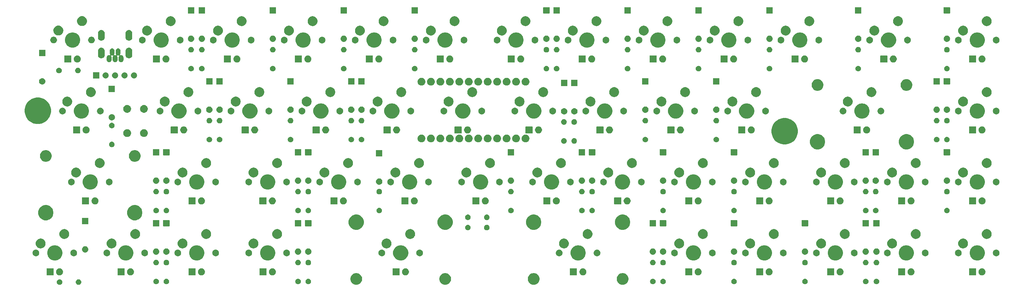
<source format=gbr>
G04 #@! TF.GenerationSoftware,KiCad,Pcbnew,(5.1.4)-1*
G04 #@! TF.CreationDate,2020-01-03T16:31:26-08:00*
G04 #@! TF.ProjectId,Alchemy49,416c6368-656d-4793-9439-2e6b69636164,rev?*
G04 #@! TF.SameCoordinates,Original*
G04 #@! TF.FileFunction,Soldermask,Top*
G04 #@! TF.FilePolarity,Negative*
%FSLAX46Y46*%
G04 Gerber Fmt 4.6, Leading zero omitted, Abs format (unit mm)*
G04 Created by KiCad (PCBNEW (5.1.4)-1) date 2020-01-03 16:31:26*
%MOMM*%
%LPD*%
G04 APERTURE LIST*
%ADD10C,0.100000*%
G04 APERTURE END LIST*
D10*
G36*
X30253665Y-87252622D02*
G01*
X30327222Y-87259867D01*
X30468786Y-87302810D01*
X30599252Y-87372546D01*
X30629040Y-87396992D01*
X30713607Y-87466393D01*
X30783008Y-87550960D01*
X30807454Y-87580748D01*
X30877190Y-87711214D01*
X30920133Y-87852778D01*
X30934633Y-88000000D01*
X30920133Y-88147222D01*
X30877190Y-88288786D01*
X30807454Y-88419252D01*
X30804099Y-88423340D01*
X30713607Y-88533607D01*
X30629040Y-88603008D01*
X30599252Y-88627454D01*
X30468786Y-88697190D01*
X30327222Y-88740133D01*
X30253665Y-88747378D01*
X30216888Y-88751000D01*
X30143112Y-88751000D01*
X30106335Y-88747378D01*
X30032778Y-88740133D01*
X29891214Y-88697190D01*
X29760748Y-88627454D01*
X29730960Y-88603008D01*
X29646393Y-88533607D01*
X29555901Y-88423340D01*
X29552546Y-88419252D01*
X29482810Y-88288786D01*
X29439867Y-88147222D01*
X29425367Y-88000000D01*
X29439867Y-87852778D01*
X29482810Y-87711214D01*
X29552546Y-87580748D01*
X29576992Y-87550960D01*
X29646393Y-87466393D01*
X29730960Y-87396992D01*
X29760748Y-87372546D01*
X29891214Y-87302810D01*
X30032778Y-87259867D01*
X30106335Y-87252622D01*
X30143112Y-87249000D01*
X30216888Y-87249000D01*
X30253665Y-87252622D01*
X30253665Y-87252622D01*
G37*
G36*
X25319059Y-87277860D02*
G01*
X25379294Y-87302810D01*
X25455732Y-87334472D01*
X25578735Y-87416660D01*
X25683340Y-87521265D01*
X25744742Y-87613160D01*
X25765529Y-87644270D01*
X25822140Y-87780941D01*
X25845781Y-87899792D01*
X25851000Y-87926033D01*
X25851000Y-88073967D01*
X25822140Y-88219059D01*
X25765528Y-88355732D01*
X25683340Y-88478735D01*
X25578735Y-88583340D01*
X25455732Y-88665528D01*
X25455731Y-88665529D01*
X25455730Y-88665529D01*
X25319059Y-88722140D01*
X25173968Y-88751000D01*
X25026032Y-88751000D01*
X24880941Y-88722140D01*
X24744270Y-88665529D01*
X24744269Y-88665529D01*
X24744268Y-88665528D01*
X24621265Y-88583340D01*
X24516660Y-88478735D01*
X24434472Y-88355732D01*
X24377860Y-88219059D01*
X24349000Y-88073967D01*
X24349000Y-87926033D01*
X24354220Y-87899792D01*
X24377860Y-87780941D01*
X24434471Y-87644270D01*
X24455258Y-87613160D01*
X24516660Y-87521265D01*
X24621265Y-87416660D01*
X24744268Y-87334472D01*
X24820707Y-87302810D01*
X24880941Y-87277860D01*
X25026032Y-87249000D01*
X25173968Y-87249000D01*
X25319059Y-87277860D01*
X25319059Y-87277860D01*
G37*
G36*
X152827661Y-85639276D02*
G01*
X152946387Y-85688454D01*
X153114291Y-85758002D01*
X153114292Y-85758003D01*
X153372254Y-85930367D01*
X153591633Y-86149746D01*
X153706803Y-86322111D01*
X153763998Y-86407709D01*
X153882724Y-86694340D01*
X153943250Y-86998625D01*
X153943250Y-87308875D01*
X153882724Y-87613160D01*
X153763998Y-87899791D01*
X153706803Y-87985389D01*
X153591633Y-88157754D01*
X153372254Y-88377133D01*
X153220198Y-88478733D01*
X153114291Y-88549498D01*
X152946387Y-88619046D01*
X152827661Y-88668224D01*
X152682043Y-88697189D01*
X152523375Y-88728750D01*
X152213125Y-88728750D01*
X152054457Y-88697189D01*
X151908839Y-88668224D01*
X151790113Y-88619046D01*
X151622209Y-88549498D01*
X151516302Y-88478733D01*
X151364246Y-88377133D01*
X151144867Y-88157754D01*
X151029697Y-87985389D01*
X150972502Y-87899791D01*
X150853776Y-87613160D01*
X150793250Y-87308875D01*
X150793250Y-86998625D01*
X150853776Y-86694340D01*
X150972502Y-86407709D01*
X151029697Y-86322111D01*
X151144867Y-86149746D01*
X151364246Y-85930367D01*
X151622208Y-85758003D01*
X151622209Y-85758002D01*
X151790113Y-85688454D01*
X151908839Y-85639276D01*
X152213125Y-85578750D01*
X152523375Y-85578750D01*
X152827661Y-85639276D01*
X152827661Y-85639276D01*
G37*
G36*
X176703661Y-85639276D02*
G01*
X176822387Y-85688454D01*
X176990291Y-85758002D01*
X176990292Y-85758003D01*
X177248254Y-85930367D01*
X177467633Y-86149746D01*
X177582803Y-86322111D01*
X177639998Y-86407709D01*
X177758724Y-86694340D01*
X177819250Y-86998625D01*
X177819250Y-87308875D01*
X177758724Y-87613160D01*
X177639998Y-87899791D01*
X177582803Y-87985389D01*
X177467633Y-88157754D01*
X177248254Y-88377133D01*
X177096198Y-88478733D01*
X176990291Y-88549498D01*
X176822387Y-88619046D01*
X176703661Y-88668224D01*
X176558043Y-88697189D01*
X176399375Y-88728750D01*
X176089125Y-88728750D01*
X175930457Y-88697189D01*
X175784839Y-88668224D01*
X175666113Y-88619046D01*
X175498209Y-88549498D01*
X175392302Y-88478733D01*
X175240246Y-88377133D01*
X175020867Y-88157754D01*
X174905697Y-87985389D01*
X174848502Y-87899791D01*
X174729776Y-87613160D01*
X174669250Y-87308875D01*
X174669250Y-86998625D01*
X174729776Y-86694340D01*
X174848502Y-86407709D01*
X174905697Y-86322111D01*
X175020867Y-86149746D01*
X175240246Y-85930367D01*
X175498208Y-85758003D01*
X175498209Y-85758002D01*
X175666113Y-85688454D01*
X175784839Y-85639276D01*
X176089125Y-85578750D01*
X176399375Y-85578750D01*
X176703661Y-85639276D01*
X176703661Y-85639276D01*
G37*
G36*
X105202661Y-85639276D02*
G01*
X105321387Y-85688454D01*
X105489291Y-85758002D01*
X105489292Y-85758003D01*
X105747254Y-85930367D01*
X105966633Y-86149746D01*
X106081803Y-86322111D01*
X106138998Y-86407709D01*
X106257724Y-86694340D01*
X106318250Y-86998625D01*
X106318250Y-87308875D01*
X106257724Y-87613160D01*
X106138998Y-87899791D01*
X106081803Y-87985389D01*
X105966633Y-88157754D01*
X105747254Y-88377133D01*
X105595198Y-88478733D01*
X105489291Y-88549498D01*
X105321387Y-88619046D01*
X105202661Y-88668224D01*
X105057043Y-88697189D01*
X104898375Y-88728750D01*
X104588125Y-88728750D01*
X104429457Y-88697189D01*
X104283839Y-88668224D01*
X104165113Y-88619046D01*
X103997209Y-88549498D01*
X103891302Y-88478733D01*
X103739246Y-88377133D01*
X103519867Y-88157754D01*
X103404697Y-87985389D01*
X103347502Y-87899791D01*
X103228776Y-87613160D01*
X103168250Y-87308875D01*
X103168250Y-86998625D01*
X103228776Y-86694340D01*
X103347502Y-86407709D01*
X103404697Y-86322111D01*
X103519867Y-86149746D01*
X103739246Y-85930367D01*
X103997208Y-85758003D01*
X103997209Y-85758002D01*
X104165113Y-85688454D01*
X104283839Y-85639276D01*
X104588125Y-85578750D01*
X104898375Y-85578750D01*
X105202661Y-85639276D01*
X105202661Y-85639276D01*
G37*
G36*
X129078661Y-85639276D02*
G01*
X129197387Y-85688454D01*
X129365291Y-85758002D01*
X129365292Y-85758003D01*
X129623254Y-85930367D01*
X129842633Y-86149746D01*
X129957803Y-86322111D01*
X130014998Y-86407709D01*
X130133724Y-86694340D01*
X130194250Y-86998625D01*
X130194250Y-87308875D01*
X130133724Y-87613160D01*
X130014998Y-87899791D01*
X129957803Y-87985389D01*
X129842633Y-88157754D01*
X129623254Y-88377133D01*
X129471198Y-88478733D01*
X129365291Y-88549498D01*
X129197387Y-88619046D01*
X129078661Y-88668224D01*
X128933043Y-88697189D01*
X128774375Y-88728750D01*
X128464125Y-88728750D01*
X128305457Y-88697189D01*
X128159839Y-88668224D01*
X128041113Y-88619046D01*
X127873209Y-88549498D01*
X127767302Y-88478733D01*
X127615246Y-88377133D01*
X127395867Y-88157754D01*
X127280697Y-87985389D01*
X127223502Y-87899791D01*
X127104776Y-87613160D01*
X127044250Y-87308875D01*
X127044250Y-86998625D01*
X127104776Y-86694340D01*
X127223502Y-86407709D01*
X127280697Y-86322111D01*
X127395867Y-86149746D01*
X127615246Y-85930367D01*
X127873208Y-85758003D01*
X127873209Y-85758002D01*
X128041113Y-85688454D01*
X128159839Y-85639276D01*
X128464125Y-85578750D01*
X128774375Y-85578750D01*
X129078661Y-85639276D01*
X129078661Y-85639276D01*
G37*
G36*
X92079059Y-87117860D02*
G01*
X92215732Y-87174472D01*
X92338735Y-87256660D01*
X92443340Y-87361265D01*
X92513584Y-87466393D01*
X92525529Y-87484270D01*
X92582140Y-87620941D01*
X92611000Y-87766032D01*
X92611000Y-87913968D01*
X92582140Y-88059059D01*
X92541260Y-88157753D01*
X92525528Y-88195732D01*
X92443340Y-88318735D01*
X92338735Y-88423340D01*
X92215732Y-88505528D01*
X92215731Y-88505529D01*
X92215730Y-88505529D01*
X92079059Y-88562140D01*
X91933968Y-88591000D01*
X91786032Y-88591000D01*
X91640941Y-88562140D01*
X91504270Y-88505529D01*
X91504269Y-88505529D01*
X91504268Y-88505528D01*
X91381265Y-88423340D01*
X91276660Y-88318735D01*
X91194472Y-88195732D01*
X91178741Y-88157753D01*
X91137860Y-88059059D01*
X91109000Y-87913968D01*
X91109000Y-87766032D01*
X91137860Y-87620941D01*
X91194471Y-87484270D01*
X91206416Y-87466393D01*
X91276660Y-87361265D01*
X91381265Y-87256660D01*
X91504268Y-87174472D01*
X91640941Y-87117860D01*
X91786032Y-87089000D01*
X91933968Y-87089000D01*
X92079059Y-87117860D01*
X92079059Y-87117860D01*
G37*
G36*
X187329059Y-87117860D02*
G01*
X187465732Y-87174472D01*
X187588735Y-87256660D01*
X187693340Y-87361265D01*
X187763584Y-87466393D01*
X187775529Y-87484270D01*
X187832140Y-87620941D01*
X187861000Y-87766032D01*
X187861000Y-87913968D01*
X187832140Y-88059059D01*
X187791260Y-88157753D01*
X187775528Y-88195732D01*
X187693340Y-88318735D01*
X187588735Y-88423340D01*
X187465732Y-88505528D01*
X187465731Y-88505529D01*
X187465730Y-88505529D01*
X187329059Y-88562140D01*
X187183968Y-88591000D01*
X187036032Y-88591000D01*
X186890941Y-88562140D01*
X186754270Y-88505529D01*
X186754269Y-88505529D01*
X186754268Y-88505528D01*
X186631265Y-88423340D01*
X186526660Y-88318735D01*
X186444472Y-88195732D01*
X186428741Y-88157753D01*
X186387860Y-88059059D01*
X186359000Y-87913968D01*
X186359000Y-87766032D01*
X186387860Y-87620941D01*
X186444471Y-87484270D01*
X186456416Y-87466393D01*
X186526660Y-87361265D01*
X186631265Y-87256660D01*
X186754268Y-87174472D01*
X186890941Y-87117860D01*
X187036032Y-87089000D01*
X187183968Y-87089000D01*
X187329059Y-87117860D01*
X187329059Y-87117860D01*
G37*
G36*
X184584059Y-87117860D02*
G01*
X184720732Y-87174472D01*
X184843735Y-87256660D01*
X184948340Y-87361265D01*
X185018584Y-87466393D01*
X185030529Y-87484270D01*
X185087140Y-87620941D01*
X185116000Y-87766032D01*
X185116000Y-87913968D01*
X185087140Y-88059059D01*
X185046260Y-88157753D01*
X185030528Y-88195732D01*
X184948340Y-88318735D01*
X184843735Y-88423340D01*
X184720732Y-88505528D01*
X184720731Y-88505529D01*
X184720730Y-88505529D01*
X184584059Y-88562140D01*
X184438968Y-88591000D01*
X184291032Y-88591000D01*
X184145941Y-88562140D01*
X184009270Y-88505529D01*
X184009269Y-88505529D01*
X184009268Y-88505528D01*
X183886265Y-88423340D01*
X183781660Y-88318735D01*
X183699472Y-88195732D01*
X183683741Y-88157753D01*
X183642860Y-88059059D01*
X183614000Y-87913968D01*
X183614000Y-87766032D01*
X183642860Y-87620941D01*
X183699471Y-87484270D01*
X183711416Y-87466393D01*
X183781660Y-87361265D01*
X183886265Y-87256660D01*
X184009268Y-87174472D01*
X184145941Y-87117860D01*
X184291032Y-87089000D01*
X184438968Y-87089000D01*
X184584059Y-87117860D01*
X184584059Y-87117860D01*
G37*
G36*
X225429059Y-87117860D02*
G01*
X225565732Y-87174472D01*
X225688735Y-87256660D01*
X225793340Y-87361265D01*
X225863584Y-87466393D01*
X225875529Y-87484270D01*
X225932140Y-87620941D01*
X225961000Y-87766032D01*
X225961000Y-87913968D01*
X225932140Y-88059059D01*
X225891260Y-88157753D01*
X225875528Y-88195732D01*
X225793340Y-88318735D01*
X225688735Y-88423340D01*
X225565732Y-88505528D01*
X225565731Y-88505529D01*
X225565730Y-88505529D01*
X225429059Y-88562140D01*
X225283968Y-88591000D01*
X225136032Y-88591000D01*
X224990941Y-88562140D01*
X224854270Y-88505529D01*
X224854269Y-88505529D01*
X224854268Y-88505528D01*
X224731265Y-88423340D01*
X224626660Y-88318735D01*
X224544472Y-88195732D01*
X224528741Y-88157753D01*
X224487860Y-88059059D01*
X224459000Y-87913968D01*
X224459000Y-87766032D01*
X224487860Y-87620941D01*
X224544471Y-87484270D01*
X224556416Y-87466393D01*
X224626660Y-87361265D01*
X224731265Y-87256660D01*
X224854268Y-87174472D01*
X224990941Y-87117860D01*
X225136032Y-87089000D01*
X225283968Y-87089000D01*
X225429059Y-87117860D01*
X225429059Y-87117860D01*
G37*
G36*
X89334059Y-87117860D02*
G01*
X89470732Y-87174472D01*
X89593735Y-87256660D01*
X89698340Y-87361265D01*
X89768584Y-87466393D01*
X89780529Y-87484270D01*
X89837140Y-87620941D01*
X89866000Y-87766032D01*
X89866000Y-87913968D01*
X89837140Y-88059059D01*
X89796260Y-88157753D01*
X89780528Y-88195732D01*
X89698340Y-88318735D01*
X89593735Y-88423340D01*
X89470732Y-88505528D01*
X89470731Y-88505529D01*
X89470730Y-88505529D01*
X89334059Y-88562140D01*
X89188968Y-88591000D01*
X89041032Y-88591000D01*
X88895941Y-88562140D01*
X88759270Y-88505529D01*
X88759269Y-88505529D01*
X88759268Y-88505528D01*
X88636265Y-88423340D01*
X88531660Y-88318735D01*
X88449472Y-88195732D01*
X88433741Y-88157753D01*
X88392860Y-88059059D01*
X88364000Y-87913968D01*
X88364000Y-87766032D01*
X88392860Y-87620941D01*
X88449471Y-87484270D01*
X88461416Y-87466393D01*
X88531660Y-87361265D01*
X88636265Y-87256660D01*
X88759268Y-87174472D01*
X88895941Y-87117860D01*
X89041032Y-87089000D01*
X89188968Y-87089000D01*
X89334059Y-87117860D01*
X89334059Y-87117860D01*
G37*
G36*
X53979059Y-87117860D02*
G01*
X54115732Y-87174472D01*
X54238735Y-87256660D01*
X54343340Y-87361265D01*
X54413584Y-87466393D01*
X54425529Y-87484270D01*
X54482140Y-87620941D01*
X54511000Y-87766032D01*
X54511000Y-87913968D01*
X54482140Y-88059059D01*
X54441260Y-88157753D01*
X54425528Y-88195732D01*
X54343340Y-88318735D01*
X54238735Y-88423340D01*
X54115732Y-88505528D01*
X54115731Y-88505529D01*
X54115730Y-88505529D01*
X53979059Y-88562140D01*
X53833968Y-88591000D01*
X53686032Y-88591000D01*
X53540941Y-88562140D01*
X53404270Y-88505529D01*
X53404269Y-88505529D01*
X53404268Y-88505528D01*
X53281265Y-88423340D01*
X53176660Y-88318735D01*
X53094472Y-88195732D01*
X53078741Y-88157753D01*
X53037860Y-88059059D01*
X53009000Y-87913968D01*
X53009000Y-87766032D01*
X53037860Y-87620941D01*
X53094471Y-87484270D01*
X53106416Y-87466393D01*
X53176660Y-87361265D01*
X53281265Y-87256660D01*
X53404268Y-87174472D01*
X53540941Y-87117860D01*
X53686032Y-87089000D01*
X53833968Y-87089000D01*
X53979059Y-87117860D01*
X53979059Y-87117860D01*
G37*
G36*
X51234059Y-87117860D02*
G01*
X51370732Y-87174472D01*
X51493735Y-87256660D01*
X51598340Y-87361265D01*
X51668584Y-87466393D01*
X51680529Y-87484270D01*
X51737140Y-87620941D01*
X51766000Y-87766032D01*
X51766000Y-87913968D01*
X51737140Y-88059059D01*
X51696260Y-88157753D01*
X51680528Y-88195732D01*
X51598340Y-88318735D01*
X51493735Y-88423340D01*
X51370732Y-88505528D01*
X51370731Y-88505529D01*
X51370730Y-88505529D01*
X51234059Y-88562140D01*
X51088968Y-88591000D01*
X50941032Y-88591000D01*
X50795941Y-88562140D01*
X50659270Y-88505529D01*
X50659269Y-88505529D01*
X50659268Y-88505528D01*
X50536265Y-88423340D01*
X50431660Y-88318735D01*
X50349472Y-88195732D01*
X50333741Y-88157753D01*
X50292860Y-88059059D01*
X50264000Y-87913968D01*
X50264000Y-87766032D01*
X50292860Y-87620941D01*
X50349471Y-87484270D01*
X50361416Y-87466393D01*
X50431660Y-87361265D01*
X50536265Y-87256660D01*
X50659268Y-87174472D01*
X50795941Y-87117860D01*
X50941032Y-87089000D01*
X51088968Y-87089000D01*
X51234059Y-87117860D01*
X51234059Y-87117860D01*
G37*
G36*
X244619059Y-87117860D02*
G01*
X244755732Y-87174472D01*
X244878735Y-87256660D01*
X244983340Y-87361265D01*
X245053584Y-87466393D01*
X245065529Y-87484270D01*
X245122140Y-87620941D01*
X245151000Y-87766032D01*
X245151000Y-87913968D01*
X245122140Y-88059059D01*
X245081260Y-88157753D01*
X245065528Y-88195732D01*
X244983340Y-88318735D01*
X244878735Y-88423340D01*
X244755732Y-88505528D01*
X244755731Y-88505529D01*
X244755730Y-88505529D01*
X244619059Y-88562140D01*
X244473968Y-88591000D01*
X244326032Y-88591000D01*
X244180941Y-88562140D01*
X244044270Y-88505529D01*
X244044269Y-88505529D01*
X244044268Y-88505528D01*
X243921265Y-88423340D01*
X243816660Y-88318735D01*
X243734472Y-88195732D01*
X243718741Y-88157753D01*
X243677860Y-88059059D01*
X243649000Y-87913968D01*
X243649000Y-87766032D01*
X243677860Y-87620941D01*
X243734471Y-87484270D01*
X243746416Y-87466393D01*
X243816660Y-87361265D01*
X243921265Y-87256660D01*
X244044268Y-87174472D01*
X244180941Y-87117860D01*
X244326032Y-87089000D01*
X244473968Y-87089000D01*
X244619059Y-87117860D01*
X244619059Y-87117860D01*
G37*
G36*
X241734059Y-87117860D02*
G01*
X241870732Y-87174472D01*
X241993735Y-87256660D01*
X242098340Y-87361265D01*
X242168584Y-87466393D01*
X242180529Y-87484270D01*
X242237140Y-87620941D01*
X242266000Y-87766032D01*
X242266000Y-87913968D01*
X242237140Y-88059059D01*
X242196260Y-88157753D01*
X242180528Y-88195732D01*
X242098340Y-88318735D01*
X241993735Y-88423340D01*
X241870732Y-88505528D01*
X241870731Y-88505529D01*
X241870730Y-88505529D01*
X241734059Y-88562140D01*
X241588968Y-88591000D01*
X241441032Y-88591000D01*
X241295941Y-88562140D01*
X241159270Y-88505529D01*
X241159269Y-88505529D01*
X241159268Y-88505528D01*
X241036265Y-88423340D01*
X240931660Y-88318735D01*
X240849472Y-88195732D01*
X240833741Y-88157753D01*
X240792860Y-88059059D01*
X240764000Y-87913968D01*
X240764000Y-87766032D01*
X240792860Y-87620941D01*
X240849471Y-87484270D01*
X240861416Y-87466393D01*
X240931660Y-87361265D01*
X241036265Y-87256660D01*
X241159268Y-87174472D01*
X241295941Y-87117860D01*
X241441032Y-87089000D01*
X241588968Y-87089000D01*
X241734059Y-87117860D01*
X241734059Y-87117860D01*
G37*
G36*
X206379059Y-87117860D02*
G01*
X206515732Y-87174472D01*
X206638735Y-87256660D01*
X206743340Y-87361265D01*
X206813584Y-87466393D01*
X206825529Y-87484270D01*
X206882140Y-87620941D01*
X206911000Y-87766032D01*
X206911000Y-87913968D01*
X206882140Y-88059059D01*
X206841260Y-88157753D01*
X206825528Y-88195732D01*
X206743340Y-88318735D01*
X206638735Y-88423340D01*
X206515732Y-88505528D01*
X206515731Y-88505529D01*
X206515730Y-88505529D01*
X206379059Y-88562140D01*
X206233968Y-88591000D01*
X206086032Y-88591000D01*
X205940941Y-88562140D01*
X205804270Y-88505529D01*
X205804269Y-88505529D01*
X205804268Y-88505528D01*
X205681265Y-88423340D01*
X205576660Y-88318735D01*
X205494472Y-88195732D01*
X205478741Y-88157753D01*
X205437860Y-88059059D01*
X205409000Y-87913968D01*
X205409000Y-87766032D01*
X205437860Y-87620941D01*
X205494471Y-87484270D01*
X205506416Y-87466393D01*
X205576660Y-87361265D01*
X205681265Y-87256660D01*
X205804268Y-87174472D01*
X205940941Y-87117860D01*
X206086032Y-87089000D01*
X206233968Y-87089000D01*
X206379059Y-87117860D01*
X206379059Y-87117860D01*
G37*
G36*
X42461551Y-84312284D02*
G01*
X42477943Y-84317257D01*
X42493055Y-84325334D01*
X42506298Y-84336202D01*
X42517166Y-84349445D01*
X42525243Y-84364557D01*
X42530216Y-84380949D01*
X42532500Y-84404141D01*
X42532500Y-86095859D01*
X42530216Y-86119051D01*
X42525243Y-86135443D01*
X42517166Y-86150555D01*
X42506298Y-86163798D01*
X42493055Y-86174666D01*
X42477943Y-86182743D01*
X42461551Y-86187716D01*
X42438359Y-86190000D01*
X40746641Y-86190000D01*
X40723449Y-86187716D01*
X40707057Y-86182743D01*
X40691945Y-86174666D01*
X40678702Y-86163798D01*
X40667834Y-86150555D01*
X40659757Y-86135443D01*
X40654784Y-86119051D01*
X40652500Y-86095859D01*
X40652500Y-84404141D01*
X40654784Y-84380949D01*
X40659757Y-84364557D01*
X40667834Y-84349445D01*
X40678702Y-84336202D01*
X40691945Y-84325334D01*
X40707057Y-84317257D01*
X40723449Y-84312284D01*
X40746641Y-84310000D01*
X42438359Y-84310000D01*
X42461551Y-84312284D01*
X42461551Y-84312284D01*
G37*
G36*
X23411551Y-84312284D02*
G01*
X23427943Y-84317257D01*
X23443055Y-84325334D01*
X23456298Y-84336202D01*
X23467166Y-84349445D01*
X23475243Y-84364557D01*
X23480216Y-84380949D01*
X23482500Y-84404141D01*
X23482500Y-86095859D01*
X23480216Y-86119051D01*
X23475243Y-86135443D01*
X23467166Y-86150555D01*
X23456298Y-86163798D01*
X23443055Y-86174666D01*
X23427943Y-86182743D01*
X23411551Y-86187716D01*
X23388359Y-86190000D01*
X21696641Y-86190000D01*
X21673449Y-86187716D01*
X21657057Y-86182743D01*
X21641945Y-86174666D01*
X21628702Y-86163798D01*
X21617834Y-86150555D01*
X21609757Y-86135443D01*
X21604784Y-86119051D01*
X21602500Y-86095859D01*
X21602500Y-84404141D01*
X21604784Y-84380949D01*
X21609757Y-84364557D01*
X21617834Y-84349445D01*
X21628702Y-84336202D01*
X21641945Y-84325334D01*
X21657057Y-84317257D01*
X21673449Y-84312284D01*
X21696641Y-84310000D01*
X23388359Y-84310000D01*
X23411551Y-84312284D01*
X23411551Y-84312284D01*
G37*
G36*
X25356687Y-84346123D02*
G01*
X25496754Y-84404141D01*
X25527757Y-84416983D01*
X25594116Y-84461323D01*
X25681714Y-84519854D01*
X25812646Y-84650786D01*
X25915518Y-84804745D01*
X25986377Y-84975813D01*
X26022500Y-85157417D01*
X26022500Y-85342583D01*
X25986377Y-85524187D01*
X25963776Y-85578750D01*
X25915517Y-85695257D01*
X25812645Y-85849215D01*
X25681715Y-85980145D01*
X25527757Y-86083017D01*
X25527756Y-86083018D01*
X25527755Y-86083018D01*
X25356687Y-86153877D01*
X25175083Y-86190000D01*
X24989917Y-86190000D01*
X24808313Y-86153877D01*
X24637245Y-86083018D01*
X24637244Y-86083018D01*
X24637243Y-86083017D01*
X24483285Y-85980145D01*
X24352355Y-85849215D01*
X24249483Y-85695257D01*
X24201224Y-85578750D01*
X24178623Y-85524187D01*
X24142500Y-85342583D01*
X24142500Y-85157417D01*
X24178623Y-84975813D01*
X24249482Y-84804745D01*
X24352354Y-84650786D01*
X24483286Y-84519854D01*
X24570884Y-84461323D01*
X24637243Y-84416983D01*
X24668246Y-84404141D01*
X24808313Y-84346123D01*
X24989917Y-84310000D01*
X25175083Y-84310000D01*
X25356687Y-84346123D01*
X25356687Y-84346123D01*
G37*
G36*
X44406687Y-84346123D02*
G01*
X44546754Y-84404141D01*
X44577757Y-84416983D01*
X44644116Y-84461323D01*
X44731714Y-84519854D01*
X44862646Y-84650786D01*
X44965518Y-84804745D01*
X45036377Y-84975813D01*
X45072500Y-85157417D01*
X45072500Y-85342583D01*
X45036377Y-85524187D01*
X45013776Y-85578750D01*
X44965517Y-85695257D01*
X44862645Y-85849215D01*
X44731715Y-85980145D01*
X44577757Y-86083017D01*
X44577756Y-86083018D01*
X44577755Y-86083018D01*
X44406687Y-86153877D01*
X44225083Y-86190000D01*
X44039917Y-86190000D01*
X43858313Y-86153877D01*
X43687245Y-86083018D01*
X43687244Y-86083018D01*
X43687243Y-86083017D01*
X43533285Y-85980145D01*
X43402355Y-85849215D01*
X43299483Y-85695257D01*
X43251224Y-85578750D01*
X43228623Y-85524187D01*
X43192500Y-85342583D01*
X43192500Y-85157417D01*
X43228623Y-84975813D01*
X43299482Y-84804745D01*
X43402354Y-84650786D01*
X43533286Y-84519854D01*
X43620884Y-84461323D01*
X43687243Y-84416983D01*
X43718246Y-84404141D01*
X43858313Y-84346123D01*
X44039917Y-84310000D01*
X44225083Y-84310000D01*
X44406687Y-84346123D01*
X44406687Y-84346123D01*
G37*
G36*
X63456687Y-84346123D02*
G01*
X63596754Y-84404141D01*
X63627757Y-84416983D01*
X63694116Y-84461323D01*
X63781714Y-84519854D01*
X63912646Y-84650786D01*
X64015518Y-84804745D01*
X64086377Y-84975813D01*
X64122500Y-85157417D01*
X64122500Y-85342583D01*
X64086377Y-85524187D01*
X64063776Y-85578750D01*
X64015517Y-85695257D01*
X63912645Y-85849215D01*
X63781715Y-85980145D01*
X63627757Y-86083017D01*
X63627756Y-86083018D01*
X63627755Y-86083018D01*
X63456687Y-86153877D01*
X63275083Y-86190000D01*
X63089917Y-86190000D01*
X62908313Y-86153877D01*
X62737245Y-86083018D01*
X62737244Y-86083018D01*
X62737243Y-86083017D01*
X62583285Y-85980145D01*
X62452355Y-85849215D01*
X62349483Y-85695257D01*
X62301224Y-85578750D01*
X62278623Y-85524187D01*
X62242500Y-85342583D01*
X62242500Y-85157417D01*
X62278623Y-84975813D01*
X62349482Y-84804745D01*
X62452354Y-84650786D01*
X62583286Y-84519854D01*
X62670884Y-84461323D01*
X62737243Y-84416983D01*
X62768246Y-84404141D01*
X62908313Y-84346123D01*
X63089917Y-84310000D01*
X63275083Y-84310000D01*
X63456687Y-84346123D01*
X63456687Y-84346123D01*
G37*
G36*
X82506687Y-84346123D02*
G01*
X82646754Y-84404141D01*
X82677757Y-84416983D01*
X82744116Y-84461323D01*
X82831714Y-84519854D01*
X82962646Y-84650786D01*
X83065518Y-84804745D01*
X83136377Y-84975813D01*
X83172500Y-85157417D01*
X83172500Y-85342583D01*
X83136377Y-85524187D01*
X83113776Y-85578750D01*
X83065517Y-85695257D01*
X82962645Y-85849215D01*
X82831715Y-85980145D01*
X82677757Y-86083017D01*
X82677756Y-86083018D01*
X82677755Y-86083018D01*
X82506687Y-86153877D01*
X82325083Y-86190000D01*
X82139917Y-86190000D01*
X81958313Y-86153877D01*
X81787245Y-86083018D01*
X81787244Y-86083018D01*
X81787243Y-86083017D01*
X81633285Y-85980145D01*
X81502355Y-85849215D01*
X81399483Y-85695257D01*
X81351224Y-85578750D01*
X81328623Y-85524187D01*
X81292500Y-85342583D01*
X81292500Y-85157417D01*
X81328623Y-84975813D01*
X81399482Y-84804745D01*
X81502354Y-84650786D01*
X81633286Y-84519854D01*
X81720884Y-84461323D01*
X81787243Y-84416983D01*
X81818246Y-84404141D01*
X81958313Y-84346123D01*
X82139917Y-84310000D01*
X82325083Y-84310000D01*
X82506687Y-84346123D01*
X82506687Y-84346123D01*
G37*
G36*
X61511551Y-84312284D02*
G01*
X61527943Y-84317257D01*
X61543055Y-84325334D01*
X61556298Y-84336202D01*
X61567166Y-84349445D01*
X61575243Y-84364557D01*
X61580216Y-84380949D01*
X61582500Y-84404141D01*
X61582500Y-86095859D01*
X61580216Y-86119051D01*
X61575243Y-86135443D01*
X61567166Y-86150555D01*
X61556298Y-86163798D01*
X61543055Y-86174666D01*
X61527943Y-86182743D01*
X61511551Y-86187716D01*
X61488359Y-86190000D01*
X59796641Y-86190000D01*
X59773449Y-86187716D01*
X59757057Y-86182743D01*
X59741945Y-86174666D01*
X59728702Y-86163798D01*
X59717834Y-86150555D01*
X59709757Y-86135443D01*
X59704784Y-86119051D01*
X59702500Y-86095859D01*
X59702500Y-84404141D01*
X59704784Y-84380949D01*
X59709757Y-84364557D01*
X59717834Y-84349445D01*
X59728702Y-84336202D01*
X59741945Y-84325334D01*
X59757057Y-84317257D01*
X59773449Y-84312284D01*
X59796641Y-84310000D01*
X61488359Y-84310000D01*
X61511551Y-84312284D01*
X61511551Y-84312284D01*
G37*
G36*
X215856687Y-84346123D02*
G01*
X215996754Y-84404141D01*
X216027757Y-84416983D01*
X216094116Y-84461323D01*
X216181714Y-84519854D01*
X216312646Y-84650786D01*
X216415518Y-84804745D01*
X216486377Y-84975813D01*
X216522500Y-85157417D01*
X216522500Y-85342583D01*
X216486377Y-85524187D01*
X216463776Y-85578750D01*
X216415517Y-85695257D01*
X216312645Y-85849215D01*
X216181715Y-85980145D01*
X216027757Y-86083017D01*
X216027756Y-86083018D01*
X216027755Y-86083018D01*
X215856687Y-86153877D01*
X215675083Y-86190000D01*
X215489917Y-86190000D01*
X215308313Y-86153877D01*
X215137245Y-86083018D01*
X215137244Y-86083018D01*
X215137243Y-86083017D01*
X214983285Y-85980145D01*
X214852355Y-85849215D01*
X214749483Y-85695257D01*
X214701224Y-85578750D01*
X214678623Y-85524187D01*
X214642500Y-85342583D01*
X214642500Y-85157417D01*
X214678623Y-84975813D01*
X214749482Y-84804745D01*
X214852354Y-84650786D01*
X214983286Y-84519854D01*
X215070884Y-84461323D01*
X215137243Y-84416983D01*
X215168246Y-84404141D01*
X215308313Y-84346123D01*
X215489917Y-84310000D01*
X215675083Y-84310000D01*
X215856687Y-84346123D01*
X215856687Y-84346123D01*
G37*
G36*
X234906687Y-84346123D02*
G01*
X235046754Y-84404141D01*
X235077757Y-84416983D01*
X235144116Y-84461323D01*
X235231714Y-84519854D01*
X235362646Y-84650786D01*
X235465518Y-84804745D01*
X235536377Y-84975813D01*
X235572500Y-85157417D01*
X235572500Y-85342583D01*
X235536377Y-85524187D01*
X235513776Y-85578750D01*
X235465517Y-85695257D01*
X235362645Y-85849215D01*
X235231715Y-85980145D01*
X235077757Y-86083017D01*
X235077756Y-86083018D01*
X235077755Y-86083018D01*
X234906687Y-86153877D01*
X234725083Y-86190000D01*
X234539917Y-86190000D01*
X234358313Y-86153877D01*
X234187245Y-86083018D01*
X234187244Y-86083018D01*
X234187243Y-86083017D01*
X234033285Y-85980145D01*
X233902355Y-85849215D01*
X233799483Y-85695257D01*
X233751224Y-85578750D01*
X233728623Y-85524187D01*
X233692500Y-85342583D01*
X233692500Y-85157417D01*
X233728623Y-84975813D01*
X233799482Y-84804745D01*
X233902354Y-84650786D01*
X234033286Y-84519854D01*
X234120884Y-84461323D01*
X234187243Y-84416983D01*
X234218246Y-84404141D01*
X234358313Y-84346123D01*
X234539917Y-84310000D01*
X234725083Y-84310000D01*
X234906687Y-84346123D01*
X234906687Y-84346123D01*
G37*
G36*
X194861551Y-84312284D02*
G01*
X194877943Y-84317257D01*
X194893055Y-84325334D01*
X194906298Y-84336202D01*
X194917166Y-84349445D01*
X194925243Y-84364557D01*
X194930216Y-84380949D01*
X194932500Y-84404141D01*
X194932500Y-86095859D01*
X194930216Y-86119051D01*
X194925243Y-86135443D01*
X194917166Y-86150555D01*
X194906298Y-86163798D01*
X194893055Y-86174666D01*
X194877943Y-86182743D01*
X194861551Y-86187716D01*
X194838359Y-86190000D01*
X193146641Y-86190000D01*
X193123449Y-86187716D01*
X193107057Y-86182743D01*
X193091945Y-86174666D01*
X193078702Y-86163798D01*
X193067834Y-86150555D01*
X193059757Y-86135443D01*
X193054784Y-86119051D01*
X193052500Y-86095859D01*
X193052500Y-84404141D01*
X193054784Y-84380949D01*
X193059757Y-84364557D01*
X193067834Y-84349445D01*
X193078702Y-84336202D01*
X193091945Y-84325334D01*
X193107057Y-84317257D01*
X193123449Y-84312284D01*
X193146641Y-84310000D01*
X194838359Y-84310000D01*
X194861551Y-84312284D01*
X194861551Y-84312284D01*
G37*
G36*
X196806687Y-84346123D02*
G01*
X196946754Y-84404141D01*
X196977757Y-84416983D01*
X197044116Y-84461323D01*
X197131714Y-84519854D01*
X197262646Y-84650786D01*
X197365518Y-84804745D01*
X197436377Y-84975813D01*
X197472500Y-85157417D01*
X197472500Y-85342583D01*
X197436377Y-85524187D01*
X197413776Y-85578750D01*
X197365517Y-85695257D01*
X197262645Y-85849215D01*
X197131715Y-85980145D01*
X196977757Y-86083017D01*
X196977756Y-86083018D01*
X196977755Y-86083018D01*
X196806687Y-86153877D01*
X196625083Y-86190000D01*
X196439917Y-86190000D01*
X196258313Y-86153877D01*
X196087245Y-86083018D01*
X196087244Y-86083018D01*
X196087243Y-86083017D01*
X195933285Y-85980145D01*
X195802355Y-85849215D01*
X195699483Y-85695257D01*
X195651224Y-85578750D01*
X195628623Y-85524187D01*
X195592500Y-85342583D01*
X195592500Y-85157417D01*
X195628623Y-84975813D01*
X195699482Y-84804745D01*
X195802354Y-84650786D01*
X195933286Y-84519854D01*
X196020884Y-84461323D01*
X196087243Y-84416983D01*
X196118246Y-84404141D01*
X196258313Y-84346123D01*
X196439917Y-84310000D01*
X196625083Y-84310000D01*
X196806687Y-84346123D01*
X196806687Y-84346123D01*
G37*
G36*
X163924051Y-84312284D02*
G01*
X163940443Y-84317257D01*
X163955555Y-84325334D01*
X163968798Y-84336202D01*
X163979666Y-84349445D01*
X163987743Y-84364557D01*
X163992716Y-84380949D01*
X163995000Y-84404141D01*
X163995000Y-86095859D01*
X163992716Y-86119051D01*
X163987743Y-86135443D01*
X163979666Y-86150555D01*
X163968798Y-86163798D01*
X163955555Y-86174666D01*
X163940443Y-86182743D01*
X163924051Y-86187716D01*
X163900859Y-86190000D01*
X162209141Y-86190000D01*
X162185949Y-86187716D01*
X162169557Y-86182743D01*
X162154445Y-86174666D01*
X162141202Y-86163798D01*
X162130334Y-86150555D01*
X162122257Y-86135443D01*
X162117284Y-86119051D01*
X162115000Y-86095859D01*
X162115000Y-84404141D01*
X162117284Y-84380949D01*
X162122257Y-84364557D01*
X162130334Y-84349445D01*
X162141202Y-84336202D01*
X162154445Y-84325334D01*
X162169557Y-84317257D01*
X162185949Y-84312284D01*
X162209141Y-84310000D01*
X163900859Y-84310000D01*
X163924051Y-84312284D01*
X163924051Y-84312284D01*
G37*
G36*
X271061551Y-84312284D02*
G01*
X271077943Y-84317257D01*
X271093055Y-84325334D01*
X271106298Y-84336202D01*
X271117166Y-84349445D01*
X271125243Y-84364557D01*
X271130216Y-84380949D01*
X271132500Y-84404141D01*
X271132500Y-86095859D01*
X271130216Y-86119051D01*
X271125243Y-86135443D01*
X271117166Y-86150555D01*
X271106298Y-86163798D01*
X271093055Y-86174666D01*
X271077943Y-86182743D01*
X271061551Y-86187716D01*
X271038359Y-86190000D01*
X269346641Y-86190000D01*
X269323449Y-86187716D01*
X269307057Y-86182743D01*
X269291945Y-86174666D01*
X269278702Y-86163798D01*
X269267834Y-86150555D01*
X269259757Y-86135443D01*
X269254784Y-86119051D01*
X269252500Y-86095859D01*
X269252500Y-84404141D01*
X269254784Y-84380949D01*
X269259757Y-84364557D01*
X269267834Y-84349445D01*
X269278702Y-84336202D01*
X269291945Y-84325334D01*
X269307057Y-84317257D01*
X269323449Y-84312284D01*
X269346641Y-84310000D01*
X271038359Y-84310000D01*
X271061551Y-84312284D01*
X271061551Y-84312284D01*
G37*
G36*
X273006687Y-84346123D02*
G01*
X273146754Y-84404141D01*
X273177757Y-84416983D01*
X273244116Y-84461323D01*
X273331714Y-84519854D01*
X273462646Y-84650786D01*
X273565518Y-84804745D01*
X273636377Y-84975813D01*
X273672500Y-85157417D01*
X273672500Y-85342583D01*
X273636377Y-85524187D01*
X273613776Y-85578750D01*
X273565517Y-85695257D01*
X273462645Y-85849215D01*
X273331715Y-85980145D01*
X273177757Y-86083017D01*
X273177756Y-86083018D01*
X273177755Y-86083018D01*
X273006687Y-86153877D01*
X272825083Y-86190000D01*
X272639917Y-86190000D01*
X272458313Y-86153877D01*
X272287245Y-86083018D01*
X272287244Y-86083018D01*
X272287243Y-86083017D01*
X272133285Y-85980145D01*
X272002355Y-85849215D01*
X271899483Y-85695257D01*
X271851224Y-85578750D01*
X271828623Y-85524187D01*
X271792500Y-85342583D01*
X271792500Y-85157417D01*
X271828623Y-84975813D01*
X271899482Y-84804745D01*
X272002354Y-84650786D01*
X272133286Y-84519854D01*
X272220884Y-84461323D01*
X272287243Y-84416983D01*
X272318246Y-84404141D01*
X272458313Y-84346123D01*
X272639917Y-84310000D01*
X272825083Y-84310000D01*
X273006687Y-84346123D01*
X273006687Y-84346123D01*
G37*
G36*
X252011551Y-84312284D02*
G01*
X252027943Y-84317257D01*
X252043055Y-84325334D01*
X252056298Y-84336202D01*
X252067166Y-84349445D01*
X252075243Y-84364557D01*
X252080216Y-84380949D01*
X252082500Y-84404141D01*
X252082500Y-86095859D01*
X252080216Y-86119051D01*
X252075243Y-86135443D01*
X252067166Y-86150555D01*
X252056298Y-86163798D01*
X252043055Y-86174666D01*
X252027943Y-86182743D01*
X252011551Y-86187716D01*
X251988359Y-86190000D01*
X250296641Y-86190000D01*
X250273449Y-86187716D01*
X250257057Y-86182743D01*
X250241945Y-86174666D01*
X250228702Y-86163798D01*
X250217834Y-86150555D01*
X250209757Y-86135443D01*
X250204784Y-86119051D01*
X250202500Y-86095859D01*
X250202500Y-84404141D01*
X250204784Y-84380949D01*
X250209757Y-84364557D01*
X250217834Y-84349445D01*
X250228702Y-84336202D01*
X250241945Y-84325334D01*
X250257057Y-84317257D01*
X250273449Y-84312284D01*
X250296641Y-84310000D01*
X251988359Y-84310000D01*
X252011551Y-84312284D01*
X252011551Y-84312284D01*
G37*
G36*
X165869187Y-84346123D02*
G01*
X166009254Y-84404141D01*
X166040257Y-84416983D01*
X166106616Y-84461323D01*
X166194214Y-84519854D01*
X166325146Y-84650786D01*
X166428018Y-84804745D01*
X166498877Y-84975813D01*
X166535000Y-85157417D01*
X166535000Y-85342583D01*
X166498877Y-85524187D01*
X166476276Y-85578750D01*
X166428017Y-85695257D01*
X166325145Y-85849215D01*
X166194215Y-85980145D01*
X166040257Y-86083017D01*
X166040256Y-86083018D01*
X166040255Y-86083018D01*
X165869187Y-86153877D01*
X165687583Y-86190000D01*
X165502417Y-86190000D01*
X165320813Y-86153877D01*
X165149745Y-86083018D01*
X165149744Y-86083018D01*
X165149743Y-86083017D01*
X164995785Y-85980145D01*
X164864855Y-85849215D01*
X164761983Y-85695257D01*
X164713724Y-85578750D01*
X164691123Y-85524187D01*
X164655000Y-85342583D01*
X164655000Y-85157417D01*
X164691123Y-84975813D01*
X164761982Y-84804745D01*
X164864854Y-84650786D01*
X164995786Y-84519854D01*
X165083384Y-84461323D01*
X165149743Y-84416983D01*
X165180746Y-84404141D01*
X165320813Y-84346123D01*
X165502417Y-84310000D01*
X165687583Y-84310000D01*
X165869187Y-84346123D01*
X165869187Y-84346123D01*
G37*
G36*
X116280301Y-84312284D02*
G01*
X116296693Y-84317257D01*
X116311805Y-84325334D01*
X116325048Y-84336202D01*
X116335916Y-84349445D01*
X116343993Y-84364557D01*
X116348966Y-84380949D01*
X116351250Y-84404141D01*
X116351250Y-86095859D01*
X116348966Y-86119051D01*
X116343993Y-86135443D01*
X116335916Y-86150555D01*
X116325048Y-86163798D01*
X116311805Y-86174666D01*
X116296693Y-86182743D01*
X116280301Y-86187716D01*
X116257109Y-86190000D01*
X114565391Y-86190000D01*
X114542199Y-86187716D01*
X114525807Y-86182743D01*
X114510695Y-86174666D01*
X114497452Y-86163798D01*
X114486584Y-86150555D01*
X114478507Y-86135443D01*
X114473534Y-86119051D01*
X114471250Y-86095859D01*
X114471250Y-84404141D01*
X114473534Y-84380949D01*
X114478507Y-84364557D01*
X114486584Y-84349445D01*
X114497452Y-84336202D01*
X114510695Y-84325334D01*
X114525807Y-84317257D01*
X114542199Y-84312284D01*
X114565391Y-84310000D01*
X116257109Y-84310000D01*
X116280301Y-84312284D01*
X116280301Y-84312284D01*
G37*
G36*
X118225437Y-84346123D02*
G01*
X118365504Y-84404141D01*
X118396507Y-84416983D01*
X118462866Y-84461323D01*
X118550464Y-84519854D01*
X118681396Y-84650786D01*
X118784268Y-84804745D01*
X118855127Y-84975813D01*
X118891250Y-85157417D01*
X118891250Y-85342583D01*
X118855127Y-85524187D01*
X118832526Y-85578750D01*
X118784267Y-85695257D01*
X118681395Y-85849215D01*
X118550465Y-85980145D01*
X118396507Y-86083017D01*
X118396506Y-86083018D01*
X118396505Y-86083018D01*
X118225437Y-86153877D01*
X118043833Y-86190000D01*
X117858667Y-86190000D01*
X117677063Y-86153877D01*
X117505995Y-86083018D01*
X117505994Y-86083018D01*
X117505993Y-86083017D01*
X117352035Y-85980145D01*
X117221105Y-85849215D01*
X117118233Y-85695257D01*
X117069974Y-85578750D01*
X117047373Y-85524187D01*
X117011250Y-85342583D01*
X117011250Y-85157417D01*
X117047373Y-84975813D01*
X117118232Y-84804745D01*
X117221104Y-84650786D01*
X117352036Y-84519854D01*
X117439634Y-84461323D01*
X117505993Y-84416983D01*
X117536996Y-84404141D01*
X117677063Y-84346123D01*
X117858667Y-84310000D01*
X118043833Y-84310000D01*
X118225437Y-84346123D01*
X118225437Y-84346123D01*
G37*
G36*
X80561551Y-84312284D02*
G01*
X80577943Y-84317257D01*
X80593055Y-84325334D01*
X80606298Y-84336202D01*
X80617166Y-84349445D01*
X80625243Y-84364557D01*
X80630216Y-84380949D01*
X80632500Y-84404141D01*
X80632500Y-86095859D01*
X80630216Y-86119051D01*
X80625243Y-86135443D01*
X80617166Y-86150555D01*
X80606298Y-86163798D01*
X80593055Y-86174666D01*
X80577943Y-86182743D01*
X80561551Y-86187716D01*
X80538359Y-86190000D01*
X78846641Y-86190000D01*
X78823449Y-86187716D01*
X78807057Y-86182743D01*
X78791945Y-86174666D01*
X78778702Y-86163798D01*
X78767834Y-86150555D01*
X78759757Y-86135443D01*
X78754784Y-86119051D01*
X78752500Y-86095859D01*
X78752500Y-84404141D01*
X78754784Y-84380949D01*
X78759757Y-84364557D01*
X78767834Y-84349445D01*
X78778702Y-84336202D01*
X78791945Y-84325334D01*
X78807057Y-84317257D01*
X78823449Y-84312284D01*
X78846641Y-84310000D01*
X80538359Y-84310000D01*
X80561551Y-84312284D01*
X80561551Y-84312284D01*
G37*
G36*
X253956687Y-84346123D02*
G01*
X254096754Y-84404141D01*
X254127757Y-84416983D01*
X254194116Y-84461323D01*
X254281714Y-84519854D01*
X254412646Y-84650786D01*
X254515518Y-84804745D01*
X254586377Y-84975813D01*
X254622500Y-85157417D01*
X254622500Y-85342583D01*
X254586377Y-85524187D01*
X254563776Y-85578750D01*
X254515517Y-85695257D01*
X254412645Y-85849215D01*
X254281715Y-85980145D01*
X254127757Y-86083017D01*
X254127756Y-86083018D01*
X254127755Y-86083018D01*
X253956687Y-86153877D01*
X253775083Y-86190000D01*
X253589917Y-86190000D01*
X253408313Y-86153877D01*
X253237245Y-86083018D01*
X253237244Y-86083018D01*
X253237243Y-86083017D01*
X253083285Y-85980145D01*
X252952355Y-85849215D01*
X252849483Y-85695257D01*
X252801224Y-85578750D01*
X252778623Y-85524187D01*
X252742500Y-85342583D01*
X252742500Y-85157417D01*
X252778623Y-84975813D01*
X252849482Y-84804745D01*
X252952354Y-84650786D01*
X253083286Y-84519854D01*
X253170884Y-84461323D01*
X253237243Y-84416983D01*
X253268246Y-84404141D01*
X253408313Y-84346123D01*
X253589917Y-84310000D01*
X253775083Y-84310000D01*
X253956687Y-84346123D01*
X253956687Y-84346123D01*
G37*
G36*
X213911551Y-84312284D02*
G01*
X213927943Y-84317257D01*
X213943055Y-84325334D01*
X213956298Y-84336202D01*
X213967166Y-84349445D01*
X213975243Y-84364557D01*
X213980216Y-84380949D01*
X213982500Y-84404141D01*
X213982500Y-86095859D01*
X213980216Y-86119051D01*
X213975243Y-86135443D01*
X213967166Y-86150555D01*
X213956298Y-86163798D01*
X213943055Y-86174666D01*
X213927943Y-86182743D01*
X213911551Y-86187716D01*
X213888359Y-86190000D01*
X212196641Y-86190000D01*
X212173449Y-86187716D01*
X212157057Y-86182743D01*
X212141945Y-86174666D01*
X212128702Y-86163798D01*
X212117834Y-86150555D01*
X212109757Y-86135443D01*
X212104784Y-86119051D01*
X212102500Y-86095859D01*
X212102500Y-84404141D01*
X212104784Y-84380949D01*
X212109757Y-84364557D01*
X212117834Y-84349445D01*
X212128702Y-84336202D01*
X212141945Y-84325334D01*
X212157057Y-84317257D01*
X212173449Y-84312284D01*
X212196641Y-84310000D01*
X213888359Y-84310000D01*
X213911551Y-84312284D01*
X213911551Y-84312284D01*
G37*
G36*
X232961551Y-84312284D02*
G01*
X232977943Y-84317257D01*
X232993055Y-84325334D01*
X233006298Y-84336202D01*
X233017166Y-84349445D01*
X233025243Y-84364557D01*
X233030216Y-84380949D01*
X233032500Y-84404141D01*
X233032500Y-86095859D01*
X233030216Y-86119051D01*
X233025243Y-86135443D01*
X233017166Y-86150555D01*
X233006298Y-86163798D01*
X232993055Y-86174666D01*
X232977943Y-86182743D01*
X232961551Y-86187716D01*
X232938359Y-86190000D01*
X231246641Y-86190000D01*
X231223449Y-86187716D01*
X231207057Y-86182743D01*
X231191945Y-86174666D01*
X231178702Y-86163798D01*
X231167834Y-86150555D01*
X231159757Y-86135443D01*
X231154784Y-86119051D01*
X231152500Y-86095859D01*
X231152500Y-84404141D01*
X231154784Y-84380949D01*
X231159757Y-84364557D01*
X231167834Y-84349445D01*
X231178702Y-84336202D01*
X231191945Y-84325334D01*
X231207057Y-84317257D01*
X231223449Y-84312284D01*
X231246641Y-84310000D01*
X232938359Y-84310000D01*
X232961551Y-84312284D01*
X232961551Y-84312284D01*
G37*
G36*
X184438665Y-82012622D02*
G01*
X184512222Y-82019867D01*
X184653786Y-82062810D01*
X184784252Y-82132546D01*
X184814040Y-82156992D01*
X184898607Y-82226393D01*
X184968008Y-82310960D01*
X184992454Y-82340748D01*
X185062190Y-82471214D01*
X185105133Y-82612778D01*
X185119633Y-82760000D01*
X185105133Y-82907222D01*
X185062190Y-83048786D01*
X184992454Y-83179252D01*
X184968008Y-83209040D01*
X184898607Y-83293607D01*
X184814040Y-83363008D01*
X184784252Y-83387454D01*
X184653786Y-83457190D01*
X184512222Y-83500133D01*
X184438665Y-83507378D01*
X184401888Y-83511000D01*
X184328112Y-83511000D01*
X184291335Y-83507378D01*
X184217778Y-83500133D01*
X184076214Y-83457190D01*
X183945748Y-83387454D01*
X183915960Y-83363008D01*
X183831393Y-83293607D01*
X183761992Y-83209040D01*
X183737546Y-83179252D01*
X183667810Y-83048786D01*
X183624867Y-82907222D01*
X183610367Y-82760000D01*
X183624867Y-82612778D01*
X183667810Y-82471214D01*
X183737546Y-82340748D01*
X183761992Y-82310960D01*
X183831393Y-82226393D01*
X183915960Y-82156992D01*
X183945748Y-82132546D01*
X184076214Y-82062810D01*
X184217778Y-82019867D01*
X184291335Y-82012622D01*
X184328112Y-82009000D01*
X184401888Y-82009000D01*
X184438665Y-82012622D01*
X184438665Y-82012622D01*
G37*
G36*
X244473665Y-82012622D02*
G01*
X244547222Y-82019867D01*
X244688786Y-82062810D01*
X244819252Y-82132546D01*
X244849040Y-82156992D01*
X244933607Y-82226393D01*
X245003008Y-82310960D01*
X245027454Y-82340748D01*
X245097190Y-82471214D01*
X245140133Y-82612778D01*
X245154633Y-82760000D01*
X245140133Y-82907222D01*
X245097190Y-83048786D01*
X245027454Y-83179252D01*
X245003008Y-83209040D01*
X244933607Y-83293607D01*
X244849040Y-83363008D01*
X244819252Y-83387454D01*
X244688786Y-83457190D01*
X244547222Y-83500133D01*
X244473665Y-83507378D01*
X244436888Y-83511000D01*
X244363112Y-83511000D01*
X244326335Y-83507378D01*
X244252778Y-83500133D01*
X244111214Y-83457190D01*
X243980748Y-83387454D01*
X243950960Y-83363008D01*
X243866393Y-83293607D01*
X243796992Y-83209040D01*
X243772546Y-83179252D01*
X243702810Y-83048786D01*
X243659867Y-82907222D01*
X243645367Y-82760000D01*
X243659867Y-82612778D01*
X243702810Y-82471214D01*
X243772546Y-82340748D01*
X243796992Y-82310960D01*
X243866393Y-82226393D01*
X243950960Y-82156992D01*
X243980748Y-82132546D01*
X244111214Y-82062810D01*
X244252778Y-82019867D01*
X244326335Y-82012622D01*
X244363112Y-82009000D01*
X244436888Y-82009000D01*
X244473665Y-82012622D01*
X244473665Y-82012622D01*
G37*
G36*
X225283665Y-82012622D02*
G01*
X225357222Y-82019867D01*
X225498786Y-82062810D01*
X225629252Y-82132546D01*
X225659040Y-82156992D01*
X225743607Y-82226393D01*
X225813008Y-82310960D01*
X225837454Y-82340748D01*
X225907190Y-82471214D01*
X225950133Y-82612778D01*
X225964633Y-82760000D01*
X225950133Y-82907222D01*
X225907190Y-83048786D01*
X225837454Y-83179252D01*
X225813008Y-83209040D01*
X225743607Y-83293607D01*
X225659040Y-83363008D01*
X225629252Y-83387454D01*
X225498786Y-83457190D01*
X225357222Y-83500133D01*
X225283665Y-83507378D01*
X225246888Y-83511000D01*
X225173112Y-83511000D01*
X225136335Y-83507378D01*
X225062778Y-83500133D01*
X224921214Y-83457190D01*
X224790748Y-83387454D01*
X224760960Y-83363008D01*
X224676393Y-83293607D01*
X224606992Y-83209040D01*
X224582546Y-83179252D01*
X224512810Y-83048786D01*
X224469867Y-82907222D01*
X224455367Y-82760000D01*
X224469867Y-82612778D01*
X224512810Y-82471214D01*
X224582546Y-82340748D01*
X224606992Y-82310960D01*
X224676393Y-82226393D01*
X224760960Y-82156992D01*
X224790748Y-82132546D01*
X224921214Y-82062810D01*
X225062778Y-82019867D01*
X225136335Y-82012622D01*
X225173112Y-82009000D01*
X225246888Y-82009000D01*
X225283665Y-82012622D01*
X225283665Y-82012622D01*
G37*
G36*
X206233665Y-82012622D02*
G01*
X206307222Y-82019867D01*
X206448786Y-82062810D01*
X206579252Y-82132546D01*
X206609040Y-82156992D01*
X206693607Y-82226393D01*
X206763008Y-82310960D01*
X206787454Y-82340748D01*
X206857190Y-82471214D01*
X206900133Y-82612778D01*
X206914633Y-82760000D01*
X206900133Y-82907222D01*
X206857190Y-83048786D01*
X206787454Y-83179252D01*
X206763008Y-83209040D01*
X206693607Y-83293607D01*
X206609040Y-83363008D01*
X206579252Y-83387454D01*
X206448786Y-83457190D01*
X206307222Y-83500133D01*
X206233665Y-83507378D01*
X206196888Y-83511000D01*
X206123112Y-83511000D01*
X206086335Y-83507378D01*
X206012778Y-83500133D01*
X205871214Y-83457190D01*
X205740748Y-83387454D01*
X205710960Y-83363008D01*
X205626393Y-83293607D01*
X205556992Y-83209040D01*
X205532546Y-83179252D01*
X205462810Y-83048786D01*
X205419867Y-82907222D01*
X205405367Y-82760000D01*
X205419867Y-82612778D01*
X205462810Y-82471214D01*
X205532546Y-82340748D01*
X205556992Y-82310960D01*
X205626393Y-82226393D01*
X205710960Y-82156992D01*
X205740748Y-82132546D01*
X205871214Y-82062810D01*
X206012778Y-82019867D01*
X206086335Y-82012622D01*
X206123112Y-82009000D01*
X206196888Y-82009000D01*
X206233665Y-82012622D01*
X206233665Y-82012622D01*
G37*
G36*
X51088665Y-82012622D02*
G01*
X51162222Y-82019867D01*
X51303786Y-82062810D01*
X51434252Y-82132546D01*
X51464040Y-82156992D01*
X51548607Y-82226393D01*
X51618008Y-82310960D01*
X51642454Y-82340748D01*
X51712190Y-82471214D01*
X51755133Y-82612778D01*
X51769633Y-82760000D01*
X51755133Y-82907222D01*
X51712190Y-83048786D01*
X51642454Y-83179252D01*
X51618008Y-83209040D01*
X51548607Y-83293607D01*
X51464040Y-83363008D01*
X51434252Y-83387454D01*
X51303786Y-83457190D01*
X51162222Y-83500133D01*
X51088665Y-83507378D01*
X51051888Y-83511000D01*
X50978112Y-83511000D01*
X50941335Y-83507378D01*
X50867778Y-83500133D01*
X50726214Y-83457190D01*
X50595748Y-83387454D01*
X50565960Y-83363008D01*
X50481393Y-83293607D01*
X50411992Y-83209040D01*
X50387546Y-83179252D01*
X50317810Y-83048786D01*
X50274867Y-82907222D01*
X50260367Y-82760000D01*
X50274867Y-82612778D01*
X50317810Y-82471214D01*
X50387546Y-82340748D01*
X50411992Y-82310960D01*
X50481393Y-82226393D01*
X50565960Y-82156992D01*
X50595748Y-82132546D01*
X50726214Y-82062810D01*
X50867778Y-82019867D01*
X50941335Y-82012622D01*
X50978112Y-82009000D01*
X51051888Y-82009000D01*
X51088665Y-82012622D01*
X51088665Y-82012622D01*
G37*
G36*
X187183665Y-82012622D02*
G01*
X187257222Y-82019867D01*
X187398786Y-82062810D01*
X187529252Y-82132546D01*
X187559040Y-82156992D01*
X187643607Y-82226393D01*
X187713008Y-82310960D01*
X187737454Y-82340748D01*
X187807190Y-82471214D01*
X187850133Y-82612778D01*
X187864633Y-82760000D01*
X187850133Y-82907222D01*
X187807190Y-83048786D01*
X187737454Y-83179252D01*
X187713008Y-83209040D01*
X187643607Y-83293607D01*
X187559040Y-83363008D01*
X187529252Y-83387454D01*
X187398786Y-83457190D01*
X187257222Y-83500133D01*
X187183665Y-83507378D01*
X187146888Y-83511000D01*
X187073112Y-83511000D01*
X187036335Y-83507378D01*
X186962778Y-83500133D01*
X186821214Y-83457190D01*
X186690748Y-83387454D01*
X186660960Y-83363008D01*
X186576393Y-83293607D01*
X186506992Y-83209040D01*
X186482546Y-83179252D01*
X186412810Y-83048786D01*
X186369867Y-82907222D01*
X186355367Y-82760000D01*
X186369867Y-82612778D01*
X186412810Y-82471214D01*
X186482546Y-82340748D01*
X186506992Y-82310960D01*
X186576393Y-82226393D01*
X186660960Y-82156992D01*
X186690748Y-82132546D01*
X186821214Y-82062810D01*
X186962778Y-82019867D01*
X187036335Y-82012622D01*
X187073112Y-82009000D01*
X187146888Y-82009000D01*
X187183665Y-82012622D01*
X187183665Y-82012622D01*
G37*
G36*
X53833665Y-82012622D02*
G01*
X53907222Y-82019867D01*
X54048786Y-82062810D01*
X54179252Y-82132546D01*
X54209040Y-82156992D01*
X54293607Y-82226393D01*
X54363008Y-82310960D01*
X54387454Y-82340748D01*
X54457190Y-82471214D01*
X54500133Y-82612778D01*
X54514633Y-82760000D01*
X54500133Y-82907222D01*
X54457190Y-83048786D01*
X54387454Y-83179252D01*
X54363008Y-83209040D01*
X54293607Y-83293607D01*
X54209040Y-83363008D01*
X54179252Y-83387454D01*
X54048786Y-83457190D01*
X53907222Y-83500133D01*
X53833665Y-83507378D01*
X53796888Y-83511000D01*
X53723112Y-83511000D01*
X53686335Y-83507378D01*
X53612778Y-83500133D01*
X53471214Y-83457190D01*
X53340748Y-83387454D01*
X53310960Y-83363008D01*
X53226393Y-83293607D01*
X53156992Y-83209040D01*
X53132546Y-83179252D01*
X53062810Y-83048786D01*
X53019867Y-82907222D01*
X53005367Y-82760000D01*
X53019867Y-82612778D01*
X53062810Y-82471214D01*
X53132546Y-82340748D01*
X53156992Y-82310960D01*
X53226393Y-82226393D01*
X53310960Y-82156992D01*
X53340748Y-82132546D01*
X53471214Y-82062810D01*
X53612778Y-82019867D01*
X53686335Y-82012622D01*
X53723112Y-82009000D01*
X53796888Y-82009000D01*
X53833665Y-82012622D01*
X53833665Y-82012622D01*
G37*
G36*
X89188665Y-82012622D02*
G01*
X89262222Y-82019867D01*
X89403786Y-82062810D01*
X89534252Y-82132546D01*
X89564040Y-82156992D01*
X89648607Y-82226393D01*
X89718008Y-82310960D01*
X89742454Y-82340748D01*
X89812190Y-82471214D01*
X89855133Y-82612778D01*
X89869633Y-82760000D01*
X89855133Y-82907222D01*
X89812190Y-83048786D01*
X89742454Y-83179252D01*
X89718008Y-83209040D01*
X89648607Y-83293607D01*
X89564040Y-83363008D01*
X89534252Y-83387454D01*
X89403786Y-83457190D01*
X89262222Y-83500133D01*
X89188665Y-83507378D01*
X89151888Y-83511000D01*
X89078112Y-83511000D01*
X89041335Y-83507378D01*
X88967778Y-83500133D01*
X88826214Y-83457190D01*
X88695748Y-83387454D01*
X88665960Y-83363008D01*
X88581393Y-83293607D01*
X88511992Y-83209040D01*
X88487546Y-83179252D01*
X88417810Y-83048786D01*
X88374867Y-82907222D01*
X88360367Y-82760000D01*
X88374867Y-82612778D01*
X88417810Y-82471214D01*
X88487546Y-82340748D01*
X88511992Y-82310960D01*
X88581393Y-82226393D01*
X88665960Y-82156992D01*
X88695748Y-82132546D01*
X88826214Y-82062810D01*
X88967778Y-82019867D01*
X89041335Y-82012622D01*
X89078112Y-82009000D01*
X89151888Y-82009000D01*
X89188665Y-82012622D01*
X89188665Y-82012622D01*
G37*
G36*
X241588665Y-82012622D02*
G01*
X241662222Y-82019867D01*
X241803786Y-82062810D01*
X241934252Y-82132546D01*
X241964040Y-82156992D01*
X242048607Y-82226393D01*
X242118008Y-82310960D01*
X242142454Y-82340748D01*
X242212190Y-82471214D01*
X242255133Y-82612778D01*
X242269633Y-82760000D01*
X242255133Y-82907222D01*
X242212190Y-83048786D01*
X242142454Y-83179252D01*
X242118008Y-83209040D01*
X242048607Y-83293607D01*
X241964040Y-83363008D01*
X241934252Y-83387454D01*
X241803786Y-83457190D01*
X241662222Y-83500133D01*
X241588665Y-83507378D01*
X241551888Y-83511000D01*
X241478112Y-83511000D01*
X241441335Y-83507378D01*
X241367778Y-83500133D01*
X241226214Y-83457190D01*
X241095748Y-83387454D01*
X241065960Y-83363008D01*
X240981393Y-83293607D01*
X240911992Y-83209040D01*
X240887546Y-83179252D01*
X240817810Y-83048786D01*
X240774867Y-82907222D01*
X240760367Y-82760000D01*
X240774867Y-82612778D01*
X240817810Y-82471214D01*
X240887546Y-82340748D01*
X240911992Y-82310960D01*
X240981393Y-82226393D01*
X241065960Y-82156992D01*
X241095748Y-82132546D01*
X241226214Y-82062810D01*
X241367778Y-82019867D01*
X241441335Y-82012622D01*
X241478112Y-82009000D01*
X241551888Y-82009000D01*
X241588665Y-82012622D01*
X241588665Y-82012622D01*
G37*
G36*
X91933665Y-82012622D02*
G01*
X92007222Y-82019867D01*
X92148786Y-82062810D01*
X92279252Y-82132546D01*
X92309040Y-82156992D01*
X92393607Y-82226393D01*
X92463008Y-82310960D01*
X92487454Y-82340748D01*
X92557190Y-82471214D01*
X92600133Y-82612778D01*
X92614633Y-82760000D01*
X92600133Y-82907222D01*
X92557190Y-83048786D01*
X92487454Y-83179252D01*
X92463008Y-83209040D01*
X92393607Y-83293607D01*
X92309040Y-83363008D01*
X92279252Y-83387454D01*
X92148786Y-83457190D01*
X92007222Y-83500133D01*
X91933665Y-83507378D01*
X91896888Y-83511000D01*
X91823112Y-83511000D01*
X91786335Y-83507378D01*
X91712778Y-83500133D01*
X91571214Y-83457190D01*
X91440748Y-83387454D01*
X91410960Y-83363008D01*
X91326393Y-83293607D01*
X91256992Y-83209040D01*
X91232546Y-83179252D01*
X91162810Y-83048786D01*
X91119867Y-82907222D01*
X91105367Y-82760000D01*
X91119867Y-82612778D01*
X91162810Y-82471214D01*
X91232546Y-82340748D01*
X91256992Y-82310960D01*
X91326393Y-82226393D01*
X91410960Y-82156992D01*
X91440748Y-82132546D01*
X91571214Y-82062810D01*
X91712778Y-82019867D01*
X91786335Y-82012622D01*
X91823112Y-82009000D01*
X91896888Y-82009000D01*
X91933665Y-82012622D01*
X91933665Y-82012622D01*
G37*
G36*
X117277724Y-78202434D02*
G01*
X117403369Y-78254478D01*
X117649873Y-78356583D01*
X117984798Y-78580373D01*
X118269627Y-78865202D01*
X118493417Y-79200127D01*
X118549251Y-79334922D01*
X118647566Y-79572276D01*
X118726150Y-79967344D01*
X118726150Y-80370156D01*
X118647566Y-80765224D01*
X118563572Y-80968003D01*
X118493417Y-81137373D01*
X118269627Y-81472298D01*
X117984798Y-81757127D01*
X117649873Y-81980917D01*
X117582074Y-82009000D01*
X117277724Y-82135066D01*
X116882656Y-82213650D01*
X116479844Y-82213650D01*
X116084776Y-82135066D01*
X115780426Y-82009000D01*
X115712627Y-81980917D01*
X115377702Y-81757127D01*
X115092873Y-81472298D01*
X114869083Y-81137373D01*
X114798928Y-80968003D01*
X114714934Y-80765224D01*
X114636350Y-80370156D01*
X114636350Y-79967344D01*
X114714934Y-79572276D01*
X114813249Y-79334922D01*
X114869083Y-79200127D01*
X115092873Y-78865202D01*
X115377702Y-78580373D01*
X115712627Y-78356583D01*
X115959131Y-78254478D01*
X116084776Y-78202434D01*
X116479844Y-78123850D01*
X116882656Y-78123850D01*
X117277724Y-78202434D01*
X117277724Y-78202434D01*
G37*
G36*
X24408974Y-78202434D02*
G01*
X24534619Y-78254478D01*
X24781123Y-78356583D01*
X25116048Y-78580373D01*
X25400877Y-78865202D01*
X25624667Y-79200127D01*
X25680501Y-79334922D01*
X25778816Y-79572276D01*
X25857400Y-79967344D01*
X25857400Y-80370156D01*
X25778816Y-80765224D01*
X25694822Y-80968003D01*
X25624667Y-81137373D01*
X25400877Y-81472298D01*
X25116048Y-81757127D01*
X24781123Y-81980917D01*
X24713324Y-82009000D01*
X24408974Y-82135066D01*
X24013906Y-82213650D01*
X23611094Y-82213650D01*
X23216026Y-82135066D01*
X22911676Y-82009000D01*
X22843877Y-81980917D01*
X22508952Y-81757127D01*
X22224123Y-81472298D01*
X22000333Y-81137373D01*
X21930178Y-80968003D01*
X21846184Y-80765224D01*
X21767600Y-80370156D01*
X21767600Y-79967344D01*
X21846184Y-79572276D01*
X21944499Y-79334922D01*
X22000333Y-79200127D01*
X22224123Y-78865202D01*
X22508952Y-78580373D01*
X22843877Y-78356583D01*
X23090381Y-78254478D01*
X23216026Y-78202434D01*
X23611094Y-78123850D01*
X24013906Y-78123850D01*
X24408974Y-78202434D01*
X24408974Y-78202434D01*
G37*
G36*
X233958974Y-78202434D02*
G01*
X234084619Y-78254478D01*
X234331123Y-78356583D01*
X234666048Y-78580373D01*
X234950877Y-78865202D01*
X235174667Y-79200127D01*
X235230501Y-79334922D01*
X235328816Y-79572276D01*
X235407400Y-79967344D01*
X235407400Y-80370156D01*
X235328816Y-80765224D01*
X235244822Y-80968003D01*
X235174667Y-81137373D01*
X234950877Y-81472298D01*
X234666048Y-81757127D01*
X234331123Y-81980917D01*
X234263324Y-82009000D01*
X233958974Y-82135066D01*
X233563906Y-82213650D01*
X233161094Y-82213650D01*
X232766026Y-82135066D01*
X232461676Y-82009000D01*
X232393877Y-81980917D01*
X232058952Y-81757127D01*
X231774123Y-81472298D01*
X231550333Y-81137373D01*
X231480178Y-80968003D01*
X231396184Y-80765224D01*
X231317600Y-80370156D01*
X231317600Y-79967344D01*
X231396184Y-79572276D01*
X231494499Y-79334922D01*
X231550333Y-79200127D01*
X231774123Y-78865202D01*
X232058952Y-78580373D01*
X232393877Y-78356583D01*
X232640381Y-78254478D01*
X232766026Y-78202434D01*
X233161094Y-78123850D01*
X233563906Y-78123850D01*
X233958974Y-78202434D01*
X233958974Y-78202434D01*
G37*
G36*
X43458974Y-78202434D02*
G01*
X43584619Y-78254478D01*
X43831123Y-78356583D01*
X44166048Y-78580373D01*
X44450877Y-78865202D01*
X44674667Y-79200127D01*
X44730501Y-79334922D01*
X44828816Y-79572276D01*
X44907400Y-79967344D01*
X44907400Y-80370156D01*
X44828816Y-80765224D01*
X44744822Y-80968003D01*
X44674667Y-81137373D01*
X44450877Y-81472298D01*
X44166048Y-81757127D01*
X43831123Y-81980917D01*
X43763324Y-82009000D01*
X43458974Y-82135066D01*
X43063906Y-82213650D01*
X42661094Y-82213650D01*
X42266026Y-82135066D01*
X41961676Y-82009000D01*
X41893877Y-81980917D01*
X41558952Y-81757127D01*
X41274123Y-81472298D01*
X41050333Y-81137373D01*
X40980178Y-80968003D01*
X40896184Y-80765224D01*
X40817600Y-80370156D01*
X40817600Y-79967344D01*
X40896184Y-79572276D01*
X40994499Y-79334922D01*
X41050333Y-79200127D01*
X41274123Y-78865202D01*
X41558952Y-78580373D01*
X41893877Y-78356583D01*
X42140381Y-78254478D01*
X42266026Y-78202434D01*
X42661094Y-78123850D01*
X43063906Y-78123850D01*
X43458974Y-78202434D01*
X43458974Y-78202434D01*
G37*
G36*
X62508974Y-78202434D02*
G01*
X62634619Y-78254478D01*
X62881123Y-78356583D01*
X63216048Y-78580373D01*
X63500877Y-78865202D01*
X63724667Y-79200127D01*
X63780501Y-79334922D01*
X63878816Y-79572276D01*
X63957400Y-79967344D01*
X63957400Y-80370156D01*
X63878816Y-80765224D01*
X63794822Y-80968003D01*
X63724667Y-81137373D01*
X63500877Y-81472298D01*
X63216048Y-81757127D01*
X62881123Y-81980917D01*
X62813324Y-82009000D01*
X62508974Y-82135066D01*
X62113906Y-82213650D01*
X61711094Y-82213650D01*
X61316026Y-82135066D01*
X61011676Y-82009000D01*
X60943877Y-81980917D01*
X60608952Y-81757127D01*
X60324123Y-81472298D01*
X60100333Y-81137373D01*
X60030178Y-80968003D01*
X59946184Y-80765224D01*
X59867600Y-80370156D01*
X59867600Y-79967344D01*
X59946184Y-79572276D01*
X60044499Y-79334922D01*
X60100333Y-79200127D01*
X60324123Y-78865202D01*
X60608952Y-78580373D01*
X60943877Y-78356583D01*
X61190381Y-78254478D01*
X61316026Y-78202434D01*
X61711094Y-78123850D01*
X62113906Y-78123850D01*
X62508974Y-78202434D01*
X62508974Y-78202434D01*
G37*
G36*
X272058974Y-78202434D02*
G01*
X272184619Y-78254478D01*
X272431123Y-78356583D01*
X272766048Y-78580373D01*
X273050877Y-78865202D01*
X273274667Y-79200127D01*
X273330501Y-79334922D01*
X273428816Y-79572276D01*
X273507400Y-79967344D01*
X273507400Y-80370156D01*
X273428816Y-80765224D01*
X273344822Y-80968003D01*
X273274667Y-81137373D01*
X273050877Y-81472298D01*
X272766048Y-81757127D01*
X272431123Y-81980917D01*
X272363324Y-82009000D01*
X272058974Y-82135066D01*
X271663906Y-82213650D01*
X271261094Y-82213650D01*
X270866026Y-82135066D01*
X270561676Y-82009000D01*
X270493877Y-81980917D01*
X270158952Y-81757127D01*
X269874123Y-81472298D01*
X269650333Y-81137373D01*
X269580178Y-80968003D01*
X269496184Y-80765224D01*
X269417600Y-80370156D01*
X269417600Y-79967344D01*
X269496184Y-79572276D01*
X269594499Y-79334922D01*
X269650333Y-79200127D01*
X269874123Y-78865202D01*
X270158952Y-78580373D01*
X270493877Y-78356583D01*
X270740381Y-78254478D01*
X270866026Y-78202434D01*
X271261094Y-78123850D01*
X271663906Y-78123850D01*
X272058974Y-78202434D01*
X272058974Y-78202434D01*
G37*
G36*
X214908974Y-78202434D02*
G01*
X215034619Y-78254478D01*
X215281123Y-78356583D01*
X215616048Y-78580373D01*
X215900877Y-78865202D01*
X216124667Y-79200127D01*
X216180501Y-79334922D01*
X216278816Y-79572276D01*
X216357400Y-79967344D01*
X216357400Y-80370156D01*
X216278816Y-80765224D01*
X216194822Y-80968003D01*
X216124667Y-81137373D01*
X215900877Y-81472298D01*
X215616048Y-81757127D01*
X215281123Y-81980917D01*
X215213324Y-82009000D01*
X214908974Y-82135066D01*
X214513906Y-82213650D01*
X214111094Y-82213650D01*
X213716026Y-82135066D01*
X213411676Y-82009000D01*
X213343877Y-81980917D01*
X213008952Y-81757127D01*
X212724123Y-81472298D01*
X212500333Y-81137373D01*
X212430178Y-80968003D01*
X212346184Y-80765224D01*
X212267600Y-80370156D01*
X212267600Y-79967344D01*
X212346184Y-79572276D01*
X212444499Y-79334922D01*
X212500333Y-79200127D01*
X212724123Y-78865202D01*
X213008952Y-78580373D01*
X213343877Y-78356583D01*
X213590381Y-78254478D01*
X213716026Y-78202434D01*
X214111094Y-78123850D01*
X214513906Y-78123850D01*
X214908974Y-78202434D01*
X214908974Y-78202434D01*
G37*
G36*
X81558974Y-78202434D02*
G01*
X81684619Y-78254478D01*
X81931123Y-78356583D01*
X82266048Y-78580373D01*
X82550877Y-78865202D01*
X82774667Y-79200127D01*
X82830501Y-79334922D01*
X82928816Y-79572276D01*
X83007400Y-79967344D01*
X83007400Y-80370156D01*
X82928816Y-80765224D01*
X82844822Y-80968003D01*
X82774667Y-81137373D01*
X82550877Y-81472298D01*
X82266048Y-81757127D01*
X81931123Y-81980917D01*
X81863324Y-82009000D01*
X81558974Y-82135066D01*
X81163906Y-82213650D01*
X80761094Y-82213650D01*
X80366026Y-82135066D01*
X80061676Y-82009000D01*
X79993877Y-81980917D01*
X79658952Y-81757127D01*
X79374123Y-81472298D01*
X79150333Y-81137373D01*
X79080178Y-80968003D01*
X78996184Y-80765224D01*
X78917600Y-80370156D01*
X78917600Y-79967344D01*
X78996184Y-79572276D01*
X79094499Y-79334922D01*
X79150333Y-79200127D01*
X79374123Y-78865202D01*
X79658952Y-78580373D01*
X79993877Y-78356583D01*
X80240381Y-78254478D01*
X80366026Y-78202434D01*
X80761094Y-78123850D01*
X81163906Y-78123850D01*
X81558974Y-78202434D01*
X81558974Y-78202434D01*
G37*
G36*
X195858974Y-78202434D02*
G01*
X195984619Y-78254478D01*
X196231123Y-78356583D01*
X196566048Y-78580373D01*
X196850877Y-78865202D01*
X197074667Y-79200127D01*
X197130501Y-79334922D01*
X197228816Y-79572276D01*
X197307400Y-79967344D01*
X197307400Y-80370156D01*
X197228816Y-80765224D01*
X197144822Y-80968003D01*
X197074667Y-81137373D01*
X196850877Y-81472298D01*
X196566048Y-81757127D01*
X196231123Y-81980917D01*
X196163324Y-82009000D01*
X195858974Y-82135066D01*
X195463906Y-82213650D01*
X195061094Y-82213650D01*
X194666026Y-82135066D01*
X194361676Y-82009000D01*
X194293877Y-81980917D01*
X193958952Y-81757127D01*
X193674123Y-81472298D01*
X193450333Y-81137373D01*
X193380178Y-80968003D01*
X193296184Y-80765224D01*
X193217600Y-80370156D01*
X193217600Y-79967344D01*
X193296184Y-79572276D01*
X193394499Y-79334922D01*
X193450333Y-79200127D01*
X193674123Y-78865202D01*
X193958952Y-78580373D01*
X194293877Y-78356583D01*
X194540381Y-78254478D01*
X194666026Y-78202434D01*
X195061094Y-78123850D01*
X195463906Y-78123850D01*
X195858974Y-78202434D01*
X195858974Y-78202434D01*
G37*
G36*
X164902724Y-78202434D02*
G01*
X165028369Y-78254478D01*
X165274873Y-78356583D01*
X165609798Y-78580373D01*
X165894627Y-78865202D01*
X166118417Y-79200127D01*
X166174251Y-79334922D01*
X166272566Y-79572276D01*
X166351150Y-79967344D01*
X166351150Y-80370156D01*
X166272566Y-80765224D01*
X166188572Y-80968003D01*
X166118417Y-81137373D01*
X165894627Y-81472298D01*
X165609798Y-81757127D01*
X165274873Y-81980917D01*
X165207074Y-82009000D01*
X164902724Y-82135066D01*
X164507656Y-82213650D01*
X164104844Y-82213650D01*
X163709776Y-82135066D01*
X163405426Y-82009000D01*
X163337627Y-81980917D01*
X163002702Y-81757127D01*
X162717873Y-81472298D01*
X162494083Y-81137373D01*
X162423928Y-80968003D01*
X162339934Y-80765224D01*
X162261350Y-80370156D01*
X162261350Y-79967344D01*
X162339934Y-79572276D01*
X162438249Y-79334922D01*
X162494083Y-79200127D01*
X162717873Y-78865202D01*
X163002702Y-78580373D01*
X163337627Y-78356583D01*
X163584131Y-78254478D01*
X163709776Y-78202434D01*
X164104844Y-78123850D01*
X164507656Y-78123850D01*
X164902724Y-78202434D01*
X164902724Y-78202434D01*
G37*
G36*
X253008974Y-78202434D02*
G01*
X253134619Y-78254478D01*
X253381123Y-78356583D01*
X253716048Y-78580373D01*
X254000877Y-78865202D01*
X254224667Y-79200127D01*
X254280501Y-79334922D01*
X254378816Y-79572276D01*
X254457400Y-79967344D01*
X254457400Y-80370156D01*
X254378816Y-80765224D01*
X254294822Y-80968003D01*
X254224667Y-81137373D01*
X254000877Y-81472298D01*
X253716048Y-81757127D01*
X253381123Y-81980917D01*
X253313324Y-82009000D01*
X253008974Y-82135066D01*
X252613906Y-82213650D01*
X252211094Y-82213650D01*
X251816026Y-82135066D01*
X251511676Y-82009000D01*
X251443877Y-81980917D01*
X251108952Y-81757127D01*
X250824123Y-81472298D01*
X250600333Y-81137373D01*
X250530178Y-80968003D01*
X250446184Y-80765224D01*
X250367600Y-80370156D01*
X250367600Y-79967344D01*
X250446184Y-79572276D01*
X250544499Y-79334922D01*
X250600333Y-79200127D01*
X250824123Y-78865202D01*
X251108952Y-78580373D01*
X251443877Y-78356583D01*
X251690381Y-78254478D01*
X251816026Y-78202434D01*
X252211094Y-78123850D01*
X252613906Y-78123850D01*
X253008974Y-78202434D01*
X253008974Y-78202434D01*
G37*
G36*
X276718452Y-79284180D02*
G01*
X276805575Y-79301509D01*
X276914998Y-79346834D01*
X276969711Y-79369497D01*
X277116433Y-79467533D01*
X277117428Y-79468198D01*
X277243052Y-79593822D01*
X277243054Y-79593825D01*
X277341753Y-79741539D01*
X277341753Y-79741540D01*
X277409741Y-79905675D01*
X277409741Y-79905677D01*
X277440637Y-80061000D01*
X277444400Y-80079921D01*
X277444400Y-80257579D01*
X277409741Y-80431825D01*
X277372801Y-80521004D01*
X277341753Y-80595961D01*
X277298295Y-80661000D01*
X277243052Y-80743678D01*
X277117428Y-80869302D01*
X277117425Y-80869304D01*
X276969711Y-80968003D01*
X276914998Y-80990666D01*
X276805575Y-81035991D01*
X276718452Y-81053321D01*
X276631331Y-81070650D01*
X276453669Y-81070650D01*
X276366548Y-81053321D01*
X276279425Y-81035991D01*
X276170002Y-80990666D01*
X276115289Y-80968003D01*
X275967575Y-80869304D01*
X275967572Y-80869302D01*
X275841948Y-80743678D01*
X275786705Y-80661000D01*
X275743247Y-80595961D01*
X275712199Y-80521004D01*
X275675259Y-80431825D01*
X275640600Y-80257579D01*
X275640600Y-80079921D01*
X275644364Y-80061000D01*
X275675259Y-79905677D01*
X275675259Y-79905675D01*
X275743247Y-79741540D01*
X275743247Y-79741539D01*
X275841946Y-79593825D01*
X275841948Y-79593822D01*
X275967572Y-79468198D01*
X275968567Y-79467533D01*
X276115289Y-79369497D01*
X276170002Y-79346834D01*
X276279425Y-79301509D01*
X276366548Y-79284180D01*
X276453669Y-79266850D01*
X276631331Y-79266850D01*
X276718452Y-79284180D01*
X276718452Y-79284180D01*
G37*
G36*
X257668452Y-79284180D02*
G01*
X257755575Y-79301509D01*
X257864998Y-79346834D01*
X257919711Y-79369497D01*
X258066433Y-79467533D01*
X258067428Y-79468198D01*
X258193052Y-79593822D01*
X258193054Y-79593825D01*
X258291753Y-79741539D01*
X258291753Y-79741540D01*
X258359741Y-79905675D01*
X258359741Y-79905677D01*
X258390637Y-80061000D01*
X258394400Y-80079921D01*
X258394400Y-80257579D01*
X258359741Y-80431825D01*
X258322801Y-80521004D01*
X258291753Y-80595961D01*
X258248295Y-80661000D01*
X258193052Y-80743678D01*
X258067428Y-80869302D01*
X258067425Y-80869304D01*
X257919711Y-80968003D01*
X257864998Y-80990666D01*
X257755575Y-81035991D01*
X257668452Y-81053321D01*
X257581331Y-81070650D01*
X257403669Y-81070650D01*
X257316548Y-81053321D01*
X257229425Y-81035991D01*
X257120002Y-80990666D01*
X257065289Y-80968003D01*
X256917575Y-80869304D01*
X256917572Y-80869302D01*
X256791948Y-80743678D01*
X256736705Y-80661000D01*
X256693247Y-80595961D01*
X256662199Y-80521004D01*
X256625259Y-80431825D01*
X256590600Y-80257579D01*
X256590600Y-80079921D01*
X256594364Y-80061000D01*
X256625259Y-79905677D01*
X256625259Y-79905675D01*
X256693247Y-79741540D01*
X256693247Y-79741539D01*
X256791946Y-79593825D01*
X256791948Y-79593822D01*
X256917572Y-79468198D01*
X256918567Y-79467533D01*
X257065289Y-79369497D01*
X257120002Y-79346834D01*
X257229425Y-79301509D01*
X257316548Y-79284180D01*
X257403669Y-79266850D01*
X257581331Y-79266850D01*
X257668452Y-79284180D01*
X257668452Y-79284180D01*
G37*
G36*
X247508452Y-79284180D02*
G01*
X247595575Y-79301509D01*
X247704998Y-79346834D01*
X247759711Y-79369497D01*
X247906433Y-79467533D01*
X247907428Y-79468198D01*
X248033052Y-79593822D01*
X248033054Y-79593825D01*
X248131753Y-79741539D01*
X248131753Y-79741540D01*
X248199741Y-79905675D01*
X248199741Y-79905677D01*
X248230637Y-80061000D01*
X248234400Y-80079921D01*
X248234400Y-80257579D01*
X248199741Y-80431825D01*
X248162801Y-80521004D01*
X248131753Y-80595961D01*
X248088295Y-80661000D01*
X248033052Y-80743678D01*
X247907428Y-80869302D01*
X247907425Y-80869304D01*
X247759711Y-80968003D01*
X247704998Y-80990666D01*
X247595575Y-81035991D01*
X247508452Y-81053321D01*
X247421331Y-81070650D01*
X247243669Y-81070650D01*
X247156548Y-81053321D01*
X247069425Y-81035991D01*
X246960002Y-80990666D01*
X246905289Y-80968003D01*
X246757575Y-80869304D01*
X246757572Y-80869302D01*
X246631948Y-80743678D01*
X246576705Y-80661000D01*
X246533247Y-80595961D01*
X246502199Y-80521004D01*
X246465259Y-80431825D01*
X246430600Y-80257579D01*
X246430600Y-80079921D01*
X246434364Y-80061000D01*
X246465259Y-79905677D01*
X246465259Y-79905675D01*
X246533247Y-79741540D01*
X246533247Y-79741539D01*
X246631946Y-79593825D01*
X246631948Y-79593822D01*
X246757572Y-79468198D01*
X246758567Y-79467533D01*
X246905289Y-79369497D01*
X246960002Y-79346834D01*
X247069425Y-79301509D01*
X247156548Y-79284180D01*
X247243669Y-79266850D01*
X247421331Y-79266850D01*
X247508452Y-79284180D01*
X247508452Y-79284180D01*
G37*
G36*
X159402202Y-79284180D02*
G01*
X159489325Y-79301509D01*
X159598748Y-79346834D01*
X159653461Y-79369497D01*
X159800183Y-79467533D01*
X159801178Y-79468198D01*
X159926802Y-79593822D01*
X159926804Y-79593825D01*
X160025503Y-79741539D01*
X160025503Y-79741540D01*
X160093491Y-79905675D01*
X160093491Y-79905677D01*
X160124387Y-80061000D01*
X160128150Y-80079921D01*
X160128150Y-80257579D01*
X160093491Y-80431825D01*
X160056551Y-80521004D01*
X160025503Y-80595961D01*
X159982045Y-80661000D01*
X159926802Y-80743678D01*
X159801178Y-80869302D01*
X159801175Y-80869304D01*
X159653461Y-80968003D01*
X159598748Y-80990666D01*
X159489325Y-81035991D01*
X159402202Y-81053321D01*
X159315081Y-81070650D01*
X159137419Y-81070650D01*
X159050298Y-81053321D01*
X158963175Y-81035991D01*
X158853752Y-80990666D01*
X158799039Y-80968003D01*
X158651325Y-80869304D01*
X158651322Y-80869302D01*
X158525698Y-80743678D01*
X158470455Y-80661000D01*
X158426997Y-80595961D01*
X158395949Y-80521004D01*
X158359009Y-80431825D01*
X158324350Y-80257579D01*
X158324350Y-80079921D01*
X158328114Y-80061000D01*
X158359009Y-79905677D01*
X158359009Y-79905675D01*
X158426997Y-79741540D01*
X158426997Y-79741539D01*
X158525696Y-79593825D01*
X158525698Y-79593822D01*
X158651322Y-79468198D01*
X158652317Y-79467533D01*
X158799039Y-79369497D01*
X158853752Y-79346834D01*
X158963175Y-79301509D01*
X159050298Y-79284180D01*
X159137419Y-79266850D01*
X159315081Y-79266850D01*
X159402202Y-79284180D01*
X159402202Y-79284180D01*
G37*
G36*
X169562202Y-79284180D02*
G01*
X169649325Y-79301509D01*
X169758748Y-79346834D01*
X169813461Y-79369497D01*
X169960183Y-79467533D01*
X169961178Y-79468198D01*
X170086802Y-79593822D01*
X170086804Y-79593825D01*
X170185503Y-79741539D01*
X170185503Y-79741540D01*
X170253491Y-79905675D01*
X170253491Y-79905677D01*
X170284387Y-80061000D01*
X170288150Y-80079921D01*
X170288150Y-80257579D01*
X170253491Y-80431825D01*
X170216551Y-80521004D01*
X170185503Y-80595961D01*
X170142045Y-80661000D01*
X170086802Y-80743678D01*
X169961178Y-80869302D01*
X169961175Y-80869304D01*
X169813461Y-80968003D01*
X169758748Y-80990666D01*
X169649325Y-81035991D01*
X169562202Y-81053321D01*
X169475081Y-81070650D01*
X169297419Y-81070650D01*
X169210298Y-81053321D01*
X169123175Y-81035991D01*
X169013752Y-80990666D01*
X168959039Y-80968003D01*
X168811325Y-80869304D01*
X168811322Y-80869302D01*
X168685698Y-80743678D01*
X168630455Y-80661000D01*
X168586997Y-80595961D01*
X168555949Y-80521004D01*
X168519009Y-80431825D01*
X168484350Y-80257579D01*
X168484350Y-80079921D01*
X168488114Y-80061000D01*
X168519009Y-79905677D01*
X168519009Y-79905675D01*
X168586997Y-79741540D01*
X168586997Y-79741539D01*
X168685696Y-79593825D01*
X168685698Y-79593822D01*
X168811322Y-79468198D01*
X168812317Y-79467533D01*
X168959039Y-79369497D01*
X169013752Y-79346834D01*
X169123175Y-79301509D01*
X169210298Y-79284180D01*
X169297419Y-79266850D01*
X169475081Y-79266850D01*
X169562202Y-79284180D01*
X169562202Y-79284180D01*
G37*
G36*
X111777202Y-79284180D02*
G01*
X111864325Y-79301509D01*
X111973748Y-79346834D01*
X112028461Y-79369497D01*
X112175183Y-79467533D01*
X112176178Y-79468198D01*
X112301802Y-79593822D01*
X112301804Y-79593825D01*
X112400503Y-79741539D01*
X112400503Y-79741540D01*
X112468491Y-79905675D01*
X112468491Y-79905677D01*
X112499387Y-80061000D01*
X112503150Y-80079921D01*
X112503150Y-80257579D01*
X112468491Y-80431825D01*
X112431551Y-80521004D01*
X112400503Y-80595961D01*
X112357045Y-80661000D01*
X112301802Y-80743678D01*
X112176178Y-80869302D01*
X112176175Y-80869304D01*
X112028461Y-80968003D01*
X111973748Y-80990666D01*
X111864325Y-81035991D01*
X111777202Y-81053321D01*
X111690081Y-81070650D01*
X111512419Y-81070650D01*
X111425298Y-81053321D01*
X111338175Y-81035991D01*
X111228752Y-80990666D01*
X111174039Y-80968003D01*
X111026325Y-80869304D01*
X111026322Y-80869302D01*
X110900698Y-80743678D01*
X110845455Y-80661000D01*
X110801997Y-80595961D01*
X110770949Y-80521004D01*
X110734009Y-80431825D01*
X110699350Y-80257579D01*
X110699350Y-80079921D01*
X110703114Y-80061000D01*
X110734009Y-79905677D01*
X110734009Y-79905675D01*
X110801997Y-79741540D01*
X110801997Y-79741539D01*
X110900696Y-79593825D01*
X110900698Y-79593822D01*
X111026322Y-79468198D01*
X111027317Y-79467533D01*
X111174039Y-79369497D01*
X111228752Y-79346834D01*
X111338175Y-79301509D01*
X111425298Y-79284180D01*
X111512419Y-79266850D01*
X111690081Y-79266850D01*
X111777202Y-79284180D01*
X111777202Y-79284180D01*
G37*
G36*
X121937202Y-79284180D02*
G01*
X122024325Y-79301509D01*
X122133748Y-79346834D01*
X122188461Y-79369497D01*
X122335183Y-79467533D01*
X122336178Y-79468198D01*
X122461802Y-79593822D01*
X122461804Y-79593825D01*
X122560503Y-79741539D01*
X122560503Y-79741540D01*
X122628491Y-79905675D01*
X122628491Y-79905677D01*
X122659387Y-80061000D01*
X122663150Y-80079921D01*
X122663150Y-80257579D01*
X122628491Y-80431825D01*
X122591551Y-80521004D01*
X122560503Y-80595961D01*
X122517045Y-80661000D01*
X122461802Y-80743678D01*
X122336178Y-80869302D01*
X122336175Y-80869304D01*
X122188461Y-80968003D01*
X122133748Y-80990666D01*
X122024325Y-81035991D01*
X121937202Y-81053321D01*
X121850081Y-81070650D01*
X121672419Y-81070650D01*
X121585298Y-81053321D01*
X121498175Y-81035991D01*
X121388752Y-80990666D01*
X121334039Y-80968003D01*
X121186325Y-80869304D01*
X121186322Y-80869302D01*
X121060698Y-80743678D01*
X121005455Y-80661000D01*
X120961997Y-80595961D01*
X120930949Y-80521004D01*
X120894009Y-80431825D01*
X120859350Y-80257579D01*
X120859350Y-80079921D01*
X120863114Y-80061000D01*
X120894009Y-79905677D01*
X120894009Y-79905675D01*
X120961997Y-79741540D01*
X120961997Y-79741539D01*
X121060696Y-79593825D01*
X121060698Y-79593822D01*
X121186322Y-79468198D01*
X121187317Y-79467533D01*
X121334039Y-79369497D01*
X121388752Y-79346834D01*
X121498175Y-79301509D01*
X121585298Y-79284180D01*
X121672419Y-79266850D01*
X121850081Y-79266850D01*
X121937202Y-79284180D01*
X121937202Y-79284180D01*
G37*
G36*
X200518452Y-79284180D02*
G01*
X200605575Y-79301509D01*
X200714998Y-79346834D01*
X200769711Y-79369497D01*
X200916433Y-79467533D01*
X200917428Y-79468198D01*
X201043052Y-79593822D01*
X201043054Y-79593825D01*
X201141753Y-79741539D01*
X201141753Y-79741540D01*
X201209741Y-79905675D01*
X201209741Y-79905677D01*
X201240637Y-80061000D01*
X201244400Y-80079921D01*
X201244400Y-80257579D01*
X201209741Y-80431825D01*
X201172801Y-80521004D01*
X201141753Y-80595961D01*
X201098295Y-80661000D01*
X201043052Y-80743678D01*
X200917428Y-80869302D01*
X200917425Y-80869304D01*
X200769711Y-80968003D01*
X200714998Y-80990666D01*
X200605575Y-81035991D01*
X200518452Y-81053321D01*
X200431331Y-81070650D01*
X200253669Y-81070650D01*
X200166548Y-81053321D01*
X200079425Y-81035991D01*
X199970002Y-80990666D01*
X199915289Y-80968003D01*
X199767575Y-80869304D01*
X199767572Y-80869302D01*
X199641948Y-80743678D01*
X199586705Y-80661000D01*
X199543247Y-80595961D01*
X199512199Y-80521004D01*
X199475259Y-80431825D01*
X199440600Y-80257579D01*
X199440600Y-80079921D01*
X199444364Y-80061000D01*
X199475259Y-79905677D01*
X199475259Y-79905675D01*
X199543247Y-79741540D01*
X199543247Y-79741539D01*
X199641946Y-79593825D01*
X199641948Y-79593822D01*
X199767572Y-79468198D01*
X199768567Y-79467533D01*
X199915289Y-79369497D01*
X199970002Y-79346834D01*
X200079425Y-79301509D01*
X200166548Y-79284180D01*
X200253669Y-79266850D01*
X200431331Y-79266850D01*
X200518452Y-79284180D01*
X200518452Y-79284180D01*
G37*
G36*
X190358452Y-79284180D02*
G01*
X190445575Y-79301509D01*
X190554998Y-79346834D01*
X190609711Y-79369497D01*
X190756433Y-79467533D01*
X190757428Y-79468198D01*
X190883052Y-79593822D01*
X190883054Y-79593825D01*
X190981753Y-79741539D01*
X190981753Y-79741540D01*
X191049741Y-79905675D01*
X191049741Y-79905677D01*
X191080637Y-80061000D01*
X191084400Y-80079921D01*
X191084400Y-80257579D01*
X191049741Y-80431825D01*
X191012801Y-80521004D01*
X190981753Y-80595961D01*
X190938295Y-80661000D01*
X190883052Y-80743678D01*
X190757428Y-80869302D01*
X190757425Y-80869304D01*
X190609711Y-80968003D01*
X190554998Y-80990666D01*
X190445575Y-81035991D01*
X190358452Y-81053321D01*
X190271331Y-81070650D01*
X190093669Y-81070650D01*
X190006548Y-81053321D01*
X189919425Y-81035991D01*
X189810002Y-80990666D01*
X189755289Y-80968003D01*
X189607575Y-80869304D01*
X189607572Y-80869302D01*
X189481948Y-80743678D01*
X189426705Y-80661000D01*
X189383247Y-80595961D01*
X189352199Y-80521004D01*
X189315259Y-80431825D01*
X189280600Y-80257579D01*
X189280600Y-80079921D01*
X189284364Y-80061000D01*
X189315259Y-79905677D01*
X189315259Y-79905675D01*
X189383247Y-79741540D01*
X189383247Y-79741539D01*
X189481946Y-79593825D01*
X189481948Y-79593822D01*
X189607572Y-79468198D01*
X189608567Y-79467533D01*
X189755289Y-79369497D01*
X189810002Y-79346834D01*
X189919425Y-79301509D01*
X190006548Y-79284180D01*
X190093669Y-79266850D01*
X190271331Y-79266850D01*
X190358452Y-79284180D01*
X190358452Y-79284180D01*
G37*
G36*
X266558452Y-79284180D02*
G01*
X266645575Y-79301509D01*
X266754998Y-79346834D01*
X266809711Y-79369497D01*
X266956433Y-79467533D01*
X266957428Y-79468198D01*
X267083052Y-79593822D01*
X267083054Y-79593825D01*
X267181753Y-79741539D01*
X267181753Y-79741540D01*
X267249741Y-79905675D01*
X267249741Y-79905677D01*
X267280637Y-80061000D01*
X267284400Y-80079921D01*
X267284400Y-80257579D01*
X267249741Y-80431825D01*
X267212801Y-80521004D01*
X267181753Y-80595961D01*
X267138295Y-80661000D01*
X267083052Y-80743678D01*
X266957428Y-80869302D01*
X266957425Y-80869304D01*
X266809711Y-80968003D01*
X266754998Y-80990666D01*
X266645575Y-81035991D01*
X266558452Y-81053321D01*
X266471331Y-81070650D01*
X266293669Y-81070650D01*
X266206548Y-81053321D01*
X266119425Y-81035991D01*
X266010002Y-80990666D01*
X265955289Y-80968003D01*
X265807575Y-80869304D01*
X265807572Y-80869302D01*
X265681948Y-80743678D01*
X265626705Y-80661000D01*
X265583247Y-80595961D01*
X265552199Y-80521004D01*
X265515259Y-80431825D01*
X265480600Y-80257579D01*
X265480600Y-80079921D01*
X265484364Y-80061000D01*
X265515259Y-79905677D01*
X265515259Y-79905675D01*
X265583247Y-79741540D01*
X265583247Y-79741539D01*
X265681946Y-79593825D01*
X265681948Y-79593822D01*
X265807572Y-79468198D01*
X265808567Y-79467533D01*
X265955289Y-79369497D01*
X266010002Y-79346834D01*
X266119425Y-79301509D01*
X266206548Y-79284180D01*
X266293669Y-79266850D01*
X266471331Y-79266850D01*
X266558452Y-79284180D01*
X266558452Y-79284180D01*
G37*
G36*
X86218452Y-79284180D02*
G01*
X86305575Y-79301509D01*
X86414998Y-79346834D01*
X86469711Y-79369497D01*
X86616433Y-79467533D01*
X86617428Y-79468198D01*
X86743052Y-79593822D01*
X86743054Y-79593825D01*
X86841753Y-79741539D01*
X86841753Y-79741540D01*
X86909741Y-79905675D01*
X86909741Y-79905677D01*
X86940637Y-80061000D01*
X86944400Y-80079921D01*
X86944400Y-80257579D01*
X86909741Y-80431825D01*
X86872801Y-80521004D01*
X86841753Y-80595961D01*
X86798295Y-80661000D01*
X86743052Y-80743678D01*
X86617428Y-80869302D01*
X86617425Y-80869304D01*
X86469711Y-80968003D01*
X86414998Y-80990666D01*
X86305575Y-81035991D01*
X86218452Y-81053321D01*
X86131331Y-81070650D01*
X85953669Y-81070650D01*
X85866548Y-81053321D01*
X85779425Y-81035991D01*
X85670002Y-80990666D01*
X85615289Y-80968003D01*
X85467575Y-80869304D01*
X85467572Y-80869302D01*
X85341948Y-80743678D01*
X85286705Y-80661000D01*
X85243247Y-80595961D01*
X85212199Y-80521004D01*
X85175259Y-80431825D01*
X85140600Y-80257579D01*
X85140600Y-80079921D01*
X85144364Y-80061000D01*
X85175259Y-79905677D01*
X85175259Y-79905675D01*
X85243247Y-79741540D01*
X85243247Y-79741539D01*
X85341946Y-79593825D01*
X85341948Y-79593822D01*
X85467572Y-79468198D01*
X85468567Y-79467533D01*
X85615289Y-79369497D01*
X85670002Y-79346834D01*
X85779425Y-79301509D01*
X85866548Y-79284180D01*
X85953669Y-79266850D01*
X86131331Y-79266850D01*
X86218452Y-79284180D01*
X86218452Y-79284180D01*
G37*
G36*
X209408452Y-79284180D02*
G01*
X209495575Y-79301509D01*
X209604998Y-79346834D01*
X209659711Y-79369497D01*
X209806433Y-79467533D01*
X209807428Y-79468198D01*
X209933052Y-79593822D01*
X209933054Y-79593825D01*
X210031753Y-79741539D01*
X210031753Y-79741540D01*
X210099741Y-79905675D01*
X210099741Y-79905677D01*
X210130637Y-80061000D01*
X210134400Y-80079921D01*
X210134400Y-80257579D01*
X210099741Y-80431825D01*
X210062801Y-80521004D01*
X210031753Y-80595961D01*
X209988295Y-80661000D01*
X209933052Y-80743678D01*
X209807428Y-80869302D01*
X209807425Y-80869304D01*
X209659711Y-80968003D01*
X209604998Y-80990666D01*
X209495575Y-81035991D01*
X209408452Y-81053321D01*
X209321331Y-81070650D01*
X209143669Y-81070650D01*
X209056548Y-81053321D01*
X208969425Y-81035991D01*
X208860002Y-80990666D01*
X208805289Y-80968003D01*
X208657575Y-80869304D01*
X208657572Y-80869302D01*
X208531948Y-80743678D01*
X208476705Y-80661000D01*
X208433247Y-80595961D01*
X208402199Y-80521004D01*
X208365259Y-80431825D01*
X208330600Y-80257579D01*
X208330600Y-80079921D01*
X208334364Y-80061000D01*
X208365259Y-79905677D01*
X208365259Y-79905675D01*
X208433247Y-79741540D01*
X208433247Y-79741539D01*
X208531946Y-79593825D01*
X208531948Y-79593822D01*
X208657572Y-79468198D01*
X208658567Y-79467533D01*
X208805289Y-79369497D01*
X208860002Y-79346834D01*
X208969425Y-79301509D01*
X209056548Y-79284180D01*
X209143669Y-79266850D01*
X209321331Y-79266850D01*
X209408452Y-79284180D01*
X209408452Y-79284180D01*
G37*
G36*
X219568452Y-79284180D02*
G01*
X219655575Y-79301509D01*
X219764998Y-79346834D01*
X219819711Y-79369497D01*
X219966433Y-79467533D01*
X219967428Y-79468198D01*
X220093052Y-79593822D01*
X220093054Y-79593825D01*
X220191753Y-79741539D01*
X220191753Y-79741540D01*
X220259741Y-79905675D01*
X220259741Y-79905677D01*
X220290637Y-80061000D01*
X220294400Y-80079921D01*
X220294400Y-80257579D01*
X220259741Y-80431825D01*
X220222801Y-80521004D01*
X220191753Y-80595961D01*
X220148295Y-80661000D01*
X220093052Y-80743678D01*
X219967428Y-80869302D01*
X219967425Y-80869304D01*
X219819711Y-80968003D01*
X219764998Y-80990666D01*
X219655575Y-81035991D01*
X219568452Y-81053321D01*
X219481331Y-81070650D01*
X219303669Y-81070650D01*
X219216548Y-81053321D01*
X219129425Y-81035991D01*
X219020002Y-80990666D01*
X218965289Y-80968003D01*
X218817575Y-80869304D01*
X218817572Y-80869302D01*
X218691948Y-80743678D01*
X218636705Y-80661000D01*
X218593247Y-80595961D01*
X218562199Y-80521004D01*
X218525259Y-80431825D01*
X218490600Y-80257579D01*
X218490600Y-80079921D01*
X218494364Y-80061000D01*
X218525259Y-79905677D01*
X218525259Y-79905675D01*
X218593247Y-79741540D01*
X218593247Y-79741539D01*
X218691946Y-79593825D01*
X218691948Y-79593822D01*
X218817572Y-79468198D01*
X218818567Y-79467533D01*
X218965289Y-79369497D01*
X219020002Y-79346834D01*
X219129425Y-79301509D01*
X219216548Y-79284180D01*
X219303669Y-79266850D01*
X219481331Y-79266850D01*
X219568452Y-79284180D01*
X219568452Y-79284180D01*
G37*
G36*
X18908452Y-79284180D02*
G01*
X18995575Y-79301509D01*
X19104998Y-79346834D01*
X19159711Y-79369497D01*
X19306433Y-79467533D01*
X19307428Y-79468198D01*
X19433052Y-79593822D01*
X19433054Y-79593825D01*
X19531753Y-79741539D01*
X19531753Y-79741540D01*
X19599741Y-79905675D01*
X19599741Y-79905677D01*
X19630637Y-80061000D01*
X19634400Y-80079921D01*
X19634400Y-80257579D01*
X19599741Y-80431825D01*
X19562801Y-80521004D01*
X19531753Y-80595961D01*
X19488295Y-80661000D01*
X19433052Y-80743678D01*
X19307428Y-80869302D01*
X19307425Y-80869304D01*
X19159711Y-80968003D01*
X19104998Y-80990666D01*
X18995575Y-81035991D01*
X18908452Y-81053321D01*
X18821331Y-81070650D01*
X18643669Y-81070650D01*
X18556548Y-81053321D01*
X18469425Y-81035991D01*
X18360002Y-80990666D01*
X18305289Y-80968003D01*
X18157575Y-80869304D01*
X18157572Y-80869302D01*
X18031948Y-80743678D01*
X17976705Y-80661000D01*
X17933247Y-80595961D01*
X17902199Y-80521004D01*
X17865259Y-80431825D01*
X17830600Y-80257579D01*
X17830600Y-80079921D01*
X17834364Y-80061000D01*
X17865259Y-79905677D01*
X17865259Y-79905675D01*
X17933247Y-79741540D01*
X17933247Y-79741539D01*
X18031946Y-79593825D01*
X18031948Y-79593822D01*
X18157572Y-79468198D01*
X18158567Y-79467533D01*
X18305289Y-79369497D01*
X18360002Y-79346834D01*
X18469425Y-79301509D01*
X18556548Y-79284180D01*
X18643669Y-79266850D01*
X18821331Y-79266850D01*
X18908452Y-79284180D01*
X18908452Y-79284180D01*
G37*
G36*
X48118452Y-79284180D02*
G01*
X48205575Y-79301509D01*
X48314998Y-79346834D01*
X48369711Y-79369497D01*
X48516433Y-79467533D01*
X48517428Y-79468198D01*
X48643052Y-79593822D01*
X48643054Y-79593825D01*
X48741753Y-79741539D01*
X48741753Y-79741540D01*
X48809741Y-79905675D01*
X48809741Y-79905677D01*
X48840637Y-80061000D01*
X48844400Y-80079921D01*
X48844400Y-80257579D01*
X48809741Y-80431825D01*
X48772801Y-80521004D01*
X48741753Y-80595961D01*
X48698295Y-80661000D01*
X48643052Y-80743678D01*
X48517428Y-80869302D01*
X48517425Y-80869304D01*
X48369711Y-80968003D01*
X48314998Y-80990666D01*
X48205575Y-81035991D01*
X48118452Y-81053321D01*
X48031331Y-81070650D01*
X47853669Y-81070650D01*
X47766548Y-81053321D01*
X47679425Y-81035991D01*
X47570002Y-80990666D01*
X47515289Y-80968003D01*
X47367575Y-80869304D01*
X47367572Y-80869302D01*
X47241948Y-80743678D01*
X47186705Y-80661000D01*
X47143247Y-80595961D01*
X47112199Y-80521004D01*
X47075259Y-80431825D01*
X47040600Y-80257579D01*
X47040600Y-80079921D01*
X47044364Y-80061000D01*
X47075259Y-79905677D01*
X47075259Y-79905675D01*
X47143247Y-79741540D01*
X47143247Y-79741539D01*
X47241946Y-79593825D01*
X47241948Y-79593822D01*
X47367572Y-79468198D01*
X47368567Y-79467533D01*
X47515289Y-79369497D01*
X47570002Y-79346834D01*
X47679425Y-79301509D01*
X47766548Y-79284180D01*
X47853669Y-79266850D01*
X48031331Y-79266850D01*
X48118452Y-79284180D01*
X48118452Y-79284180D01*
G37*
G36*
X29068452Y-79284180D02*
G01*
X29155575Y-79301509D01*
X29264998Y-79346834D01*
X29319711Y-79369497D01*
X29466433Y-79467533D01*
X29467428Y-79468198D01*
X29593052Y-79593822D01*
X29593054Y-79593825D01*
X29691753Y-79741539D01*
X29691753Y-79741540D01*
X29759741Y-79905675D01*
X29759741Y-79905677D01*
X29790637Y-80061000D01*
X29794400Y-80079921D01*
X29794400Y-80257579D01*
X29759741Y-80431825D01*
X29722801Y-80521004D01*
X29691753Y-80595961D01*
X29648295Y-80661000D01*
X29593052Y-80743678D01*
X29467428Y-80869302D01*
X29467425Y-80869304D01*
X29319711Y-80968003D01*
X29264998Y-80990666D01*
X29155575Y-81035991D01*
X29068452Y-81053321D01*
X28981331Y-81070650D01*
X28803669Y-81070650D01*
X28716548Y-81053321D01*
X28629425Y-81035991D01*
X28520002Y-80990666D01*
X28465289Y-80968003D01*
X28317575Y-80869304D01*
X28317572Y-80869302D01*
X28191948Y-80743678D01*
X28136705Y-80661000D01*
X28093247Y-80595961D01*
X28062199Y-80521004D01*
X28025259Y-80431825D01*
X27990600Y-80257579D01*
X27990600Y-80079921D01*
X27994364Y-80061000D01*
X28025259Y-79905677D01*
X28025259Y-79905675D01*
X28093247Y-79741540D01*
X28093247Y-79741539D01*
X28191946Y-79593825D01*
X28191948Y-79593822D01*
X28317572Y-79468198D01*
X28318567Y-79467533D01*
X28465289Y-79369497D01*
X28520002Y-79346834D01*
X28629425Y-79301509D01*
X28716548Y-79284180D01*
X28803669Y-79266850D01*
X28981331Y-79266850D01*
X29068452Y-79284180D01*
X29068452Y-79284180D01*
G37*
G36*
X228458452Y-79284180D02*
G01*
X228545575Y-79301509D01*
X228654998Y-79346834D01*
X228709711Y-79369497D01*
X228856433Y-79467533D01*
X228857428Y-79468198D01*
X228983052Y-79593822D01*
X228983054Y-79593825D01*
X229081753Y-79741539D01*
X229081753Y-79741540D01*
X229149741Y-79905675D01*
X229149741Y-79905677D01*
X229180637Y-80061000D01*
X229184400Y-80079921D01*
X229184400Y-80257579D01*
X229149741Y-80431825D01*
X229112801Y-80521004D01*
X229081753Y-80595961D01*
X229038295Y-80661000D01*
X228983052Y-80743678D01*
X228857428Y-80869302D01*
X228857425Y-80869304D01*
X228709711Y-80968003D01*
X228654998Y-80990666D01*
X228545575Y-81035991D01*
X228458452Y-81053321D01*
X228371331Y-81070650D01*
X228193669Y-81070650D01*
X228106548Y-81053321D01*
X228019425Y-81035991D01*
X227910002Y-80990666D01*
X227855289Y-80968003D01*
X227707575Y-80869304D01*
X227707572Y-80869302D01*
X227581948Y-80743678D01*
X227526705Y-80661000D01*
X227483247Y-80595961D01*
X227452199Y-80521004D01*
X227415259Y-80431825D01*
X227380600Y-80257579D01*
X227380600Y-80079921D01*
X227384364Y-80061000D01*
X227415259Y-79905677D01*
X227415259Y-79905675D01*
X227483247Y-79741540D01*
X227483247Y-79741539D01*
X227581946Y-79593825D01*
X227581948Y-79593822D01*
X227707572Y-79468198D01*
X227708567Y-79467533D01*
X227855289Y-79369497D01*
X227910002Y-79346834D01*
X228019425Y-79301509D01*
X228106548Y-79284180D01*
X228193669Y-79266850D01*
X228371331Y-79266850D01*
X228458452Y-79284180D01*
X228458452Y-79284180D01*
G37*
G36*
X76058452Y-79284180D02*
G01*
X76145575Y-79301509D01*
X76254998Y-79346834D01*
X76309711Y-79369497D01*
X76456433Y-79467533D01*
X76457428Y-79468198D01*
X76583052Y-79593822D01*
X76583054Y-79593825D01*
X76681753Y-79741539D01*
X76681753Y-79741540D01*
X76749741Y-79905675D01*
X76749741Y-79905677D01*
X76780637Y-80061000D01*
X76784400Y-80079921D01*
X76784400Y-80257579D01*
X76749741Y-80431825D01*
X76712801Y-80521004D01*
X76681753Y-80595961D01*
X76638295Y-80661000D01*
X76583052Y-80743678D01*
X76457428Y-80869302D01*
X76457425Y-80869304D01*
X76309711Y-80968003D01*
X76254998Y-80990666D01*
X76145575Y-81035991D01*
X76058452Y-81053321D01*
X75971331Y-81070650D01*
X75793669Y-81070650D01*
X75706548Y-81053321D01*
X75619425Y-81035991D01*
X75510002Y-80990666D01*
X75455289Y-80968003D01*
X75307575Y-80869304D01*
X75307572Y-80869302D01*
X75181948Y-80743678D01*
X75126705Y-80661000D01*
X75083247Y-80595961D01*
X75052199Y-80521004D01*
X75015259Y-80431825D01*
X74980600Y-80257579D01*
X74980600Y-80079921D01*
X74984364Y-80061000D01*
X75015259Y-79905677D01*
X75015259Y-79905675D01*
X75083247Y-79741540D01*
X75083247Y-79741539D01*
X75181946Y-79593825D01*
X75181948Y-79593822D01*
X75307572Y-79468198D01*
X75308567Y-79467533D01*
X75455289Y-79369497D01*
X75510002Y-79346834D01*
X75619425Y-79301509D01*
X75706548Y-79284180D01*
X75793669Y-79266850D01*
X75971331Y-79266850D01*
X76058452Y-79284180D01*
X76058452Y-79284180D01*
G37*
G36*
X37958452Y-79284180D02*
G01*
X38045575Y-79301509D01*
X38154998Y-79346834D01*
X38209711Y-79369497D01*
X38356433Y-79467533D01*
X38357428Y-79468198D01*
X38483052Y-79593822D01*
X38483054Y-79593825D01*
X38581753Y-79741539D01*
X38581753Y-79741540D01*
X38649741Y-79905675D01*
X38649741Y-79905677D01*
X38680637Y-80061000D01*
X38684400Y-80079921D01*
X38684400Y-80257579D01*
X38649741Y-80431825D01*
X38612801Y-80521004D01*
X38581753Y-80595961D01*
X38538295Y-80661000D01*
X38483052Y-80743678D01*
X38357428Y-80869302D01*
X38357425Y-80869304D01*
X38209711Y-80968003D01*
X38154998Y-80990666D01*
X38045575Y-81035991D01*
X37958452Y-81053321D01*
X37871331Y-81070650D01*
X37693669Y-81070650D01*
X37606548Y-81053321D01*
X37519425Y-81035991D01*
X37410002Y-80990666D01*
X37355289Y-80968003D01*
X37207575Y-80869304D01*
X37207572Y-80869302D01*
X37081948Y-80743678D01*
X37026705Y-80661000D01*
X36983247Y-80595961D01*
X36952199Y-80521004D01*
X36915259Y-80431825D01*
X36880600Y-80257579D01*
X36880600Y-80079921D01*
X36884364Y-80061000D01*
X36915259Y-79905677D01*
X36915259Y-79905675D01*
X36983247Y-79741540D01*
X36983247Y-79741539D01*
X37081946Y-79593825D01*
X37081948Y-79593822D01*
X37207572Y-79468198D01*
X37208567Y-79467533D01*
X37355289Y-79369497D01*
X37410002Y-79346834D01*
X37519425Y-79301509D01*
X37606548Y-79284180D01*
X37693669Y-79266850D01*
X37871331Y-79266850D01*
X37958452Y-79284180D01*
X37958452Y-79284180D01*
G37*
G36*
X57008452Y-79284180D02*
G01*
X57095575Y-79301509D01*
X57204998Y-79346834D01*
X57259711Y-79369497D01*
X57406433Y-79467533D01*
X57407428Y-79468198D01*
X57533052Y-79593822D01*
X57533054Y-79593825D01*
X57631753Y-79741539D01*
X57631753Y-79741540D01*
X57699741Y-79905675D01*
X57699741Y-79905677D01*
X57730637Y-80061000D01*
X57734400Y-80079921D01*
X57734400Y-80257579D01*
X57699741Y-80431825D01*
X57662801Y-80521004D01*
X57631753Y-80595961D01*
X57588295Y-80661000D01*
X57533052Y-80743678D01*
X57407428Y-80869302D01*
X57407425Y-80869304D01*
X57259711Y-80968003D01*
X57204998Y-80990666D01*
X57095575Y-81035991D01*
X57008452Y-81053321D01*
X56921331Y-81070650D01*
X56743669Y-81070650D01*
X56656548Y-81053321D01*
X56569425Y-81035991D01*
X56460002Y-80990666D01*
X56405289Y-80968003D01*
X56257575Y-80869304D01*
X56257572Y-80869302D01*
X56131948Y-80743678D01*
X56076705Y-80661000D01*
X56033247Y-80595961D01*
X56002199Y-80521004D01*
X55965259Y-80431825D01*
X55930600Y-80257579D01*
X55930600Y-80079921D01*
X55934364Y-80061000D01*
X55965259Y-79905677D01*
X55965259Y-79905675D01*
X56033247Y-79741540D01*
X56033247Y-79741539D01*
X56131946Y-79593825D01*
X56131948Y-79593822D01*
X56257572Y-79468198D01*
X56258567Y-79467533D01*
X56405289Y-79369497D01*
X56460002Y-79346834D01*
X56569425Y-79301509D01*
X56656548Y-79284180D01*
X56743669Y-79266850D01*
X56921331Y-79266850D01*
X57008452Y-79284180D01*
X57008452Y-79284180D01*
G37*
G36*
X67168452Y-79284180D02*
G01*
X67255575Y-79301509D01*
X67364998Y-79346834D01*
X67419711Y-79369497D01*
X67566433Y-79467533D01*
X67567428Y-79468198D01*
X67693052Y-79593822D01*
X67693054Y-79593825D01*
X67791753Y-79741539D01*
X67791753Y-79741540D01*
X67859741Y-79905675D01*
X67859741Y-79905677D01*
X67890637Y-80061000D01*
X67894400Y-80079921D01*
X67894400Y-80257579D01*
X67859741Y-80431825D01*
X67822801Y-80521004D01*
X67791753Y-80595961D01*
X67748295Y-80661000D01*
X67693052Y-80743678D01*
X67567428Y-80869302D01*
X67567425Y-80869304D01*
X67419711Y-80968003D01*
X67364998Y-80990666D01*
X67255575Y-81035991D01*
X67168452Y-81053321D01*
X67081331Y-81070650D01*
X66903669Y-81070650D01*
X66816548Y-81053321D01*
X66729425Y-81035991D01*
X66620002Y-80990666D01*
X66565289Y-80968003D01*
X66417575Y-80869304D01*
X66417572Y-80869302D01*
X66291948Y-80743678D01*
X66236705Y-80661000D01*
X66193247Y-80595961D01*
X66162199Y-80521004D01*
X66125259Y-80431825D01*
X66090600Y-80257579D01*
X66090600Y-80079921D01*
X66094364Y-80061000D01*
X66125259Y-79905677D01*
X66125259Y-79905675D01*
X66193247Y-79741540D01*
X66193247Y-79741539D01*
X66291946Y-79593825D01*
X66291948Y-79593822D01*
X66417572Y-79468198D01*
X66418567Y-79467533D01*
X66565289Y-79369497D01*
X66620002Y-79346834D01*
X66729425Y-79301509D01*
X66816548Y-79284180D01*
X66903669Y-79266850D01*
X67081331Y-79266850D01*
X67168452Y-79284180D01*
X67168452Y-79284180D01*
G37*
G36*
X238618452Y-79284180D02*
G01*
X238705575Y-79301509D01*
X238814998Y-79346834D01*
X238869711Y-79369497D01*
X239016433Y-79467533D01*
X239017428Y-79468198D01*
X239143052Y-79593822D01*
X239143054Y-79593825D01*
X239241753Y-79741539D01*
X239241753Y-79741540D01*
X239309741Y-79905675D01*
X239309741Y-79905677D01*
X239340637Y-80061000D01*
X239344400Y-80079921D01*
X239344400Y-80257579D01*
X239309741Y-80431825D01*
X239272801Y-80521004D01*
X239241753Y-80595961D01*
X239198295Y-80661000D01*
X239143052Y-80743678D01*
X239017428Y-80869302D01*
X239017425Y-80869304D01*
X238869711Y-80968003D01*
X238814998Y-80990666D01*
X238705575Y-81035991D01*
X238618452Y-81053321D01*
X238531331Y-81070650D01*
X238353669Y-81070650D01*
X238266548Y-81053321D01*
X238179425Y-81035991D01*
X238070002Y-80990666D01*
X238015289Y-80968003D01*
X237867575Y-80869304D01*
X237867572Y-80869302D01*
X237741948Y-80743678D01*
X237686705Y-80661000D01*
X237643247Y-80595961D01*
X237612199Y-80521004D01*
X237575259Y-80431825D01*
X237540600Y-80257579D01*
X237540600Y-80079921D01*
X237544364Y-80061000D01*
X237575259Y-79905677D01*
X237575259Y-79905675D01*
X237643247Y-79741540D01*
X237643247Y-79741539D01*
X237741946Y-79593825D01*
X237741948Y-79593822D01*
X237867572Y-79468198D01*
X237868567Y-79467533D01*
X238015289Y-79369497D01*
X238070002Y-79346834D01*
X238179425Y-79301509D01*
X238266548Y-79284180D01*
X238353669Y-79266850D01*
X238531331Y-79266850D01*
X238618452Y-79284180D01*
X238618452Y-79284180D01*
G37*
G36*
X206326823Y-78971313D02*
G01*
X206487242Y-79019976D01*
X206619906Y-79090886D01*
X206635078Y-79098996D01*
X206764659Y-79205341D01*
X206871004Y-79334922D01*
X206871005Y-79334924D01*
X206950024Y-79482758D01*
X206998687Y-79643177D01*
X207015117Y-79810000D01*
X206998687Y-79976823D01*
X206950024Y-80137242D01*
X206885702Y-80257579D01*
X206871004Y-80285078D01*
X206764659Y-80414659D01*
X206635078Y-80521004D01*
X206635076Y-80521005D01*
X206487242Y-80600024D01*
X206326823Y-80648687D01*
X206201804Y-80661000D01*
X206118196Y-80661000D01*
X205993177Y-80648687D01*
X205832758Y-80600024D01*
X205684924Y-80521005D01*
X205684922Y-80521004D01*
X205555341Y-80414659D01*
X205448996Y-80285078D01*
X205434298Y-80257579D01*
X205369976Y-80137242D01*
X205321313Y-79976823D01*
X205304883Y-79810000D01*
X205321313Y-79643177D01*
X205369976Y-79482758D01*
X205448995Y-79334924D01*
X205448996Y-79334922D01*
X205555341Y-79205341D01*
X205684922Y-79098996D01*
X205700094Y-79090886D01*
X205832758Y-79019976D01*
X205993177Y-78971313D01*
X206118196Y-78959000D01*
X206201804Y-78959000D01*
X206326823Y-78971313D01*
X206326823Y-78971313D01*
G37*
G36*
X244566823Y-78971313D02*
G01*
X244727242Y-79019976D01*
X244859906Y-79090886D01*
X244875078Y-79098996D01*
X245004659Y-79205341D01*
X245111004Y-79334922D01*
X245111005Y-79334924D01*
X245190024Y-79482758D01*
X245238687Y-79643177D01*
X245255117Y-79810000D01*
X245238687Y-79976823D01*
X245190024Y-80137242D01*
X245125702Y-80257579D01*
X245111004Y-80285078D01*
X245004659Y-80414659D01*
X244875078Y-80521004D01*
X244875076Y-80521005D01*
X244727242Y-80600024D01*
X244566823Y-80648687D01*
X244441804Y-80661000D01*
X244358196Y-80661000D01*
X244233177Y-80648687D01*
X244072758Y-80600024D01*
X243924924Y-80521005D01*
X243924922Y-80521004D01*
X243795341Y-80414659D01*
X243688996Y-80285078D01*
X243674298Y-80257579D01*
X243609976Y-80137242D01*
X243561313Y-79976823D01*
X243544883Y-79810000D01*
X243561313Y-79643177D01*
X243609976Y-79482758D01*
X243688995Y-79334924D01*
X243688996Y-79334922D01*
X243795341Y-79205341D01*
X243924922Y-79098996D01*
X243940094Y-79090886D01*
X244072758Y-79019976D01*
X244233177Y-78971313D01*
X244358196Y-78959000D01*
X244441804Y-78959000D01*
X244566823Y-78971313D01*
X244566823Y-78971313D01*
G37*
G36*
X187276823Y-78971313D02*
G01*
X187437242Y-79019976D01*
X187569906Y-79090886D01*
X187585078Y-79098996D01*
X187714659Y-79205341D01*
X187821004Y-79334922D01*
X187821005Y-79334924D01*
X187900024Y-79482758D01*
X187948687Y-79643177D01*
X187965117Y-79810000D01*
X187948687Y-79976823D01*
X187900024Y-80137242D01*
X187835702Y-80257579D01*
X187821004Y-80285078D01*
X187714659Y-80414659D01*
X187585078Y-80521004D01*
X187585076Y-80521005D01*
X187437242Y-80600024D01*
X187276823Y-80648687D01*
X187151804Y-80661000D01*
X187068196Y-80661000D01*
X186943177Y-80648687D01*
X186782758Y-80600024D01*
X186634924Y-80521005D01*
X186634922Y-80521004D01*
X186505341Y-80414659D01*
X186398996Y-80285078D01*
X186384298Y-80257579D01*
X186319976Y-80137242D01*
X186271313Y-79976823D01*
X186254883Y-79810000D01*
X186271313Y-79643177D01*
X186319976Y-79482758D01*
X186398995Y-79334924D01*
X186398996Y-79334922D01*
X186505341Y-79205341D01*
X186634922Y-79098996D01*
X186650094Y-79090886D01*
X186782758Y-79019976D01*
X186943177Y-78971313D01*
X187068196Y-78959000D01*
X187151804Y-78959000D01*
X187276823Y-78971313D01*
X187276823Y-78971313D01*
G37*
G36*
X225376823Y-78971313D02*
G01*
X225537242Y-79019976D01*
X225669906Y-79090886D01*
X225685078Y-79098996D01*
X225814659Y-79205341D01*
X225921004Y-79334922D01*
X225921005Y-79334924D01*
X226000024Y-79482758D01*
X226048687Y-79643177D01*
X226065117Y-79810000D01*
X226048687Y-79976823D01*
X226000024Y-80137242D01*
X225935702Y-80257579D01*
X225921004Y-80285078D01*
X225814659Y-80414659D01*
X225685078Y-80521004D01*
X225685076Y-80521005D01*
X225537242Y-80600024D01*
X225376823Y-80648687D01*
X225251804Y-80661000D01*
X225168196Y-80661000D01*
X225043177Y-80648687D01*
X224882758Y-80600024D01*
X224734924Y-80521005D01*
X224734922Y-80521004D01*
X224605341Y-80414659D01*
X224498996Y-80285078D01*
X224484298Y-80257579D01*
X224419976Y-80137242D01*
X224371313Y-79976823D01*
X224354883Y-79810000D01*
X224371313Y-79643177D01*
X224419976Y-79482758D01*
X224498995Y-79334924D01*
X224498996Y-79334922D01*
X224605341Y-79205341D01*
X224734922Y-79098996D01*
X224750094Y-79090886D01*
X224882758Y-79019976D01*
X225043177Y-78971313D01*
X225168196Y-78959000D01*
X225251804Y-78959000D01*
X225376823Y-78971313D01*
X225376823Y-78971313D01*
G37*
G36*
X241681823Y-78971313D02*
G01*
X241842242Y-79019976D01*
X241974906Y-79090886D01*
X241990078Y-79098996D01*
X242119659Y-79205341D01*
X242226004Y-79334922D01*
X242226005Y-79334924D01*
X242305024Y-79482758D01*
X242353687Y-79643177D01*
X242370117Y-79810000D01*
X242353687Y-79976823D01*
X242305024Y-80137242D01*
X242240702Y-80257579D01*
X242226004Y-80285078D01*
X242119659Y-80414659D01*
X241990078Y-80521004D01*
X241990076Y-80521005D01*
X241842242Y-80600024D01*
X241681823Y-80648687D01*
X241556804Y-80661000D01*
X241473196Y-80661000D01*
X241348177Y-80648687D01*
X241187758Y-80600024D01*
X241039924Y-80521005D01*
X241039922Y-80521004D01*
X240910341Y-80414659D01*
X240803996Y-80285078D01*
X240789298Y-80257579D01*
X240724976Y-80137242D01*
X240676313Y-79976823D01*
X240659883Y-79810000D01*
X240676313Y-79643177D01*
X240724976Y-79482758D01*
X240803995Y-79334924D01*
X240803996Y-79334922D01*
X240910341Y-79205341D01*
X241039922Y-79098996D01*
X241055094Y-79090886D01*
X241187758Y-79019976D01*
X241348177Y-78971313D01*
X241473196Y-78959000D01*
X241556804Y-78959000D01*
X241681823Y-78971313D01*
X241681823Y-78971313D01*
G37*
G36*
X184531823Y-78971313D02*
G01*
X184692242Y-79019976D01*
X184824906Y-79090886D01*
X184840078Y-79098996D01*
X184969659Y-79205341D01*
X185076004Y-79334922D01*
X185076005Y-79334924D01*
X185155024Y-79482758D01*
X185203687Y-79643177D01*
X185220117Y-79810000D01*
X185203687Y-79976823D01*
X185155024Y-80137242D01*
X185090702Y-80257579D01*
X185076004Y-80285078D01*
X184969659Y-80414659D01*
X184840078Y-80521004D01*
X184840076Y-80521005D01*
X184692242Y-80600024D01*
X184531823Y-80648687D01*
X184406804Y-80661000D01*
X184323196Y-80661000D01*
X184198177Y-80648687D01*
X184037758Y-80600024D01*
X183889924Y-80521005D01*
X183889922Y-80521004D01*
X183760341Y-80414659D01*
X183653996Y-80285078D01*
X183639298Y-80257579D01*
X183574976Y-80137242D01*
X183526313Y-79976823D01*
X183509883Y-79810000D01*
X183526313Y-79643177D01*
X183574976Y-79482758D01*
X183653995Y-79334924D01*
X183653996Y-79334922D01*
X183760341Y-79205341D01*
X183889922Y-79098996D01*
X183905094Y-79090886D01*
X184037758Y-79019976D01*
X184198177Y-78971313D01*
X184323196Y-78959000D01*
X184406804Y-78959000D01*
X184531823Y-78971313D01*
X184531823Y-78971313D01*
G37*
G36*
X92026823Y-78971313D02*
G01*
X92187242Y-79019976D01*
X92319906Y-79090886D01*
X92335078Y-79098996D01*
X92464659Y-79205341D01*
X92571004Y-79334922D01*
X92571005Y-79334924D01*
X92650024Y-79482758D01*
X92698687Y-79643177D01*
X92715117Y-79810000D01*
X92698687Y-79976823D01*
X92650024Y-80137242D01*
X92585702Y-80257579D01*
X92571004Y-80285078D01*
X92464659Y-80414659D01*
X92335078Y-80521004D01*
X92335076Y-80521005D01*
X92187242Y-80600024D01*
X92026823Y-80648687D01*
X91901804Y-80661000D01*
X91818196Y-80661000D01*
X91693177Y-80648687D01*
X91532758Y-80600024D01*
X91384924Y-80521005D01*
X91384922Y-80521004D01*
X91255341Y-80414659D01*
X91148996Y-80285078D01*
X91134298Y-80257579D01*
X91069976Y-80137242D01*
X91021313Y-79976823D01*
X91004883Y-79810000D01*
X91021313Y-79643177D01*
X91069976Y-79482758D01*
X91148995Y-79334924D01*
X91148996Y-79334922D01*
X91255341Y-79205341D01*
X91384922Y-79098996D01*
X91400094Y-79090886D01*
X91532758Y-79019976D01*
X91693177Y-78971313D01*
X91818196Y-78959000D01*
X91901804Y-78959000D01*
X92026823Y-78971313D01*
X92026823Y-78971313D01*
G37*
G36*
X89281823Y-78971313D02*
G01*
X89442242Y-79019976D01*
X89574906Y-79090886D01*
X89590078Y-79098996D01*
X89719659Y-79205341D01*
X89826004Y-79334922D01*
X89826005Y-79334924D01*
X89905024Y-79482758D01*
X89953687Y-79643177D01*
X89970117Y-79810000D01*
X89953687Y-79976823D01*
X89905024Y-80137242D01*
X89840702Y-80257579D01*
X89826004Y-80285078D01*
X89719659Y-80414659D01*
X89590078Y-80521004D01*
X89590076Y-80521005D01*
X89442242Y-80600024D01*
X89281823Y-80648687D01*
X89156804Y-80661000D01*
X89073196Y-80661000D01*
X88948177Y-80648687D01*
X88787758Y-80600024D01*
X88639924Y-80521005D01*
X88639922Y-80521004D01*
X88510341Y-80414659D01*
X88403996Y-80285078D01*
X88389298Y-80257579D01*
X88324976Y-80137242D01*
X88276313Y-79976823D01*
X88259883Y-79810000D01*
X88276313Y-79643177D01*
X88324976Y-79482758D01*
X88403995Y-79334924D01*
X88403996Y-79334922D01*
X88510341Y-79205341D01*
X88639922Y-79098996D01*
X88655094Y-79090886D01*
X88787758Y-79019976D01*
X88948177Y-78971313D01*
X89073196Y-78959000D01*
X89156804Y-78959000D01*
X89281823Y-78971313D01*
X89281823Y-78971313D01*
G37*
G36*
X53926823Y-78971313D02*
G01*
X54087242Y-79019976D01*
X54219906Y-79090886D01*
X54235078Y-79098996D01*
X54364659Y-79205341D01*
X54471004Y-79334922D01*
X54471005Y-79334924D01*
X54550024Y-79482758D01*
X54598687Y-79643177D01*
X54615117Y-79810000D01*
X54598687Y-79976823D01*
X54550024Y-80137242D01*
X54485702Y-80257579D01*
X54471004Y-80285078D01*
X54364659Y-80414659D01*
X54235078Y-80521004D01*
X54235076Y-80521005D01*
X54087242Y-80600024D01*
X53926823Y-80648687D01*
X53801804Y-80661000D01*
X53718196Y-80661000D01*
X53593177Y-80648687D01*
X53432758Y-80600024D01*
X53284924Y-80521005D01*
X53284922Y-80521004D01*
X53155341Y-80414659D01*
X53048996Y-80285078D01*
X53034298Y-80257579D01*
X52969976Y-80137242D01*
X52921313Y-79976823D01*
X52904883Y-79810000D01*
X52921313Y-79643177D01*
X52969976Y-79482758D01*
X53048995Y-79334924D01*
X53048996Y-79334922D01*
X53155341Y-79205341D01*
X53284922Y-79098996D01*
X53300094Y-79090886D01*
X53432758Y-79019976D01*
X53593177Y-78971313D01*
X53718196Y-78959000D01*
X53801804Y-78959000D01*
X53926823Y-78971313D01*
X53926823Y-78971313D01*
G37*
G36*
X51181823Y-78971313D02*
G01*
X51342242Y-79019976D01*
X51474906Y-79090886D01*
X51490078Y-79098996D01*
X51619659Y-79205341D01*
X51726004Y-79334922D01*
X51726005Y-79334924D01*
X51805024Y-79482758D01*
X51853687Y-79643177D01*
X51870117Y-79810000D01*
X51853687Y-79976823D01*
X51805024Y-80137242D01*
X51740702Y-80257579D01*
X51726004Y-80285078D01*
X51619659Y-80414659D01*
X51490078Y-80521004D01*
X51490076Y-80521005D01*
X51342242Y-80600024D01*
X51181823Y-80648687D01*
X51056804Y-80661000D01*
X50973196Y-80661000D01*
X50848177Y-80648687D01*
X50687758Y-80600024D01*
X50539924Y-80521005D01*
X50539922Y-80521004D01*
X50410341Y-80414659D01*
X50303996Y-80285078D01*
X50289298Y-80257579D01*
X50224976Y-80137242D01*
X50176313Y-79976823D01*
X50159883Y-79810000D01*
X50176313Y-79643177D01*
X50224976Y-79482758D01*
X50303995Y-79334924D01*
X50303996Y-79334922D01*
X50410341Y-79205341D01*
X50539922Y-79098996D01*
X50555094Y-79090886D01*
X50687758Y-79019976D01*
X50848177Y-78971313D01*
X50973196Y-78959000D01*
X51056804Y-78959000D01*
X51181823Y-78971313D01*
X51181823Y-78971313D01*
G37*
G36*
X32131823Y-78371313D02*
G01*
X32292242Y-78419976D01*
X32387398Y-78470838D01*
X32440078Y-78498996D01*
X32569659Y-78605341D01*
X32676004Y-78734922D01*
X32676005Y-78734924D01*
X32755024Y-78882758D01*
X32803687Y-79043177D01*
X32820117Y-79210000D01*
X32803687Y-79376823D01*
X32755024Y-79537242D01*
X32684114Y-79669906D01*
X32676004Y-79685078D01*
X32569659Y-79814659D01*
X32440078Y-79921004D01*
X32440076Y-79921005D01*
X32292242Y-80000024D01*
X32131823Y-80048687D01*
X32006804Y-80061000D01*
X31923196Y-80061000D01*
X31798177Y-80048687D01*
X31637758Y-80000024D01*
X31489924Y-79921005D01*
X31489922Y-79921004D01*
X31360341Y-79814659D01*
X31253996Y-79685078D01*
X31245886Y-79669906D01*
X31174976Y-79537242D01*
X31126313Y-79376823D01*
X31109883Y-79210000D01*
X31126313Y-79043177D01*
X31174976Y-78882758D01*
X31253995Y-78734924D01*
X31253996Y-78734922D01*
X31360341Y-78605341D01*
X31489922Y-78498996D01*
X31542602Y-78470838D01*
X31637758Y-78419976D01*
X31798177Y-78371313D01*
X31923196Y-78359000D01*
X32006804Y-78359000D01*
X32131823Y-78371313D01*
X32131823Y-78371313D01*
G37*
G36*
X191710215Y-76333133D02*
G01*
X191837822Y-76358515D01*
X191978648Y-76416847D01*
X192078227Y-76458094D01*
X192078228Y-76458095D01*
X192294589Y-76602662D01*
X192478588Y-76786661D01*
X192575185Y-76931229D01*
X192623156Y-77003023D01*
X192664403Y-77102602D01*
X192722735Y-77243428D01*
X192773500Y-77498643D01*
X192773500Y-77758857D01*
X192722735Y-78014072D01*
X192677263Y-78123850D01*
X192623156Y-78254477D01*
X192623155Y-78254478D01*
X192478588Y-78470839D01*
X192294589Y-78654838D01*
X192174734Y-78734922D01*
X192078227Y-78799406D01*
X191978648Y-78840653D01*
X191837822Y-78898985D01*
X191710214Y-78924368D01*
X191582609Y-78949750D01*
X191322391Y-78949750D01*
X191194786Y-78924368D01*
X191067178Y-78898985D01*
X190926352Y-78840653D01*
X190826773Y-78799406D01*
X190730266Y-78734922D01*
X190610411Y-78654838D01*
X190426412Y-78470839D01*
X190281845Y-78254478D01*
X190281844Y-78254477D01*
X190227737Y-78123850D01*
X190182265Y-78014072D01*
X190131500Y-77758857D01*
X190131500Y-77498643D01*
X190182265Y-77243428D01*
X190240597Y-77102602D01*
X190281844Y-77003023D01*
X190329815Y-76931229D01*
X190426412Y-76786661D01*
X190610411Y-76602662D01*
X190826772Y-76458095D01*
X190826773Y-76458094D01*
X190926352Y-76416847D01*
X191067178Y-76358515D01*
X191194785Y-76333133D01*
X191322391Y-76307750D01*
X191582609Y-76307750D01*
X191710215Y-76333133D01*
X191710215Y-76333133D01*
G37*
G36*
X267910215Y-76333133D02*
G01*
X268037822Y-76358515D01*
X268178648Y-76416847D01*
X268278227Y-76458094D01*
X268278228Y-76458095D01*
X268494589Y-76602662D01*
X268678588Y-76786661D01*
X268775185Y-76931229D01*
X268823156Y-77003023D01*
X268864403Y-77102602D01*
X268922735Y-77243428D01*
X268973500Y-77498643D01*
X268973500Y-77758857D01*
X268922735Y-78014072D01*
X268877263Y-78123850D01*
X268823156Y-78254477D01*
X268823155Y-78254478D01*
X268678588Y-78470839D01*
X268494589Y-78654838D01*
X268374734Y-78734922D01*
X268278227Y-78799406D01*
X268178648Y-78840653D01*
X268037822Y-78898985D01*
X267910214Y-78924368D01*
X267782609Y-78949750D01*
X267522391Y-78949750D01*
X267394786Y-78924368D01*
X267267178Y-78898985D01*
X267126352Y-78840653D01*
X267026773Y-78799406D01*
X266930266Y-78734922D01*
X266810411Y-78654838D01*
X266626412Y-78470839D01*
X266481845Y-78254478D01*
X266481844Y-78254477D01*
X266427737Y-78123850D01*
X266382265Y-78014072D01*
X266331500Y-77758857D01*
X266331500Y-77498643D01*
X266382265Y-77243428D01*
X266440597Y-77102602D01*
X266481844Y-77003023D01*
X266529815Y-76931229D01*
X266626412Y-76786661D01*
X266810411Y-76602662D01*
X267026772Y-76458095D01*
X267026773Y-76458094D01*
X267126352Y-76416847D01*
X267267178Y-76358515D01*
X267394785Y-76333133D01*
X267522391Y-76307750D01*
X267782609Y-76307750D01*
X267910215Y-76333133D01*
X267910215Y-76333133D01*
G37*
G36*
X248860215Y-76333133D02*
G01*
X248987822Y-76358515D01*
X249128648Y-76416847D01*
X249228227Y-76458094D01*
X249228228Y-76458095D01*
X249444589Y-76602662D01*
X249628588Y-76786661D01*
X249725185Y-76931229D01*
X249773156Y-77003023D01*
X249814403Y-77102602D01*
X249872735Y-77243428D01*
X249923500Y-77498643D01*
X249923500Y-77758857D01*
X249872735Y-78014072D01*
X249827263Y-78123850D01*
X249773156Y-78254477D01*
X249773155Y-78254478D01*
X249628588Y-78470839D01*
X249444589Y-78654838D01*
X249324734Y-78734922D01*
X249228227Y-78799406D01*
X249128648Y-78840653D01*
X248987822Y-78898985D01*
X248860214Y-78924368D01*
X248732609Y-78949750D01*
X248472391Y-78949750D01*
X248344786Y-78924368D01*
X248217178Y-78898985D01*
X248076352Y-78840653D01*
X247976773Y-78799406D01*
X247880266Y-78734922D01*
X247760411Y-78654838D01*
X247576412Y-78470839D01*
X247431845Y-78254478D01*
X247431844Y-78254477D01*
X247377737Y-78123850D01*
X247332265Y-78014072D01*
X247281500Y-77758857D01*
X247281500Y-77498643D01*
X247332265Y-77243428D01*
X247390597Y-77102602D01*
X247431844Y-77003023D01*
X247479815Y-76931229D01*
X247576412Y-76786661D01*
X247760411Y-76602662D01*
X247976772Y-76458095D01*
X247976773Y-76458094D01*
X248076352Y-76416847D01*
X248217178Y-76358515D01*
X248344785Y-76333133D01*
X248472391Y-76307750D01*
X248732609Y-76307750D01*
X248860215Y-76333133D01*
X248860215Y-76333133D01*
G37*
G36*
X20260215Y-76333133D02*
G01*
X20387822Y-76358515D01*
X20528648Y-76416847D01*
X20628227Y-76458094D01*
X20628228Y-76458095D01*
X20844589Y-76602662D01*
X21028588Y-76786661D01*
X21125185Y-76931229D01*
X21173156Y-77003023D01*
X21214403Y-77102602D01*
X21272735Y-77243428D01*
X21323500Y-77498643D01*
X21323500Y-77758857D01*
X21272735Y-78014072D01*
X21227263Y-78123850D01*
X21173156Y-78254477D01*
X21173155Y-78254478D01*
X21028588Y-78470839D01*
X20844589Y-78654838D01*
X20724734Y-78734922D01*
X20628227Y-78799406D01*
X20528648Y-78840653D01*
X20387822Y-78898985D01*
X20260214Y-78924368D01*
X20132609Y-78949750D01*
X19872391Y-78949750D01*
X19744786Y-78924368D01*
X19617178Y-78898985D01*
X19476352Y-78840653D01*
X19376773Y-78799406D01*
X19280266Y-78734922D01*
X19160411Y-78654838D01*
X18976412Y-78470839D01*
X18831845Y-78254478D01*
X18831844Y-78254477D01*
X18777737Y-78123850D01*
X18732265Y-78014072D01*
X18681500Y-77758857D01*
X18681500Y-77498643D01*
X18732265Y-77243428D01*
X18790597Y-77102602D01*
X18831844Y-77003023D01*
X18879815Y-76931229D01*
X18976412Y-76786661D01*
X19160411Y-76602662D01*
X19376772Y-76458095D01*
X19376773Y-76458094D01*
X19476352Y-76416847D01*
X19617178Y-76358515D01*
X19744785Y-76333133D01*
X19872391Y-76307750D01*
X20132609Y-76307750D01*
X20260215Y-76333133D01*
X20260215Y-76333133D01*
G37*
G36*
X39310215Y-76333133D02*
G01*
X39437822Y-76358515D01*
X39578648Y-76416847D01*
X39678227Y-76458094D01*
X39678228Y-76458095D01*
X39894589Y-76602662D01*
X40078588Y-76786661D01*
X40175185Y-76931229D01*
X40223156Y-77003023D01*
X40264403Y-77102602D01*
X40322735Y-77243428D01*
X40373500Y-77498643D01*
X40373500Y-77758857D01*
X40322735Y-78014072D01*
X40277263Y-78123850D01*
X40223156Y-78254477D01*
X40223155Y-78254478D01*
X40078588Y-78470839D01*
X39894589Y-78654838D01*
X39774734Y-78734922D01*
X39678227Y-78799406D01*
X39578648Y-78840653D01*
X39437822Y-78898985D01*
X39310214Y-78924368D01*
X39182609Y-78949750D01*
X38922391Y-78949750D01*
X38794786Y-78924368D01*
X38667178Y-78898985D01*
X38526352Y-78840653D01*
X38426773Y-78799406D01*
X38330266Y-78734922D01*
X38210411Y-78654838D01*
X38026412Y-78470839D01*
X37881845Y-78254478D01*
X37881844Y-78254477D01*
X37827737Y-78123850D01*
X37782265Y-78014072D01*
X37731500Y-77758857D01*
X37731500Y-77498643D01*
X37782265Y-77243428D01*
X37840597Y-77102602D01*
X37881844Y-77003023D01*
X37929815Y-76931229D01*
X38026412Y-76786661D01*
X38210411Y-76602662D01*
X38426772Y-76458095D01*
X38426773Y-76458094D01*
X38526352Y-76416847D01*
X38667178Y-76358515D01*
X38794785Y-76333133D01*
X38922391Y-76307750D01*
X39182609Y-76307750D01*
X39310215Y-76333133D01*
X39310215Y-76333133D01*
G37*
G36*
X58360215Y-76333133D02*
G01*
X58487822Y-76358515D01*
X58628648Y-76416847D01*
X58728227Y-76458094D01*
X58728228Y-76458095D01*
X58944589Y-76602662D01*
X59128588Y-76786661D01*
X59225185Y-76931229D01*
X59273156Y-77003023D01*
X59314403Y-77102602D01*
X59372735Y-77243428D01*
X59423500Y-77498643D01*
X59423500Y-77758857D01*
X59372735Y-78014072D01*
X59327263Y-78123850D01*
X59273156Y-78254477D01*
X59273155Y-78254478D01*
X59128588Y-78470839D01*
X58944589Y-78654838D01*
X58824734Y-78734922D01*
X58728227Y-78799406D01*
X58628648Y-78840653D01*
X58487822Y-78898985D01*
X58360214Y-78924368D01*
X58232609Y-78949750D01*
X57972391Y-78949750D01*
X57844786Y-78924368D01*
X57717178Y-78898985D01*
X57576352Y-78840653D01*
X57476773Y-78799406D01*
X57380266Y-78734922D01*
X57260411Y-78654838D01*
X57076412Y-78470839D01*
X56931845Y-78254478D01*
X56931844Y-78254477D01*
X56877737Y-78123850D01*
X56832265Y-78014072D01*
X56781500Y-77758857D01*
X56781500Y-77498643D01*
X56832265Y-77243428D01*
X56890597Y-77102602D01*
X56931844Y-77003023D01*
X56979815Y-76931229D01*
X57076412Y-76786661D01*
X57260411Y-76602662D01*
X57476772Y-76458095D01*
X57476773Y-76458094D01*
X57576352Y-76416847D01*
X57717178Y-76358515D01*
X57844785Y-76333133D01*
X57972391Y-76307750D01*
X58232609Y-76307750D01*
X58360215Y-76333133D01*
X58360215Y-76333133D01*
G37*
G36*
X229810215Y-76333133D02*
G01*
X229937822Y-76358515D01*
X230078648Y-76416847D01*
X230178227Y-76458094D01*
X230178228Y-76458095D01*
X230394589Y-76602662D01*
X230578588Y-76786661D01*
X230675185Y-76931229D01*
X230723156Y-77003023D01*
X230764403Y-77102602D01*
X230822735Y-77243428D01*
X230873500Y-77498643D01*
X230873500Y-77758857D01*
X230822735Y-78014072D01*
X230777263Y-78123850D01*
X230723156Y-78254477D01*
X230723155Y-78254478D01*
X230578588Y-78470839D01*
X230394589Y-78654838D01*
X230274734Y-78734922D01*
X230178227Y-78799406D01*
X230078648Y-78840653D01*
X229937822Y-78898985D01*
X229810214Y-78924368D01*
X229682609Y-78949750D01*
X229422391Y-78949750D01*
X229294786Y-78924368D01*
X229167178Y-78898985D01*
X229026352Y-78840653D01*
X228926773Y-78799406D01*
X228830266Y-78734922D01*
X228710411Y-78654838D01*
X228526412Y-78470839D01*
X228381845Y-78254478D01*
X228381844Y-78254477D01*
X228327737Y-78123850D01*
X228282265Y-78014072D01*
X228231500Y-77758857D01*
X228231500Y-77498643D01*
X228282265Y-77243428D01*
X228340597Y-77102602D01*
X228381844Y-77003023D01*
X228429815Y-76931229D01*
X228526412Y-76786661D01*
X228710411Y-76602662D01*
X228926772Y-76458095D01*
X228926773Y-76458094D01*
X229026352Y-76416847D01*
X229167178Y-76358515D01*
X229294785Y-76333133D01*
X229422391Y-76307750D01*
X229682609Y-76307750D01*
X229810215Y-76333133D01*
X229810215Y-76333133D01*
G37*
G36*
X210760215Y-76333133D02*
G01*
X210887822Y-76358515D01*
X211028648Y-76416847D01*
X211128227Y-76458094D01*
X211128228Y-76458095D01*
X211344589Y-76602662D01*
X211528588Y-76786661D01*
X211625185Y-76931229D01*
X211673156Y-77003023D01*
X211714403Y-77102602D01*
X211772735Y-77243428D01*
X211823500Y-77498643D01*
X211823500Y-77758857D01*
X211772735Y-78014072D01*
X211727263Y-78123850D01*
X211673156Y-78254477D01*
X211673155Y-78254478D01*
X211528588Y-78470839D01*
X211344589Y-78654838D01*
X211224734Y-78734922D01*
X211128227Y-78799406D01*
X211028648Y-78840653D01*
X210887822Y-78898985D01*
X210760214Y-78924368D01*
X210632609Y-78949750D01*
X210372391Y-78949750D01*
X210244786Y-78924368D01*
X210117178Y-78898985D01*
X209976352Y-78840653D01*
X209876773Y-78799406D01*
X209780266Y-78734922D01*
X209660411Y-78654838D01*
X209476412Y-78470839D01*
X209331845Y-78254478D01*
X209331844Y-78254477D01*
X209277737Y-78123850D01*
X209232265Y-78014072D01*
X209181500Y-77758857D01*
X209181500Y-77498643D01*
X209232265Y-77243428D01*
X209290597Y-77102602D01*
X209331844Y-77003023D01*
X209379815Y-76931229D01*
X209476412Y-76786661D01*
X209660411Y-76602662D01*
X209876772Y-76458095D01*
X209876773Y-76458094D01*
X209976352Y-76416847D01*
X210117178Y-76358515D01*
X210244785Y-76333133D01*
X210372391Y-76307750D01*
X210632609Y-76307750D01*
X210760215Y-76333133D01*
X210760215Y-76333133D01*
G37*
G36*
X113128965Y-76333133D02*
G01*
X113256572Y-76358515D01*
X113397398Y-76416847D01*
X113496977Y-76458094D01*
X113496978Y-76458095D01*
X113713339Y-76602662D01*
X113897338Y-76786661D01*
X113993935Y-76931229D01*
X114041906Y-77003023D01*
X114083153Y-77102602D01*
X114141485Y-77243428D01*
X114192250Y-77498643D01*
X114192250Y-77758857D01*
X114141485Y-78014072D01*
X114096013Y-78123850D01*
X114041906Y-78254477D01*
X114041905Y-78254478D01*
X113897338Y-78470839D01*
X113713339Y-78654838D01*
X113593484Y-78734922D01*
X113496977Y-78799406D01*
X113397398Y-78840653D01*
X113256572Y-78898985D01*
X113128964Y-78924368D01*
X113001359Y-78949750D01*
X112741141Y-78949750D01*
X112613536Y-78924368D01*
X112485928Y-78898985D01*
X112345102Y-78840653D01*
X112245523Y-78799406D01*
X112149016Y-78734922D01*
X112029161Y-78654838D01*
X111845162Y-78470839D01*
X111700595Y-78254478D01*
X111700594Y-78254477D01*
X111646487Y-78123850D01*
X111601015Y-78014072D01*
X111550250Y-77758857D01*
X111550250Y-77498643D01*
X111601015Y-77243428D01*
X111659347Y-77102602D01*
X111700594Y-77003023D01*
X111748565Y-76931229D01*
X111845162Y-76786661D01*
X112029161Y-76602662D01*
X112245522Y-76458095D01*
X112245523Y-76458094D01*
X112345102Y-76416847D01*
X112485928Y-76358515D01*
X112613535Y-76333133D01*
X112741141Y-76307750D01*
X113001359Y-76307750D01*
X113128965Y-76333133D01*
X113128965Y-76333133D01*
G37*
G36*
X160753965Y-76333133D02*
G01*
X160881572Y-76358515D01*
X161022398Y-76416847D01*
X161121977Y-76458094D01*
X161121978Y-76458095D01*
X161338339Y-76602662D01*
X161522338Y-76786661D01*
X161618935Y-76931229D01*
X161666906Y-77003023D01*
X161708153Y-77102602D01*
X161766485Y-77243428D01*
X161817250Y-77498643D01*
X161817250Y-77758857D01*
X161766485Y-78014072D01*
X161721013Y-78123850D01*
X161666906Y-78254477D01*
X161666905Y-78254478D01*
X161522338Y-78470839D01*
X161338339Y-78654838D01*
X161218484Y-78734922D01*
X161121977Y-78799406D01*
X161022398Y-78840653D01*
X160881572Y-78898985D01*
X160753964Y-78924368D01*
X160626359Y-78949750D01*
X160366141Y-78949750D01*
X160238536Y-78924368D01*
X160110928Y-78898985D01*
X159970102Y-78840653D01*
X159870523Y-78799406D01*
X159774016Y-78734922D01*
X159654161Y-78654838D01*
X159470162Y-78470839D01*
X159325595Y-78254478D01*
X159325594Y-78254477D01*
X159271487Y-78123850D01*
X159226015Y-78014072D01*
X159175250Y-77758857D01*
X159175250Y-77498643D01*
X159226015Y-77243428D01*
X159284347Y-77102602D01*
X159325594Y-77003023D01*
X159373565Y-76931229D01*
X159470162Y-76786661D01*
X159654161Y-76602662D01*
X159870522Y-76458095D01*
X159870523Y-76458094D01*
X159970102Y-76416847D01*
X160110928Y-76358515D01*
X160238535Y-76333133D01*
X160366141Y-76307750D01*
X160626359Y-76307750D01*
X160753965Y-76333133D01*
X160753965Y-76333133D01*
G37*
G36*
X77410215Y-76333133D02*
G01*
X77537822Y-76358515D01*
X77678648Y-76416847D01*
X77778227Y-76458094D01*
X77778228Y-76458095D01*
X77994589Y-76602662D01*
X78178588Y-76786661D01*
X78275185Y-76931229D01*
X78323156Y-77003023D01*
X78364403Y-77102602D01*
X78422735Y-77243428D01*
X78473500Y-77498643D01*
X78473500Y-77758857D01*
X78422735Y-78014072D01*
X78377263Y-78123850D01*
X78323156Y-78254477D01*
X78323155Y-78254478D01*
X78178588Y-78470839D01*
X77994589Y-78654838D01*
X77874734Y-78734922D01*
X77778227Y-78799406D01*
X77678648Y-78840653D01*
X77537822Y-78898985D01*
X77410214Y-78924368D01*
X77282609Y-78949750D01*
X77022391Y-78949750D01*
X76894786Y-78924368D01*
X76767178Y-78898985D01*
X76626352Y-78840653D01*
X76526773Y-78799406D01*
X76430266Y-78734922D01*
X76310411Y-78654838D01*
X76126412Y-78470839D01*
X75981845Y-78254478D01*
X75981844Y-78254477D01*
X75927737Y-78123850D01*
X75882265Y-78014072D01*
X75831500Y-77758857D01*
X75831500Y-77498643D01*
X75882265Y-77243428D01*
X75940597Y-77102602D01*
X75981844Y-77003023D01*
X76029815Y-76931229D01*
X76126412Y-76786661D01*
X76310411Y-76602662D01*
X76526772Y-76458095D01*
X76526773Y-76458094D01*
X76626352Y-76416847D01*
X76767178Y-76358515D01*
X76894785Y-76333133D01*
X77022391Y-76307750D01*
X77282609Y-76307750D01*
X77410215Y-76333133D01*
X77410215Y-76333133D01*
G37*
G36*
X26610215Y-73793133D02*
G01*
X26737822Y-73818515D01*
X26878648Y-73876847D01*
X26978227Y-73918094D01*
X27038923Y-73958650D01*
X27194589Y-74062662D01*
X27378588Y-74246661D01*
X27475185Y-74391229D01*
X27523156Y-74463023D01*
X27564403Y-74562602D01*
X27622735Y-74703428D01*
X27673500Y-74958643D01*
X27673500Y-75218857D01*
X27622735Y-75474072D01*
X27564403Y-75614898D01*
X27523156Y-75714477D01*
X27523155Y-75714478D01*
X27378588Y-75930839D01*
X27194589Y-76114838D01*
X27050021Y-76211435D01*
X26978227Y-76259406D01*
X26878648Y-76300653D01*
X26737822Y-76358985D01*
X26610214Y-76384368D01*
X26482609Y-76409750D01*
X26222391Y-76409750D01*
X26094786Y-76384368D01*
X25967178Y-76358985D01*
X25826352Y-76300653D01*
X25726773Y-76259406D01*
X25654979Y-76211435D01*
X25510411Y-76114838D01*
X25326412Y-75930839D01*
X25181845Y-75714478D01*
X25181844Y-75714477D01*
X25140597Y-75614898D01*
X25082265Y-75474072D01*
X25031500Y-75218857D01*
X25031500Y-74958643D01*
X25082265Y-74703428D01*
X25140597Y-74562602D01*
X25181844Y-74463023D01*
X25229815Y-74391229D01*
X25326412Y-74246661D01*
X25510411Y-74062662D01*
X25666077Y-73958650D01*
X25726773Y-73918094D01*
X25826352Y-73876847D01*
X25967178Y-73818515D01*
X26094785Y-73793133D01*
X26222391Y-73767750D01*
X26482609Y-73767750D01*
X26610215Y-73793133D01*
X26610215Y-73793133D01*
G37*
G36*
X83760215Y-73793133D02*
G01*
X83887822Y-73818515D01*
X84028648Y-73876847D01*
X84128227Y-73918094D01*
X84188923Y-73958650D01*
X84344589Y-74062662D01*
X84528588Y-74246661D01*
X84625185Y-74391229D01*
X84673156Y-74463023D01*
X84714403Y-74562602D01*
X84772735Y-74703428D01*
X84823500Y-74958643D01*
X84823500Y-75218857D01*
X84772735Y-75474072D01*
X84714403Y-75614898D01*
X84673156Y-75714477D01*
X84673155Y-75714478D01*
X84528588Y-75930839D01*
X84344589Y-76114838D01*
X84200021Y-76211435D01*
X84128227Y-76259406D01*
X84028648Y-76300653D01*
X83887822Y-76358985D01*
X83760214Y-76384368D01*
X83632609Y-76409750D01*
X83372391Y-76409750D01*
X83244786Y-76384368D01*
X83117178Y-76358985D01*
X82976352Y-76300653D01*
X82876773Y-76259406D01*
X82804979Y-76211435D01*
X82660411Y-76114838D01*
X82476412Y-75930839D01*
X82331845Y-75714478D01*
X82331844Y-75714477D01*
X82290597Y-75614898D01*
X82232265Y-75474072D01*
X82181500Y-75218857D01*
X82181500Y-74958643D01*
X82232265Y-74703428D01*
X82290597Y-74562602D01*
X82331844Y-74463023D01*
X82379815Y-74391229D01*
X82476412Y-74246661D01*
X82660411Y-74062662D01*
X82816077Y-73958650D01*
X82876773Y-73918094D01*
X82976352Y-73876847D01*
X83117178Y-73818515D01*
X83244785Y-73793133D01*
X83372391Y-73767750D01*
X83632609Y-73767750D01*
X83760215Y-73793133D01*
X83760215Y-73793133D01*
G37*
G36*
X64710215Y-73793133D02*
G01*
X64837822Y-73818515D01*
X64978648Y-73876847D01*
X65078227Y-73918094D01*
X65138923Y-73958650D01*
X65294589Y-74062662D01*
X65478588Y-74246661D01*
X65575185Y-74391229D01*
X65623156Y-74463023D01*
X65664403Y-74562602D01*
X65722735Y-74703428D01*
X65773500Y-74958643D01*
X65773500Y-75218857D01*
X65722735Y-75474072D01*
X65664403Y-75614898D01*
X65623156Y-75714477D01*
X65623155Y-75714478D01*
X65478588Y-75930839D01*
X65294589Y-76114838D01*
X65150021Y-76211435D01*
X65078227Y-76259406D01*
X64978648Y-76300653D01*
X64837822Y-76358985D01*
X64710214Y-76384368D01*
X64582609Y-76409750D01*
X64322391Y-76409750D01*
X64194786Y-76384368D01*
X64067178Y-76358985D01*
X63926352Y-76300653D01*
X63826773Y-76259406D01*
X63754979Y-76211435D01*
X63610411Y-76114838D01*
X63426412Y-75930839D01*
X63281845Y-75714478D01*
X63281844Y-75714477D01*
X63240597Y-75614898D01*
X63182265Y-75474072D01*
X63131500Y-75218857D01*
X63131500Y-74958643D01*
X63182265Y-74703428D01*
X63240597Y-74562602D01*
X63281844Y-74463023D01*
X63329815Y-74391229D01*
X63426412Y-74246661D01*
X63610411Y-74062662D01*
X63766077Y-73958650D01*
X63826773Y-73918094D01*
X63926352Y-73876847D01*
X64067178Y-73818515D01*
X64194785Y-73793133D01*
X64322391Y-73767750D01*
X64582609Y-73767750D01*
X64710215Y-73793133D01*
X64710215Y-73793133D01*
G37*
G36*
X198060215Y-73793133D02*
G01*
X198187822Y-73818515D01*
X198328648Y-73876847D01*
X198428227Y-73918094D01*
X198488923Y-73958650D01*
X198644589Y-74062662D01*
X198828588Y-74246661D01*
X198925185Y-74391229D01*
X198973156Y-74463023D01*
X199014403Y-74562602D01*
X199072735Y-74703428D01*
X199123500Y-74958643D01*
X199123500Y-75218857D01*
X199072735Y-75474072D01*
X199014403Y-75614898D01*
X198973156Y-75714477D01*
X198973155Y-75714478D01*
X198828588Y-75930839D01*
X198644589Y-76114838D01*
X198500021Y-76211435D01*
X198428227Y-76259406D01*
X198328648Y-76300653D01*
X198187822Y-76358985D01*
X198060215Y-76384367D01*
X197932609Y-76409750D01*
X197672391Y-76409750D01*
X197544786Y-76384368D01*
X197417178Y-76358985D01*
X197276352Y-76300653D01*
X197176773Y-76259406D01*
X197104979Y-76211435D01*
X196960411Y-76114838D01*
X196776412Y-75930839D01*
X196631845Y-75714478D01*
X196631844Y-75714477D01*
X196590597Y-75614898D01*
X196532265Y-75474072D01*
X196481500Y-75218857D01*
X196481500Y-74958643D01*
X196532265Y-74703428D01*
X196590597Y-74562602D01*
X196631844Y-74463023D01*
X196679815Y-74391229D01*
X196776412Y-74246661D01*
X196960411Y-74062662D01*
X197116077Y-73958650D01*
X197176773Y-73918094D01*
X197276352Y-73876847D01*
X197417178Y-73818515D01*
X197544786Y-73793132D01*
X197672391Y-73767750D01*
X197932609Y-73767750D01*
X198060215Y-73793133D01*
X198060215Y-73793133D01*
G37*
G36*
X45660215Y-73793133D02*
G01*
X45787822Y-73818515D01*
X45928648Y-73876847D01*
X46028227Y-73918094D01*
X46088923Y-73958650D01*
X46244589Y-74062662D01*
X46428588Y-74246661D01*
X46525185Y-74391229D01*
X46573156Y-74463023D01*
X46614403Y-74562602D01*
X46672735Y-74703428D01*
X46723500Y-74958643D01*
X46723500Y-75218857D01*
X46672735Y-75474072D01*
X46614403Y-75614898D01*
X46573156Y-75714477D01*
X46573155Y-75714478D01*
X46428588Y-75930839D01*
X46244589Y-76114838D01*
X46100021Y-76211435D01*
X46028227Y-76259406D01*
X45928648Y-76300653D01*
X45787822Y-76358985D01*
X45660214Y-76384368D01*
X45532609Y-76409750D01*
X45272391Y-76409750D01*
X45144786Y-76384368D01*
X45017178Y-76358985D01*
X44876352Y-76300653D01*
X44776773Y-76259406D01*
X44704979Y-76211435D01*
X44560411Y-76114838D01*
X44376412Y-75930839D01*
X44231845Y-75714478D01*
X44231844Y-75714477D01*
X44190597Y-75614898D01*
X44132265Y-75474072D01*
X44081500Y-75218857D01*
X44081500Y-74958643D01*
X44132265Y-74703428D01*
X44190597Y-74562602D01*
X44231844Y-74463023D01*
X44279815Y-74391229D01*
X44376412Y-74246661D01*
X44560411Y-74062662D01*
X44716077Y-73958650D01*
X44776773Y-73918094D01*
X44876352Y-73876847D01*
X45017178Y-73818515D01*
X45144785Y-73793133D01*
X45272391Y-73767750D01*
X45532609Y-73767750D01*
X45660215Y-73793133D01*
X45660215Y-73793133D01*
G37*
G36*
X119478965Y-73793133D02*
G01*
X119606572Y-73818515D01*
X119747398Y-73876847D01*
X119846977Y-73918094D01*
X119907673Y-73958650D01*
X120063339Y-74062662D01*
X120247338Y-74246661D01*
X120343935Y-74391229D01*
X120391906Y-74463023D01*
X120433153Y-74562602D01*
X120491485Y-74703428D01*
X120542250Y-74958643D01*
X120542250Y-75218857D01*
X120491485Y-75474072D01*
X120433153Y-75614898D01*
X120391906Y-75714477D01*
X120391905Y-75714478D01*
X120247338Y-75930839D01*
X120063339Y-76114838D01*
X119918771Y-76211435D01*
X119846977Y-76259406D01*
X119747398Y-76300653D01*
X119606572Y-76358985D01*
X119478964Y-76384368D01*
X119351359Y-76409750D01*
X119091141Y-76409750D01*
X118963536Y-76384368D01*
X118835928Y-76358985D01*
X118695102Y-76300653D01*
X118595523Y-76259406D01*
X118523729Y-76211435D01*
X118379161Y-76114838D01*
X118195162Y-75930839D01*
X118050595Y-75714478D01*
X118050594Y-75714477D01*
X118009347Y-75614898D01*
X117951015Y-75474072D01*
X117900250Y-75218857D01*
X117900250Y-74958643D01*
X117951015Y-74703428D01*
X118009347Y-74562602D01*
X118050594Y-74463023D01*
X118098565Y-74391229D01*
X118195162Y-74246661D01*
X118379161Y-74062662D01*
X118534827Y-73958650D01*
X118595523Y-73918094D01*
X118695102Y-73876847D01*
X118835928Y-73818515D01*
X118963535Y-73793133D01*
X119091141Y-73767750D01*
X119351359Y-73767750D01*
X119478965Y-73793133D01*
X119478965Y-73793133D01*
G37*
G36*
X274260215Y-73793133D02*
G01*
X274387822Y-73818515D01*
X274528648Y-73876847D01*
X274628227Y-73918094D01*
X274688923Y-73958650D01*
X274844589Y-74062662D01*
X275028588Y-74246661D01*
X275125185Y-74391229D01*
X275173156Y-74463023D01*
X275214403Y-74562602D01*
X275272735Y-74703428D01*
X275323500Y-74958643D01*
X275323500Y-75218857D01*
X275272735Y-75474072D01*
X275214403Y-75614898D01*
X275173156Y-75714477D01*
X275173155Y-75714478D01*
X275028588Y-75930839D01*
X274844589Y-76114838D01*
X274700021Y-76211435D01*
X274628227Y-76259406D01*
X274528648Y-76300653D01*
X274387822Y-76358985D01*
X274260215Y-76384367D01*
X274132609Y-76409750D01*
X273872391Y-76409750D01*
X273744786Y-76384368D01*
X273617178Y-76358985D01*
X273476352Y-76300653D01*
X273376773Y-76259406D01*
X273304979Y-76211435D01*
X273160411Y-76114838D01*
X272976412Y-75930839D01*
X272831845Y-75714478D01*
X272831844Y-75714477D01*
X272790597Y-75614898D01*
X272732265Y-75474072D01*
X272681500Y-75218857D01*
X272681500Y-74958643D01*
X272732265Y-74703428D01*
X272790597Y-74562602D01*
X272831844Y-74463023D01*
X272879815Y-74391229D01*
X272976412Y-74246661D01*
X273160411Y-74062662D01*
X273316077Y-73958650D01*
X273376773Y-73918094D01*
X273476352Y-73876847D01*
X273617178Y-73818515D01*
X273744786Y-73793132D01*
X273872391Y-73767750D01*
X274132609Y-73767750D01*
X274260215Y-73793133D01*
X274260215Y-73793133D01*
G37*
G36*
X167103965Y-73793133D02*
G01*
X167231572Y-73818515D01*
X167372398Y-73876847D01*
X167471977Y-73918094D01*
X167532673Y-73958650D01*
X167688339Y-74062662D01*
X167872338Y-74246661D01*
X167968935Y-74391229D01*
X168016906Y-74463023D01*
X168058153Y-74562602D01*
X168116485Y-74703428D01*
X168167250Y-74958643D01*
X168167250Y-75218857D01*
X168116485Y-75474072D01*
X168058153Y-75614898D01*
X168016906Y-75714477D01*
X168016905Y-75714478D01*
X167872338Y-75930839D01*
X167688339Y-76114838D01*
X167543771Y-76211435D01*
X167471977Y-76259406D01*
X167372398Y-76300653D01*
X167231572Y-76358985D01*
X167103965Y-76384367D01*
X166976359Y-76409750D01*
X166716141Y-76409750D01*
X166588536Y-76384368D01*
X166460928Y-76358985D01*
X166320102Y-76300653D01*
X166220523Y-76259406D01*
X166148729Y-76211435D01*
X166004161Y-76114838D01*
X165820162Y-75930839D01*
X165675595Y-75714478D01*
X165675594Y-75714477D01*
X165634347Y-75614898D01*
X165576015Y-75474072D01*
X165525250Y-75218857D01*
X165525250Y-74958643D01*
X165576015Y-74703428D01*
X165634347Y-74562602D01*
X165675594Y-74463023D01*
X165723565Y-74391229D01*
X165820162Y-74246661D01*
X166004161Y-74062662D01*
X166159827Y-73958650D01*
X166220523Y-73918094D01*
X166320102Y-73876847D01*
X166460928Y-73818515D01*
X166588536Y-73793132D01*
X166716141Y-73767750D01*
X166976359Y-73767750D01*
X167103965Y-73793133D01*
X167103965Y-73793133D01*
G37*
G36*
X217110215Y-73793133D02*
G01*
X217237822Y-73818515D01*
X217378648Y-73876847D01*
X217478227Y-73918094D01*
X217538923Y-73958650D01*
X217694589Y-74062662D01*
X217878588Y-74246661D01*
X217975185Y-74391229D01*
X218023156Y-74463023D01*
X218064403Y-74562602D01*
X218122735Y-74703428D01*
X218173500Y-74958643D01*
X218173500Y-75218857D01*
X218122735Y-75474072D01*
X218064403Y-75614898D01*
X218023156Y-75714477D01*
X218023155Y-75714478D01*
X217878588Y-75930839D01*
X217694589Y-76114838D01*
X217550021Y-76211435D01*
X217478227Y-76259406D01*
X217378648Y-76300653D01*
X217237822Y-76358985D01*
X217110215Y-76384367D01*
X216982609Y-76409750D01*
X216722391Y-76409750D01*
X216594786Y-76384368D01*
X216467178Y-76358985D01*
X216326352Y-76300653D01*
X216226773Y-76259406D01*
X216154979Y-76211435D01*
X216010411Y-76114838D01*
X215826412Y-75930839D01*
X215681845Y-75714478D01*
X215681844Y-75714477D01*
X215640597Y-75614898D01*
X215582265Y-75474072D01*
X215531500Y-75218857D01*
X215531500Y-74958643D01*
X215582265Y-74703428D01*
X215640597Y-74562602D01*
X215681844Y-74463023D01*
X215729815Y-74391229D01*
X215826412Y-74246661D01*
X216010411Y-74062662D01*
X216166077Y-73958650D01*
X216226773Y-73918094D01*
X216326352Y-73876847D01*
X216467178Y-73818515D01*
X216594786Y-73793132D01*
X216722391Y-73767750D01*
X216982609Y-73767750D01*
X217110215Y-73793133D01*
X217110215Y-73793133D01*
G37*
G36*
X236160215Y-73793133D02*
G01*
X236287822Y-73818515D01*
X236428648Y-73876847D01*
X236528227Y-73918094D01*
X236588923Y-73958650D01*
X236744589Y-74062662D01*
X236928588Y-74246661D01*
X237025185Y-74391229D01*
X237073156Y-74463023D01*
X237114403Y-74562602D01*
X237172735Y-74703428D01*
X237223500Y-74958643D01*
X237223500Y-75218857D01*
X237172735Y-75474072D01*
X237114403Y-75614898D01*
X237073156Y-75714477D01*
X237073155Y-75714478D01*
X236928588Y-75930839D01*
X236744589Y-76114838D01*
X236600021Y-76211435D01*
X236528227Y-76259406D01*
X236428648Y-76300653D01*
X236287822Y-76358985D01*
X236160215Y-76384367D01*
X236032609Y-76409750D01*
X235772391Y-76409750D01*
X235644786Y-76384368D01*
X235517178Y-76358985D01*
X235376352Y-76300653D01*
X235276773Y-76259406D01*
X235204979Y-76211435D01*
X235060411Y-76114838D01*
X234876412Y-75930839D01*
X234731845Y-75714478D01*
X234731844Y-75714477D01*
X234690597Y-75614898D01*
X234632265Y-75474072D01*
X234581500Y-75218857D01*
X234581500Y-74958643D01*
X234632265Y-74703428D01*
X234690597Y-74562602D01*
X234731844Y-74463023D01*
X234779815Y-74391229D01*
X234876412Y-74246661D01*
X235060411Y-74062662D01*
X235216077Y-73958650D01*
X235276773Y-73918094D01*
X235376352Y-73876847D01*
X235517178Y-73818515D01*
X235644786Y-73793132D01*
X235772391Y-73767750D01*
X236032609Y-73767750D01*
X236160215Y-73793133D01*
X236160215Y-73793133D01*
G37*
G36*
X255210215Y-73793133D02*
G01*
X255337822Y-73818515D01*
X255478648Y-73876847D01*
X255578227Y-73918094D01*
X255638923Y-73958650D01*
X255794589Y-74062662D01*
X255978588Y-74246661D01*
X256075185Y-74391229D01*
X256123156Y-74463023D01*
X256164403Y-74562602D01*
X256222735Y-74703428D01*
X256273500Y-74958643D01*
X256273500Y-75218857D01*
X256222735Y-75474072D01*
X256164403Y-75614898D01*
X256123156Y-75714477D01*
X256123155Y-75714478D01*
X255978588Y-75930839D01*
X255794589Y-76114838D01*
X255650021Y-76211435D01*
X255578227Y-76259406D01*
X255478648Y-76300653D01*
X255337822Y-76358985D01*
X255210215Y-76384367D01*
X255082609Y-76409750D01*
X254822391Y-76409750D01*
X254694786Y-76384368D01*
X254567178Y-76358985D01*
X254426352Y-76300653D01*
X254326773Y-76259406D01*
X254254979Y-76211435D01*
X254110411Y-76114838D01*
X253926412Y-75930839D01*
X253781845Y-75714478D01*
X253781844Y-75714477D01*
X253740597Y-75614898D01*
X253682265Y-75474072D01*
X253631500Y-75218857D01*
X253631500Y-74958643D01*
X253682265Y-74703428D01*
X253740597Y-74562602D01*
X253781844Y-74463023D01*
X253829815Y-74391229D01*
X253926412Y-74246661D01*
X254110411Y-74062662D01*
X254266077Y-73958650D01*
X254326773Y-73918094D01*
X254426352Y-73876847D01*
X254567178Y-73818515D01*
X254694786Y-73793132D01*
X254822391Y-73767750D01*
X255082609Y-73767750D01*
X255210215Y-73793133D01*
X255210215Y-73793133D01*
G37*
G36*
X134929059Y-72627860D02*
G01*
X134989294Y-72652810D01*
X135065732Y-72684472D01*
X135188735Y-72766660D01*
X135293340Y-72871265D01*
X135375528Y-72994268D01*
X135432140Y-73130941D01*
X135461000Y-73276033D01*
X135461000Y-73423967D01*
X135432140Y-73569059D01*
X135375528Y-73705732D01*
X135293340Y-73828735D01*
X135188735Y-73933340D01*
X135065732Y-74015528D01*
X135065731Y-74015529D01*
X135065730Y-74015529D01*
X134929059Y-74072140D01*
X134783968Y-74101000D01*
X134636032Y-74101000D01*
X134490941Y-74072140D01*
X134354270Y-74015529D01*
X134354269Y-74015529D01*
X134354268Y-74015528D01*
X134231265Y-73933340D01*
X134126660Y-73828735D01*
X134044472Y-73705732D01*
X133987860Y-73569059D01*
X133959000Y-73423967D01*
X133959000Y-73276033D01*
X133987860Y-73130941D01*
X134044472Y-72994268D01*
X134126660Y-72871265D01*
X134231265Y-72766660D01*
X134354268Y-72684472D01*
X134430707Y-72652810D01*
X134490941Y-72627860D01*
X134636032Y-72599000D01*
X134783968Y-72599000D01*
X134929059Y-72627860D01*
X134929059Y-72627860D01*
G37*
G36*
X139863665Y-72602622D02*
G01*
X139937222Y-72609867D01*
X140078786Y-72652810D01*
X140209252Y-72722546D01*
X140239040Y-72746992D01*
X140323607Y-72816393D01*
X140377753Y-72882372D01*
X140417454Y-72930748D01*
X140417455Y-72930750D01*
X140474638Y-73037730D01*
X140487190Y-73061214D01*
X140530133Y-73202778D01*
X140544633Y-73350000D01*
X140530133Y-73497222D01*
X140487190Y-73638786D01*
X140417454Y-73769252D01*
X140393008Y-73799040D01*
X140323607Y-73883607D01*
X140263004Y-73933341D01*
X140209252Y-73977454D01*
X140078786Y-74047190D01*
X139937222Y-74090133D01*
X139863665Y-74097378D01*
X139826888Y-74101000D01*
X139753112Y-74101000D01*
X139716335Y-74097378D01*
X139642778Y-74090133D01*
X139501214Y-74047190D01*
X139370748Y-73977454D01*
X139316996Y-73933341D01*
X139256393Y-73883607D01*
X139186992Y-73799040D01*
X139162546Y-73769252D01*
X139092810Y-73638786D01*
X139049867Y-73497222D01*
X139035367Y-73350000D01*
X139049867Y-73202778D01*
X139092810Y-73061214D01*
X139105363Y-73037730D01*
X139162545Y-72930750D01*
X139162546Y-72930748D01*
X139202247Y-72882372D01*
X139256393Y-72816393D01*
X139340960Y-72746992D01*
X139370748Y-72722546D01*
X139501214Y-72652810D01*
X139642778Y-72609867D01*
X139716335Y-72602622D01*
X139753112Y-72599000D01*
X139826888Y-72599000D01*
X139863665Y-72602622D01*
X139863665Y-72602622D01*
G37*
G36*
X105339724Y-69947434D02*
G01*
X105506850Y-70016660D01*
X105711873Y-70101583D01*
X106046798Y-70325373D01*
X106331627Y-70610202D01*
X106555417Y-70945127D01*
X106586120Y-71019252D01*
X106709566Y-71317276D01*
X106788150Y-71712344D01*
X106788150Y-72115156D01*
X106709566Y-72510224D01*
X106668292Y-72609867D01*
X106555417Y-72882373D01*
X106331627Y-73217298D01*
X106046798Y-73502127D01*
X105711873Y-73725917D01*
X105557724Y-73789767D01*
X105339724Y-73880066D01*
X104944656Y-73958650D01*
X104541844Y-73958650D01*
X104146776Y-73880066D01*
X103928776Y-73789767D01*
X103774627Y-73725917D01*
X103439702Y-73502127D01*
X103154873Y-73217298D01*
X102931083Y-72882373D01*
X102818208Y-72609867D01*
X102776934Y-72510224D01*
X102698350Y-72115156D01*
X102698350Y-71712344D01*
X102776934Y-71317276D01*
X102900380Y-71019252D01*
X102931083Y-70945127D01*
X103154873Y-70610202D01*
X103439702Y-70325373D01*
X103774627Y-70101583D01*
X103979650Y-70016660D01*
X104146776Y-69947434D01*
X104541844Y-69868850D01*
X104944656Y-69868850D01*
X105339724Y-69947434D01*
X105339724Y-69947434D01*
G37*
G36*
X176840724Y-69947434D02*
G01*
X177007850Y-70016660D01*
X177212873Y-70101583D01*
X177547798Y-70325373D01*
X177832627Y-70610202D01*
X178056417Y-70945127D01*
X178087120Y-71019252D01*
X178210566Y-71317276D01*
X178289150Y-71712344D01*
X178289150Y-72115156D01*
X178210566Y-72510224D01*
X178169292Y-72609867D01*
X178056417Y-72882373D01*
X177832627Y-73217298D01*
X177547798Y-73502127D01*
X177212873Y-73725917D01*
X177058724Y-73789767D01*
X176840724Y-73880066D01*
X176445656Y-73958650D01*
X176042844Y-73958650D01*
X175647776Y-73880066D01*
X175429776Y-73789767D01*
X175275627Y-73725917D01*
X174940702Y-73502127D01*
X174655873Y-73217298D01*
X174432083Y-72882373D01*
X174319208Y-72609867D01*
X174277934Y-72510224D01*
X174199350Y-72115156D01*
X174199350Y-71712344D01*
X174277934Y-71317276D01*
X174401380Y-71019252D01*
X174432083Y-70945127D01*
X174655873Y-70610202D01*
X174940702Y-70325373D01*
X175275627Y-70101583D01*
X175480650Y-70016660D01*
X175647776Y-69947434D01*
X176042844Y-69868850D01*
X176445656Y-69868850D01*
X176840724Y-69947434D01*
X176840724Y-69947434D01*
G37*
G36*
X152964724Y-69947434D02*
G01*
X153131850Y-70016660D01*
X153336873Y-70101583D01*
X153671798Y-70325373D01*
X153956627Y-70610202D01*
X154180417Y-70945127D01*
X154211120Y-71019252D01*
X154334566Y-71317276D01*
X154413150Y-71712344D01*
X154413150Y-72115156D01*
X154334566Y-72510224D01*
X154293292Y-72609867D01*
X154180417Y-72882373D01*
X153956627Y-73217298D01*
X153671798Y-73502127D01*
X153336873Y-73725917D01*
X153182724Y-73789767D01*
X152964724Y-73880066D01*
X152569656Y-73958650D01*
X152166844Y-73958650D01*
X151771776Y-73880066D01*
X151553776Y-73789767D01*
X151399627Y-73725917D01*
X151064702Y-73502127D01*
X150779873Y-73217298D01*
X150556083Y-72882373D01*
X150443208Y-72609867D01*
X150401934Y-72510224D01*
X150323350Y-72115156D01*
X150323350Y-71712344D01*
X150401934Y-71317276D01*
X150525380Y-71019252D01*
X150556083Y-70945127D01*
X150779873Y-70610202D01*
X151064702Y-70325373D01*
X151399627Y-70101583D01*
X151604650Y-70016660D01*
X151771776Y-69947434D01*
X152166844Y-69868850D01*
X152569656Y-69868850D01*
X152964724Y-69947434D01*
X152964724Y-69947434D01*
G37*
G36*
X129215724Y-69947434D02*
G01*
X129382850Y-70016660D01*
X129587873Y-70101583D01*
X129922798Y-70325373D01*
X130207627Y-70610202D01*
X130431417Y-70945127D01*
X130462120Y-71019252D01*
X130585566Y-71317276D01*
X130664150Y-71712344D01*
X130664150Y-72115156D01*
X130585566Y-72510224D01*
X130544292Y-72609867D01*
X130431417Y-72882373D01*
X130207627Y-73217298D01*
X129922798Y-73502127D01*
X129587873Y-73725917D01*
X129433724Y-73789767D01*
X129215724Y-73880066D01*
X128820656Y-73958650D01*
X128417844Y-73958650D01*
X128022776Y-73880066D01*
X127804776Y-73789767D01*
X127650627Y-73725917D01*
X127315702Y-73502127D01*
X127030873Y-73217298D01*
X126807083Y-72882373D01*
X126694208Y-72609867D01*
X126652934Y-72510224D01*
X126574350Y-72115156D01*
X126574350Y-71712344D01*
X126652934Y-71317276D01*
X126776380Y-71019252D01*
X126807083Y-70945127D01*
X127030873Y-70610202D01*
X127315702Y-70325373D01*
X127650627Y-70101583D01*
X127855650Y-70016660D01*
X128022776Y-69947434D01*
X128417844Y-69868850D01*
X128820656Y-69868850D01*
X129215724Y-69947434D01*
X129215724Y-69947434D01*
G37*
G36*
X54554375Y-71340942D02*
G01*
X54567437Y-71344904D01*
X54579465Y-71351333D01*
X54590011Y-71359989D01*
X54598667Y-71370535D01*
X54605096Y-71382563D01*
X54609058Y-71395625D01*
X54611000Y-71415341D01*
X54611000Y-72964659D01*
X54609058Y-72984375D01*
X54605096Y-72997437D01*
X54598667Y-73009465D01*
X54590011Y-73020011D01*
X54579465Y-73028667D01*
X54567437Y-73035096D01*
X54554375Y-73039058D01*
X54534659Y-73041000D01*
X52985341Y-73041000D01*
X52965625Y-73039058D01*
X52952563Y-73035096D01*
X52940535Y-73028667D01*
X52929989Y-73020011D01*
X52921333Y-73009465D01*
X52914904Y-72997437D01*
X52910942Y-72984375D01*
X52909000Y-72964659D01*
X52909000Y-71415341D01*
X52910942Y-71395625D01*
X52914904Y-71382563D01*
X52921333Y-71370535D01*
X52929989Y-71359989D01*
X52940535Y-71351333D01*
X52952563Y-71344904D01*
X52965625Y-71340942D01*
X52985341Y-71339000D01*
X54534659Y-71339000D01*
X54554375Y-71340942D01*
X54554375Y-71340942D01*
G37*
G36*
X51809375Y-71340942D02*
G01*
X51822437Y-71344904D01*
X51834465Y-71351333D01*
X51845011Y-71359989D01*
X51853667Y-71370535D01*
X51860096Y-71382563D01*
X51864058Y-71395625D01*
X51866000Y-71415341D01*
X51866000Y-72964659D01*
X51864058Y-72984375D01*
X51860096Y-72997437D01*
X51853667Y-73009465D01*
X51845011Y-73020011D01*
X51834465Y-73028667D01*
X51822437Y-73035096D01*
X51809375Y-73039058D01*
X51789659Y-73041000D01*
X50240341Y-73041000D01*
X50220625Y-73039058D01*
X50207563Y-73035096D01*
X50195535Y-73028667D01*
X50184989Y-73020011D01*
X50176333Y-73009465D01*
X50169904Y-72997437D01*
X50165942Y-72984375D01*
X50164000Y-72964659D01*
X50164000Y-71415341D01*
X50165942Y-71395625D01*
X50169904Y-71382563D01*
X50176333Y-71370535D01*
X50184989Y-71359989D01*
X50195535Y-71351333D01*
X50207563Y-71344904D01*
X50220625Y-71340942D01*
X50240341Y-71339000D01*
X51789659Y-71339000D01*
X51809375Y-71340942D01*
X51809375Y-71340942D01*
G37*
G36*
X89909375Y-71340942D02*
G01*
X89922437Y-71344904D01*
X89934465Y-71351333D01*
X89945011Y-71359989D01*
X89953667Y-71370535D01*
X89960096Y-71382563D01*
X89964058Y-71395625D01*
X89966000Y-71415341D01*
X89966000Y-72964659D01*
X89964058Y-72984375D01*
X89960096Y-72997437D01*
X89953667Y-73009465D01*
X89945011Y-73020011D01*
X89934465Y-73028667D01*
X89922437Y-73035096D01*
X89909375Y-73039058D01*
X89889659Y-73041000D01*
X88340341Y-73041000D01*
X88320625Y-73039058D01*
X88307563Y-73035096D01*
X88295535Y-73028667D01*
X88284989Y-73020011D01*
X88276333Y-73009465D01*
X88269904Y-72997437D01*
X88265942Y-72984375D01*
X88264000Y-72964659D01*
X88264000Y-71415341D01*
X88265942Y-71395625D01*
X88269904Y-71382563D01*
X88276333Y-71370535D01*
X88284989Y-71359989D01*
X88295535Y-71351333D01*
X88307563Y-71344904D01*
X88320625Y-71340942D01*
X88340341Y-71339000D01*
X89889659Y-71339000D01*
X89909375Y-71340942D01*
X89909375Y-71340942D01*
G37*
G36*
X92654375Y-71340942D02*
G01*
X92667437Y-71344904D01*
X92679465Y-71351333D01*
X92690011Y-71359989D01*
X92698667Y-71370535D01*
X92705096Y-71382563D01*
X92709058Y-71395625D01*
X92711000Y-71415341D01*
X92711000Y-72964659D01*
X92709058Y-72984375D01*
X92705096Y-72997437D01*
X92698667Y-73009465D01*
X92690011Y-73020011D01*
X92679465Y-73028667D01*
X92667437Y-73035096D01*
X92654375Y-73039058D01*
X92634659Y-73041000D01*
X91085341Y-73041000D01*
X91065625Y-73039058D01*
X91052563Y-73035096D01*
X91040535Y-73028667D01*
X91029989Y-73020011D01*
X91021333Y-73009465D01*
X91014904Y-72997437D01*
X91010942Y-72984375D01*
X91009000Y-72964659D01*
X91009000Y-71415341D01*
X91010942Y-71395625D01*
X91014904Y-71382563D01*
X91021333Y-71370535D01*
X91029989Y-71359989D01*
X91040535Y-71351333D01*
X91052563Y-71344904D01*
X91065625Y-71340942D01*
X91085341Y-71339000D01*
X92634659Y-71339000D01*
X92654375Y-71340942D01*
X92654375Y-71340942D01*
G37*
G36*
X187904375Y-71340942D02*
G01*
X187917437Y-71344904D01*
X187929465Y-71351333D01*
X187940011Y-71359989D01*
X187948667Y-71370535D01*
X187955096Y-71382563D01*
X187959058Y-71395625D01*
X187961000Y-71415341D01*
X187961000Y-72964659D01*
X187959058Y-72984375D01*
X187955096Y-72997437D01*
X187948667Y-73009465D01*
X187940011Y-73020011D01*
X187929465Y-73028667D01*
X187917437Y-73035096D01*
X187904375Y-73039058D01*
X187884659Y-73041000D01*
X186335341Y-73041000D01*
X186315625Y-73039058D01*
X186302563Y-73035096D01*
X186290535Y-73028667D01*
X186279989Y-73020011D01*
X186271333Y-73009465D01*
X186264904Y-72997437D01*
X186260942Y-72984375D01*
X186259000Y-72964659D01*
X186259000Y-71415341D01*
X186260942Y-71395625D01*
X186264904Y-71382563D01*
X186271333Y-71370535D01*
X186279989Y-71359989D01*
X186290535Y-71351333D01*
X186302563Y-71344904D01*
X186315625Y-71340942D01*
X186335341Y-71339000D01*
X187884659Y-71339000D01*
X187904375Y-71340942D01*
X187904375Y-71340942D01*
G37*
G36*
X242309375Y-71340942D02*
G01*
X242322437Y-71344904D01*
X242334465Y-71351333D01*
X242345011Y-71359989D01*
X242353667Y-71370535D01*
X242360096Y-71382563D01*
X242364058Y-71395625D01*
X242366000Y-71415341D01*
X242366000Y-72964659D01*
X242364058Y-72984375D01*
X242360096Y-72997437D01*
X242353667Y-73009465D01*
X242345011Y-73020011D01*
X242334465Y-73028667D01*
X242322437Y-73035096D01*
X242309375Y-73039058D01*
X242289659Y-73041000D01*
X240740341Y-73041000D01*
X240720625Y-73039058D01*
X240707563Y-73035096D01*
X240695535Y-73028667D01*
X240684989Y-73020011D01*
X240676333Y-73009465D01*
X240669904Y-72997437D01*
X240665942Y-72984375D01*
X240664000Y-72964659D01*
X240664000Y-71415341D01*
X240665942Y-71395625D01*
X240669904Y-71382563D01*
X240676333Y-71370535D01*
X240684989Y-71359989D01*
X240695535Y-71351333D01*
X240707563Y-71344904D01*
X240720625Y-71340942D01*
X240740341Y-71339000D01*
X242289659Y-71339000D01*
X242309375Y-71340942D01*
X242309375Y-71340942D01*
G37*
G36*
X245194375Y-71340942D02*
G01*
X245207437Y-71344904D01*
X245219465Y-71351333D01*
X245230011Y-71359989D01*
X245238667Y-71370535D01*
X245245096Y-71382563D01*
X245249058Y-71395625D01*
X245251000Y-71415341D01*
X245251000Y-72964659D01*
X245249058Y-72984375D01*
X245245096Y-72997437D01*
X245238667Y-73009465D01*
X245230011Y-73020011D01*
X245219465Y-73028667D01*
X245207437Y-73035096D01*
X245194375Y-73039058D01*
X245174659Y-73041000D01*
X243625341Y-73041000D01*
X243605625Y-73039058D01*
X243592563Y-73035096D01*
X243580535Y-73028667D01*
X243569989Y-73020011D01*
X243561333Y-73009465D01*
X243554904Y-72997437D01*
X243550942Y-72984375D01*
X243549000Y-72964659D01*
X243549000Y-71415341D01*
X243550942Y-71395625D01*
X243554904Y-71382563D01*
X243561333Y-71370535D01*
X243569989Y-71359989D01*
X243580535Y-71351333D01*
X243592563Y-71344904D01*
X243605625Y-71340942D01*
X243625341Y-71339000D01*
X245174659Y-71339000D01*
X245194375Y-71340942D01*
X245194375Y-71340942D01*
G37*
G36*
X226004375Y-71340942D02*
G01*
X226017437Y-71344904D01*
X226029465Y-71351333D01*
X226040011Y-71359989D01*
X226048667Y-71370535D01*
X226055096Y-71382563D01*
X226059058Y-71395625D01*
X226061000Y-71415341D01*
X226061000Y-72964659D01*
X226059058Y-72984375D01*
X226055096Y-72997437D01*
X226048667Y-73009465D01*
X226040011Y-73020011D01*
X226029465Y-73028667D01*
X226017437Y-73035096D01*
X226004375Y-73039058D01*
X225984659Y-73041000D01*
X224435341Y-73041000D01*
X224415625Y-73039058D01*
X224402563Y-73035096D01*
X224390535Y-73028667D01*
X224379989Y-73020011D01*
X224371333Y-73009465D01*
X224364904Y-72997437D01*
X224360942Y-72984375D01*
X224359000Y-72964659D01*
X224359000Y-71415341D01*
X224360942Y-71395625D01*
X224364904Y-71382563D01*
X224371333Y-71370535D01*
X224379989Y-71359989D01*
X224390535Y-71351333D01*
X224402563Y-71344904D01*
X224415625Y-71340942D01*
X224435341Y-71339000D01*
X225984659Y-71339000D01*
X226004375Y-71340942D01*
X226004375Y-71340942D01*
G37*
G36*
X206954375Y-71340942D02*
G01*
X206967437Y-71344904D01*
X206979465Y-71351333D01*
X206990011Y-71359989D01*
X206998667Y-71370535D01*
X207005096Y-71382563D01*
X207009058Y-71395625D01*
X207011000Y-71415341D01*
X207011000Y-72964659D01*
X207009058Y-72984375D01*
X207005096Y-72997437D01*
X206998667Y-73009465D01*
X206990011Y-73020011D01*
X206979465Y-73028667D01*
X206967437Y-73035096D01*
X206954375Y-73039058D01*
X206934659Y-73041000D01*
X205385341Y-73041000D01*
X205365625Y-73039058D01*
X205352563Y-73035096D01*
X205340535Y-73028667D01*
X205329989Y-73020011D01*
X205321333Y-73009465D01*
X205314904Y-72997437D01*
X205310942Y-72984375D01*
X205309000Y-72964659D01*
X205309000Y-71415341D01*
X205310942Y-71395625D01*
X205314904Y-71382563D01*
X205321333Y-71370535D01*
X205329989Y-71359989D01*
X205340535Y-71351333D01*
X205352563Y-71344904D01*
X205365625Y-71340942D01*
X205385341Y-71339000D01*
X206934659Y-71339000D01*
X206954375Y-71340942D01*
X206954375Y-71340942D01*
G37*
G36*
X185159375Y-71340942D02*
G01*
X185172437Y-71344904D01*
X185184465Y-71351333D01*
X185195011Y-71359989D01*
X185203667Y-71370535D01*
X185210096Y-71382563D01*
X185214058Y-71395625D01*
X185216000Y-71415341D01*
X185216000Y-72964659D01*
X185214058Y-72984375D01*
X185210096Y-72997437D01*
X185203667Y-73009465D01*
X185195011Y-73020011D01*
X185184465Y-73028667D01*
X185172437Y-73035096D01*
X185159375Y-73039058D01*
X185139659Y-73041000D01*
X183590341Y-73041000D01*
X183570625Y-73039058D01*
X183557563Y-73035096D01*
X183545535Y-73028667D01*
X183534989Y-73020011D01*
X183526333Y-73009465D01*
X183519904Y-72997437D01*
X183515942Y-72984375D01*
X183514000Y-72964659D01*
X183514000Y-71415341D01*
X183515942Y-71395625D01*
X183519904Y-71382563D01*
X183526333Y-71370535D01*
X183534989Y-71359989D01*
X183545535Y-71351333D01*
X183557563Y-71344904D01*
X183570625Y-71340942D01*
X183590341Y-71339000D01*
X185139659Y-71339000D01*
X185159375Y-71340942D01*
X185159375Y-71340942D01*
G37*
G36*
X32759375Y-70740942D02*
G01*
X32772437Y-70744904D01*
X32784465Y-70751333D01*
X32795011Y-70759989D01*
X32803667Y-70770535D01*
X32810096Y-70782563D01*
X32814058Y-70795625D01*
X32816000Y-70815341D01*
X32816000Y-72364659D01*
X32814058Y-72384375D01*
X32810096Y-72397437D01*
X32803667Y-72409465D01*
X32795011Y-72420011D01*
X32784465Y-72428667D01*
X32772437Y-72435096D01*
X32759375Y-72439058D01*
X32739659Y-72441000D01*
X31190341Y-72441000D01*
X31170625Y-72439058D01*
X31157563Y-72435096D01*
X31145535Y-72428667D01*
X31134989Y-72420011D01*
X31126333Y-72409465D01*
X31119904Y-72397437D01*
X31115942Y-72384375D01*
X31114000Y-72364659D01*
X31114000Y-70815341D01*
X31115942Y-70795625D01*
X31119904Y-70782563D01*
X31126333Y-70770535D01*
X31134989Y-70759989D01*
X31145535Y-70751333D01*
X31157563Y-70744904D01*
X31170625Y-70740942D01*
X31190341Y-70739000D01*
X32739659Y-70739000D01*
X32759375Y-70740942D01*
X32759375Y-70740942D01*
G37*
G36*
X45871974Y-67407434D02*
G01*
X46089974Y-67497733D01*
X46244123Y-67561583D01*
X46579048Y-67785373D01*
X46863877Y-68070202D01*
X47087667Y-68405127D01*
X47099738Y-68434270D01*
X47241816Y-68777276D01*
X47320400Y-69172344D01*
X47320400Y-69575156D01*
X47241816Y-69970224D01*
X47179252Y-70121267D01*
X47087667Y-70342373D01*
X46863877Y-70677298D01*
X46579048Y-70962127D01*
X46244123Y-71185917D01*
X46143843Y-71227454D01*
X45871974Y-71340066D01*
X45476906Y-71418650D01*
X45074094Y-71418650D01*
X44679026Y-71340066D01*
X44407157Y-71227454D01*
X44306877Y-71185917D01*
X43971952Y-70962127D01*
X43687123Y-70677298D01*
X43463333Y-70342373D01*
X43371748Y-70121267D01*
X43309184Y-69970224D01*
X43230600Y-69575156D01*
X43230600Y-69172344D01*
X43309184Y-68777276D01*
X43451262Y-68434270D01*
X43463333Y-68405127D01*
X43687123Y-68070202D01*
X43971952Y-67785373D01*
X44306877Y-67561583D01*
X44461026Y-67497733D01*
X44679026Y-67407434D01*
X45074094Y-67328850D01*
X45476906Y-67328850D01*
X45871974Y-67407434D01*
X45871974Y-67407434D01*
G37*
G36*
X21995974Y-67407434D02*
G01*
X22213974Y-67497733D01*
X22368123Y-67561583D01*
X22703048Y-67785373D01*
X22987877Y-68070202D01*
X23211667Y-68405127D01*
X23223738Y-68434270D01*
X23365816Y-68777276D01*
X23444400Y-69172344D01*
X23444400Y-69575156D01*
X23365816Y-69970224D01*
X23303252Y-70121267D01*
X23211667Y-70342373D01*
X22987877Y-70677298D01*
X22703048Y-70962127D01*
X22368123Y-71185917D01*
X22267843Y-71227454D01*
X21995974Y-71340066D01*
X21600906Y-71418650D01*
X21198094Y-71418650D01*
X20803026Y-71340066D01*
X20531157Y-71227454D01*
X20430877Y-71185917D01*
X20095952Y-70962127D01*
X19811123Y-70677298D01*
X19587333Y-70342373D01*
X19495748Y-70121267D01*
X19433184Y-69970224D01*
X19354600Y-69575156D01*
X19354600Y-69172344D01*
X19433184Y-68777276D01*
X19575262Y-68434270D01*
X19587333Y-68405127D01*
X19811123Y-68070202D01*
X20095952Y-67785373D01*
X20430877Y-67561583D01*
X20585026Y-67497733D01*
X20803026Y-67407434D01*
X21198094Y-67328850D01*
X21600906Y-67328850D01*
X21995974Y-67407434D01*
X21995974Y-67407434D01*
G37*
G36*
X140009059Y-69877860D02*
G01*
X140069294Y-69902810D01*
X140145732Y-69934472D01*
X140268735Y-70016660D01*
X140373340Y-70121265D01*
X140455528Y-70244268D01*
X140455529Y-70244270D01*
X140512140Y-70380941D01*
X140541000Y-70526032D01*
X140541000Y-70673968D01*
X140527678Y-70740942D01*
X140512140Y-70819059D01*
X140455528Y-70955732D01*
X140373340Y-71078735D01*
X140268735Y-71183340D01*
X140145732Y-71265528D01*
X140145731Y-71265529D01*
X140145730Y-71265529D01*
X140009059Y-71322140D01*
X139863968Y-71351000D01*
X139716032Y-71351000D01*
X139570941Y-71322140D01*
X139434270Y-71265529D01*
X139434269Y-71265529D01*
X139434268Y-71265528D01*
X139311265Y-71183340D01*
X139206660Y-71078735D01*
X139124472Y-70955732D01*
X139067860Y-70819059D01*
X139052322Y-70740942D01*
X139039000Y-70673968D01*
X139039000Y-70526032D01*
X139067860Y-70380941D01*
X139124471Y-70244270D01*
X139124472Y-70244268D01*
X139206660Y-70121265D01*
X139311265Y-70016660D01*
X139434268Y-69934472D01*
X139510707Y-69902810D01*
X139570941Y-69877860D01*
X139716032Y-69849000D01*
X139863968Y-69849000D01*
X140009059Y-69877860D01*
X140009059Y-69877860D01*
G37*
G36*
X134783665Y-69852622D02*
G01*
X134857222Y-69859867D01*
X134998786Y-69902810D01*
X135129252Y-69972546D01*
X135159040Y-69996992D01*
X135243607Y-70066393D01*
X135313008Y-70150960D01*
X135337454Y-70180748D01*
X135407190Y-70311214D01*
X135450133Y-70452778D01*
X135464633Y-70600000D01*
X135450133Y-70747222D01*
X135407190Y-70888786D01*
X135337454Y-71019252D01*
X135313008Y-71049040D01*
X135243607Y-71133607D01*
X135183004Y-71183341D01*
X135129252Y-71227454D01*
X134998786Y-71297190D01*
X134857222Y-71340133D01*
X134783665Y-71347378D01*
X134746888Y-71351000D01*
X134673112Y-71351000D01*
X134636335Y-71347378D01*
X134562778Y-71340133D01*
X134421214Y-71297190D01*
X134290748Y-71227454D01*
X134236996Y-71183341D01*
X134176393Y-71133607D01*
X134106992Y-71049040D01*
X134082546Y-71019252D01*
X134012810Y-70888786D01*
X133969867Y-70747222D01*
X133955367Y-70600000D01*
X133969867Y-70452778D01*
X134012810Y-70311214D01*
X134082546Y-70180748D01*
X134106992Y-70150960D01*
X134176393Y-70066393D01*
X134260960Y-69996992D01*
X134290748Y-69972546D01*
X134421214Y-69902810D01*
X134562778Y-69859867D01*
X134636335Y-69852622D01*
X134673112Y-69849000D01*
X134746888Y-69849000D01*
X134783665Y-69852622D01*
X134783665Y-69852622D01*
G37*
G36*
X92079059Y-68067860D02*
G01*
X92084716Y-68070203D01*
X92215732Y-68124472D01*
X92338735Y-68206660D01*
X92443340Y-68311265D01*
X92525528Y-68434268D01*
X92582140Y-68570941D01*
X92611000Y-68716033D01*
X92611000Y-68863967D01*
X92582140Y-69009059D01*
X92525528Y-69145732D01*
X92443340Y-69268735D01*
X92338735Y-69373340D01*
X92215732Y-69455528D01*
X92215731Y-69455529D01*
X92215730Y-69455529D01*
X92079059Y-69512140D01*
X91933968Y-69541000D01*
X91786032Y-69541000D01*
X91640941Y-69512140D01*
X91504270Y-69455529D01*
X91504269Y-69455529D01*
X91504268Y-69455528D01*
X91381265Y-69373340D01*
X91276660Y-69268735D01*
X91194472Y-69145732D01*
X91137860Y-69009059D01*
X91109000Y-68863967D01*
X91109000Y-68716033D01*
X91137860Y-68570941D01*
X91194472Y-68434268D01*
X91276660Y-68311265D01*
X91381265Y-68206660D01*
X91504268Y-68124472D01*
X91635285Y-68070203D01*
X91640941Y-68067860D01*
X91786032Y-68039000D01*
X91933968Y-68039000D01*
X92079059Y-68067860D01*
X92079059Y-68067860D01*
G37*
G36*
X206379059Y-68067860D02*
G01*
X206384716Y-68070203D01*
X206515732Y-68124472D01*
X206638735Y-68206660D01*
X206743340Y-68311265D01*
X206825528Y-68434268D01*
X206882140Y-68570941D01*
X206911000Y-68716033D01*
X206911000Y-68863967D01*
X206882140Y-69009059D01*
X206825528Y-69145732D01*
X206743340Y-69268735D01*
X206638735Y-69373340D01*
X206515732Y-69455528D01*
X206515731Y-69455529D01*
X206515730Y-69455529D01*
X206379059Y-69512140D01*
X206233968Y-69541000D01*
X206086032Y-69541000D01*
X205940941Y-69512140D01*
X205804270Y-69455529D01*
X205804269Y-69455529D01*
X205804268Y-69455528D01*
X205681265Y-69373340D01*
X205576660Y-69268735D01*
X205494472Y-69145732D01*
X205437860Y-69009059D01*
X205409000Y-68863967D01*
X205409000Y-68716033D01*
X205437860Y-68570941D01*
X205494472Y-68434268D01*
X205576660Y-68311265D01*
X205681265Y-68206660D01*
X205804268Y-68124472D01*
X205935285Y-68070203D01*
X205940941Y-68067860D01*
X206086032Y-68039000D01*
X206233968Y-68039000D01*
X206379059Y-68067860D01*
X206379059Y-68067860D01*
G37*
G36*
X241734059Y-68067860D02*
G01*
X241739716Y-68070203D01*
X241870732Y-68124472D01*
X241993735Y-68206660D01*
X242098340Y-68311265D01*
X242180528Y-68434268D01*
X242237140Y-68570941D01*
X242266000Y-68716033D01*
X242266000Y-68863967D01*
X242237140Y-69009059D01*
X242180528Y-69145732D01*
X242098340Y-69268735D01*
X241993735Y-69373340D01*
X241870732Y-69455528D01*
X241870731Y-69455529D01*
X241870730Y-69455529D01*
X241734059Y-69512140D01*
X241588968Y-69541000D01*
X241441032Y-69541000D01*
X241295941Y-69512140D01*
X241159270Y-69455529D01*
X241159269Y-69455529D01*
X241159268Y-69455528D01*
X241036265Y-69373340D01*
X240931660Y-69268735D01*
X240849472Y-69145732D01*
X240792860Y-69009059D01*
X240764000Y-68863967D01*
X240764000Y-68716033D01*
X240792860Y-68570941D01*
X240849472Y-68434268D01*
X240931660Y-68311265D01*
X241036265Y-68206660D01*
X241159268Y-68124472D01*
X241290285Y-68070203D01*
X241295941Y-68067860D01*
X241441032Y-68039000D01*
X241588968Y-68039000D01*
X241734059Y-68067860D01*
X241734059Y-68067860D01*
G37*
G36*
X111129059Y-68067860D02*
G01*
X111134716Y-68070203D01*
X111265732Y-68124472D01*
X111388735Y-68206660D01*
X111493340Y-68311265D01*
X111575528Y-68434268D01*
X111632140Y-68570941D01*
X111661000Y-68716033D01*
X111661000Y-68863967D01*
X111632140Y-69009059D01*
X111575528Y-69145732D01*
X111493340Y-69268735D01*
X111388735Y-69373340D01*
X111265732Y-69455528D01*
X111265731Y-69455529D01*
X111265730Y-69455529D01*
X111129059Y-69512140D01*
X110983968Y-69541000D01*
X110836032Y-69541000D01*
X110690941Y-69512140D01*
X110554270Y-69455529D01*
X110554269Y-69455529D01*
X110554268Y-69455528D01*
X110431265Y-69373340D01*
X110326660Y-69268735D01*
X110244472Y-69145732D01*
X110187860Y-69009059D01*
X110159000Y-68863967D01*
X110159000Y-68716033D01*
X110187860Y-68570941D01*
X110244472Y-68434268D01*
X110326660Y-68311265D01*
X110431265Y-68206660D01*
X110554268Y-68124472D01*
X110685285Y-68070203D01*
X110690941Y-68067860D01*
X110836032Y-68039000D01*
X110983968Y-68039000D01*
X111129059Y-68067860D01*
X111129059Y-68067860D01*
G37*
G36*
X244419059Y-68067860D02*
G01*
X244424716Y-68070203D01*
X244555732Y-68124472D01*
X244678735Y-68206660D01*
X244783340Y-68311265D01*
X244865528Y-68434268D01*
X244922140Y-68570941D01*
X244951000Y-68716033D01*
X244951000Y-68863967D01*
X244922140Y-69009059D01*
X244865528Y-69145732D01*
X244783340Y-69268735D01*
X244678735Y-69373340D01*
X244555732Y-69455528D01*
X244555731Y-69455529D01*
X244555730Y-69455529D01*
X244419059Y-69512140D01*
X244273968Y-69541000D01*
X244126032Y-69541000D01*
X243980941Y-69512140D01*
X243844270Y-69455529D01*
X243844269Y-69455529D01*
X243844268Y-69455528D01*
X243721265Y-69373340D01*
X243616660Y-69268735D01*
X243534472Y-69145732D01*
X243477860Y-69009059D01*
X243449000Y-68863967D01*
X243449000Y-68716033D01*
X243477860Y-68570941D01*
X243534472Y-68434268D01*
X243616660Y-68311265D01*
X243721265Y-68206660D01*
X243844268Y-68124472D01*
X243975285Y-68070203D01*
X243980941Y-68067860D01*
X244126032Y-68039000D01*
X244273968Y-68039000D01*
X244419059Y-68067860D01*
X244419059Y-68067860D01*
G37*
G36*
X53979059Y-68067860D02*
G01*
X53984716Y-68070203D01*
X54115732Y-68124472D01*
X54238735Y-68206660D01*
X54343340Y-68311265D01*
X54425528Y-68434268D01*
X54482140Y-68570941D01*
X54511000Y-68716033D01*
X54511000Y-68863967D01*
X54482140Y-69009059D01*
X54425528Y-69145732D01*
X54343340Y-69268735D01*
X54238735Y-69373340D01*
X54115732Y-69455528D01*
X54115731Y-69455529D01*
X54115730Y-69455529D01*
X53979059Y-69512140D01*
X53833968Y-69541000D01*
X53686032Y-69541000D01*
X53540941Y-69512140D01*
X53404270Y-69455529D01*
X53404269Y-69455529D01*
X53404268Y-69455528D01*
X53281265Y-69373340D01*
X53176660Y-69268735D01*
X53094472Y-69145732D01*
X53037860Y-69009059D01*
X53009000Y-68863967D01*
X53009000Y-68716033D01*
X53037860Y-68570941D01*
X53094472Y-68434268D01*
X53176660Y-68311265D01*
X53281265Y-68206660D01*
X53404268Y-68124472D01*
X53535285Y-68070203D01*
X53540941Y-68067860D01*
X53686032Y-68039000D01*
X53833968Y-68039000D01*
X53979059Y-68067860D01*
X53979059Y-68067860D01*
G37*
G36*
X146484059Y-68067860D02*
G01*
X146489716Y-68070203D01*
X146620732Y-68124472D01*
X146743735Y-68206660D01*
X146848340Y-68311265D01*
X146930528Y-68434268D01*
X146987140Y-68570941D01*
X147016000Y-68716033D01*
X147016000Y-68863967D01*
X146987140Y-69009059D01*
X146930528Y-69145732D01*
X146848340Y-69268735D01*
X146743735Y-69373340D01*
X146620732Y-69455528D01*
X146620731Y-69455529D01*
X146620730Y-69455529D01*
X146484059Y-69512140D01*
X146338968Y-69541000D01*
X146191032Y-69541000D01*
X146045941Y-69512140D01*
X145909270Y-69455529D01*
X145909269Y-69455529D01*
X145909268Y-69455528D01*
X145786265Y-69373340D01*
X145681660Y-69268735D01*
X145599472Y-69145732D01*
X145542860Y-69009059D01*
X145514000Y-68863967D01*
X145514000Y-68716033D01*
X145542860Y-68570941D01*
X145599472Y-68434268D01*
X145681660Y-68311265D01*
X145786265Y-68206660D01*
X145909268Y-68124472D01*
X146040285Y-68070203D01*
X146045941Y-68067860D01*
X146191032Y-68039000D01*
X146338968Y-68039000D01*
X146484059Y-68067860D01*
X146484059Y-68067860D01*
G37*
G36*
X165534059Y-68067860D02*
G01*
X165539716Y-68070203D01*
X165670732Y-68124472D01*
X165793735Y-68206660D01*
X165898340Y-68311265D01*
X165980528Y-68434268D01*
X166037140Y-68570941D01*
X166066000Y-68716033D01*
X166066000Y-68863967D01*
X166037140Y-69009059D01*
X165980528Y-69145732D01*
X165898340Y-69268735D01*
X165793735Y-69373340D01*
X165670732Y-69455528D01*
X165670731Y-69455529D01*
X165670730Y-69455529D01*
X165534059Y-69512140D01*
X165388968Y-69541000D01*
X165241032Y-69541000D01*
X165095941Y-69512140D01*
X164959270Y-69455529D01*
X164959269Y-69455529D01*
X164959268Y-69455528D01*
X164836265Y-69373340D01*
X164731660Y-69268735D01*
X164649472Y-69145732D01*
X164592860Y-69009059D01*
X164564000Y-68863967D01*
X164564000Y-68716033D01*
X164592860Y-68570941D01*
X164649472Y-68434268D01*
X164731660Y-68311265D01*
X164836265Y-68206660D01*
X164959268Y-68124472D01*
X165090285Y-68070203D01*
X165095941Y-68067860D01*
X165241032Y-68039000D01*
X165388968Y-68039000D01*
X165534059Y-68067860D01*
X165534059Y-68067860D01*
G37*
G36*
X187329059Y-68067860D02*
G01*
X187334716Y-68070203D01*
X187465732Y-68124472D01*
X187588735Y-68206660D01*
X187693340Y-68311265D01*
X187775528Y-68434268D01*
X187832140Y-68570941D01*
X187861000Y-68716033D01*
X187861000Y-68863967D01*
X187832140Y-69009059D01*
X187775528Y-69145732D01*
X187693340Y-69268735D01*
X187588735Y-69373340D01*
X187465732Y-69455528D01*
X187465731Y-69455529D01*
X187465730Y-69455529D01*
X187329059Y-69512140D01*
X187183968Y-69541000D01*
X187036032Y-69541000D01*
X186890941Y-69512140D01*
X186754270Y-69455529D01*
X186754269Y-69455529D01*
X186754268Y-69455528D01*
X186631265Y-69373340D01*
X186526660Y-69268735D01*
X186444472Y-69145732D01*
X186387860Y-69009059D01*
X186359000Y-68863967D01*
X186359000Y-68716033D01*
X186387860Y-68570941D01*
X186444472Y-68434268D01*
X186526660Y-68311265D01*
X186631265Y-68206660D01*
X186754268Y-68124472D01*
X186885285Y-68070203D01*
X186890941Y-68067860D01*
X187036032Y-68039000D01*
X187183968Y-68039000D01*
X187329059Y-68067860D01*
X187329059Y-68067860D01*
G37*
G36*
X51234059Y-68067860D02*
G01*
X51239716Y-68070203D01*
X51370732Y-68124472D01*
X51493735Y-68206660D01*
X51598340Y-68311265D01*
X51680528Y-68434268D01*
X51737140Y-68570941D01*
X51766000Y-68716033D01*
X51766000Y-68863967D01*
X51737140Y-69009059D01*
X51680528Y-69145732D01*
X51598340Y-69268735D01*
X51493735Y-69373340D01*
X51370732Y-69455528D01*
X51370731Y-69455529D01*
X51370730Y-69455529D01*
X51234059Y-69512140D01*
X51088968Y-69541000D01*
X50941032Y-69541000D01*
X50795941Y-69512140D01*
X50659270Y-69455529D01*
X50659269Y-69455529D01*
X50659268Y-69455528D01*
X50536265Y-69373340D01*
X50431660Y-69268735D01*
X50349472Y-69145732D01*
X50292860Y-69009059D01*
X50264000Y-68863967D01*
X50264000Y-68716033D01*
X50292860Y-68570941D01*
X50349472Y-68434268D01*
X50431660Y-68311265D01*
X50536265Y-68206660D01*
X50659268Y-68124472D01*
X50790285Y-68070203D01*
X50795941Y-68067860D01*
X50941032Y-68039000D01*
X51088968Y-68039000D01*
X51234059Y-68067860D01*
X51234059Y-68067860D01*
G37*
G36*
X168279059Y-68067860D02*
G01*
X168284716Y-68070203D01*
X168415732Y-68124472D01*
X168538735Y-68206660D01*
X168643340Y-68311265D01*
X168725528Y-68434268D01*
X168782140Y-68570941D01*
X168811000Y-68716033D01*
X168811000Y-68863967D01*
X168782140Y-69009059D01*
X168725528Y-69145732D01*
X168643340Y-69268735D01*
X168538735Y-69373340D01*
X168415732Y-69455528D01*
X168415731Y-69455529D01*
X168415730Y-69455529D01*
X168279059Y-69512140D01*
X168133968Y-69541000D01*
X167986032Y-69541000D01*
X167840941Y-69512140D01*
X167704270Y-69455529D01*
X167704269Y-69455529D01*
X167704268Y-69455528D01*
X167581265Y-69373340D01*
X167476660Y-69268735D01*
X167394472Y-69145732D01*
X167337860Y-69009059D01*
X167309000Y-68863967D01*
X167309000Y-68716033D01*
X167337860Y-68570941D01*
X167394472Y-68434268D01*
X167476660Y-68311265D01*
X167581265Y-68206660D01*
X167704268Y-68124472D01*
X167835285Y-68070203D01*
X167840941Y-68067860D01*
X167986032Y-68039000D01*
X168133968Y-68039000D01*
X168279059Y-68067860D01*
X168279059Y-68067860D01*
G37*
G36*
X89334059Y-68067860D02*
G01*
X89339716Y-68070203D01*
X89470732Y-68124472D01*
X89593735Y-68206660D01*
X89698340Y-68311265D01*
X89780528Y-68434268D01*
X89837140Y-68570941D01*
X89866000Y-68716033D01*
X89866000Y-68863967D01*
X89837140Y-69009059D01*
X89780528Y-69145732D01*
X89698340Y-69268735D01*
X89593735Y-69373340D01*
X89470732Y-69455528D01*
X89470731Y-69455529D01*
X89470730Y-69455529D01*
X89334059Y-69512140D01*
X89188968Y-69541000D01*
X89041032Y-69541000D01*
X88895941Y-69512140D01*
X88759270Y-69455529D01*
X88759269Y-69455529D01*
X88759268Y-69455528D01*
X88636265Y-69373340D01*
X88531660Y-69268735D01*
X88449472Y-69145732D01*
X88392860Y-69009059D01*
X88364000Y-68863967D01*
X88364000Y-68716033D01*
X88392860Y-68570941D01*
X88449472Y-68434268D01*
X88531660Y-68311265D01*
X88636265Y-68206660D01*
X88759268Y-68124472D01*
X88890285Y-68070203D01*
X88895941Y-68067860D01*
X89041032Y-68039000D01*
X89188968Y-68039000D01*
X89334059Y-68067860D01*
X89334059Y-68067860D01*
G37*
G36*
X263529059Y-68067860D02*
G01*
X263534716Y-68070203D01*
X263665732Y-68124472D01*
X263788735Y-68206660D01*
X263893340Y-68311265D01*
X263975528Y-68434268D01*
X264032140Y-68570941D01*
X264061000Y-68716033D01*
X264061000Y-68863967D01*
X264032140Y-69009059D01*
X263975528Y-69145732D01*
X263893340Y-69268735D01*
X263788735Y-69373340D01*
X263665732Y-69455528D01*
X263665731Y-69455529D01*
X263665730Y-69455529D01*
X263529059Y-69512140D01*
X263383968Y-69541000D01*
X263236032Y-69541000D01*
X263090941Y-69512140D01*
X262954270Y-69455529D01*
X262954269Y-69455529D01*
X262954268Y-69455528D01*
X262831265Y-69373340D01*
X262726660Y-69268735D01*
X262644472Y-69145732D01*
X262587860Y-69009059D01*
X262559000Y-68863967D01*
X262559000Y-68716033D01*
X262587860Y-68570941D01*
X262644472Y-68434268D01*
X262726660Y-68311265D01*
X262831265Y-68206660D01*
X262954268Y-68124472D01*
X263085285Y-68070203D01*
X263090941Y-68067860D01*
X263236032Y-68039000D01*
X263383968Y-68039000D01*
X263529059Y-68067860D01*
X263529059Y-68067860D01*
G37*
G36*
X118661551Y-65262284D02*
G01*
X118677943Y-65267257D01*
X118693055Y-65275334D01*
X118706298Y-65286202D01*
X118717166Y-65299445D01*
X118725243Y-65314557D01*
X118730216Y-65330949D01*
X118732500Y-65354141D01*
X118732500Y-67045859D01*
X118730216Y-67069051D01*
X118725243Y-67085443D01*
X118717166Y-67100555D01*
X118706298Y-67113798D01*
X118693055Y-67124666D01*
X118677943Y-67132743D01*
X118661551Y-67137716D01*
X118638359Y-67140000D01*
X116946641Y-67140000D01*
X116923449Y-67137716D01*
X116907057Y-67132743D01*
X116891945Y-67124666D01*
X116878702Y-67113798D01*
X116867834Y-67100555D01*
X116859757Y-67085443D01*
X116854784Y-67069051D01*
X116852500Y-67045859D01*
X116852500Y-65354141D01*
X116854784Y-65330949D01*
X116859757Y-65314557D01*
X116867834Y-65299445D01*
X116878702Y-65286202D01*
X116891945Y-65275334D01*
X116907057Y-65267257D01*
X116923449Y-65262284D01*
X116946641Y-65260000D01*
X118638359Y-65260000D01*
X118661551Y-65262284D01*
X118661551Y-65262284D01*
G37*
G36*
X120606687Y-65296123D02*
G01*
X120746754Y-65354141D01*
X120777757Y-65366983D01*
X120844116Y-65411323D01*
X120931714Y-65469854D01*
X121062646Y-65600786D01*
X121165518Y-65754745D01*
X121236377Y-65925813D01*
X121272500Y-66107417D01*
X121272500Y-66292583D01*
X121236377Y-66474187D01*
X121165518Y-66645255D01*
X121165517Y-66645257D01*
X121062645Y-66799215D01*
X120931715Y-66930145D01*
X120777757Y-67033017D01*
X120777756Y-67033018D01*
X120777755Y-67033018D01*
X120606687Y-67103877D01*
X120425083Y-67140000D01*
X120239917Y-67140000D01*
X120058313Y-67103877D01*
X119887245Y-67033018D01*
X119887244Y-67033018D01*
X119887243Y-67033017D01*
X119733285Y-66930145D01*
X119602355Y-66799215D01*
X119499483Y-66645257D01*
X119499482Y-66645255D01*
X119428623Y-66474187D01*
X119392500Y-66292583D01*
X119392500Y-66107417D01*
X119428623Y-65925813D01*
X119499482Y-65754745D01*
X119602354Y-65600786D01*
X119733286Y-65469854D01*
X119820884Y-65411323D01*
X119887243Y-65366983D01*
X119918246Y-65354141D01*
X120058313Y-65296123D01*
X120239917Y-65260000D01*
X120425083Y-65260000D01*
X120606687Y-65296123D01*
X120606687Y-65296123D01*
G37*
G36*
X137711551Y-65262284D02*
G01*
X137727943Y-65267257D01*
X137743055Y-65275334D01*
X137756298Y-65286202D01*
X137767166Y-65299445D01*
X137775243Y-65314557D01*
X137780216Y-65330949D01*
X137782500Y-65354141D01*
X137782500Y-67045859D01*
X137780216Y-67069051D01*
X137775243Y-67085443D01*
X137767166Y-67100555D01*
X137756298Y-67113798D01*
X137743055Y-67124666D01*
X137727943Y-67132743D01*
X137711551Y-67137716D01*
X137688359Y-67140000D01*
X135996641Y-67140000D01*
X135973449Y-67137716D01*
X135957057Y-67132743D01*
X135941945Y-67124666D01*
X135928702Y-67113798D01*
X135917834Y-67100555D01*
X135909757Y-67085443D01*
X135904784Y-67069051D01*
X135902500Y-67045859D01*
X135902500Y-65354141D01*
X135904784Y-65330949D01*
X135909757Y-65314557D01*
X135917834Y-65299445D01*
X135928702Y-65286202D01*
X135941945Y-65275334D01*
X135957057Y-65267257D01*
X135973449Y-65262284D01*
X135996641Y-65260000D01*
X137688359Y-65260000D01*
X137711551Y-65262284D01*
X137711551Y-65262284D01*
G37*
G36*
X139656687Y-65296123D02*
G01*
X139796754Y-65354141D01*
X139827757Y-65366983D01*
X139894116Y-65411323D01*
X139981714Y-65469854D01*
X140112646Y-65600786D01*
X140215518Y-65754745D01*
X140286377Y-65925813D01*
X140322500Y-66107417D01*
X140322500Y-66292583D01*
X140286377Y-66474187D01*
X140215518Y-66645255D01*
X140215517Y-66645257D01*
X140112645Y-66799215D01*
X139981715Y-66930145D01*
X139827757Y-67033017D01*
X139827756Y-67033018D01*
X139827755Y-67033018D01*
X139656687Y-67103877D01*
X139475083Y-67140000D01*
X139289917Y-67140000D01*
X139108313Y-67103877D01*
X138937245Y-67033018D01*
X138937244Y-67033018D01*
X138937243Y-67033017D01*
X138783285Y-66930145D01*
X138652355Y-66799215D01*
X138549483Y-66645257D01*
X138549482Y-66645255D01*
X138478623Y-66474187D01*
X138442500Y-66292583D01*
X138442500Y-66107417D01*
X138478623Y-65925813D01*
X138549482Y-65754745D01*
X138652354Y-65600786D01*
X138783286Y-65469854D01*
X138870884Y-65411323D01*
X138937243Y-65366983D01*
X138968246Y-65354141D01*
X139108313Y-65296123D01*
X139289917Y-65260000D01*
X139475083Y-65260000D01*
X139656687Y-65296123D01*
X139656687Y-65296123D01*
G37*
G36*
X271074051Y-65262284D02*
G01*
X271090443Y-65267257D01*
X271105555Y-65275334D01*
X271118798Y-65286202D01*
X271129666Y-65299445D01*
X271137743Y-65314557D01*
X271142716Y-65330949D01*
X271145000Y-65354141D01*
X271145000Y-67045859D01*
X271142716Y-67069051D01*
X271137743Y-67085443D01*
X271129666Y-67100555D01*
X271118798Y-67113798D01*
X271105555Y-67124666D01*
X271090443Y-67132743D01*
X271074051Y-67137716D01*
X271050859Y-67140000D01*
X269359141Y-67140000D01*
X269335949Y-67137716D01*
X269319557Y-67132743D01*
X269304445Y-67124666D01*
X269291202Y-67113798D01*
X269280334Y-67100555D01*
X269272257Y-67085443D01*
X269267284Y-67069051D01*
X269265000Y-67045859D01*
X269265000Y-65354141D01*
X269267284Y-65330949D01*
X269272257Y-65314557D01*
X269280334Y-65299445D01*
X269291202Y-65286202D01*
X269304445Y-65275334D01*
X269319557Y-65267257D01*
X269335949Y-65262284D01*
X269359141Y-65260000D01*
X271050859Y-65260000D01*
X271074051Y-65262284D01*
X271074051Y-65262284D01*
G37*
G36*
X156774051Y-65262284D02*
G01*
X156790443Y-65267257D01*
X156805555Y-65275334D01*
X156818798Y-65286202D01*
X156829666Y-65299445D01*
X156837743Y-65314557D01*
X156842716Y-65330949D01*
X156845000Y-65354141D01*
X156845000Y-67045859D01*
X156842716Y-67069051D01*
X156837743Y-67085443D01*
X156829666Y-67100555D01*
X156818798Y-67113798D01*
X156805555Y-67124666D01*
X156790443Y-67132743D01*
X156774051Y-67137716D01*
X156750859Y-67140000D01*
X155059141Y-67140000D01*
X155035949Y-67137716D01*
X155019557Y-67132743D01*
X155004445Y-67124666D01*
X154991202Y-67113798D01*
X154980334Y-67100555D01*
X154972257Y-67085443D01*
X154967284Y-67069051D01*
X154965000Y-67045859D01*
X154965000Y-65354141D01*
X154967284Y-65330949D01*
X154972257Y-65314557D01*
X154980334Y-65299445D01*
X154991202Y-65286202D01*
X155004445Y-65275334D01*
X155019557Y-65267257D01*
X155035949Y-65262284D01*
X155059141Y-65260000D01*
X156750859Y-65260000D01*
X156774051Y-65262284D01*
X156774051Y-65262284D01*
G37*
G36*
X158719187Y-65296123D02*
G01*
X158859254Y-65354141D01*
X158890257Y-65366983D01*
X158956616Y-65411323D01*
X159044214Y-65469854D01*
X159175146Y-65600786D01*
X159278018Y-65754745D01*
X159348877Y-65925813D01*
X159385000Y-66107417D01*
X159385000Y-66292583D01*
X159348877Y-66474187D01*
X159278018Y-66645255D01*
X159278017Y-66645257D01*
X159175145Y-66799215D01*
X159044215Y-66930145D01*
X158890257Y-67033017D01*
X158890256Y-67033018D01*
X158890255Y-67033018D01*
X158719187Y-67103877D01*
X158537583Y-67140000D01*
X158352417Y-67140000D01*
X158170813Y-67103877D01*
X157999745Y-67033018D01*
X157999744Y-67033018D01*
X157999743Y-67033017D01*
X157845785Y-66930145D01*
X157714855Y-66799215D01*
X157611983Y-66645257D01*
X157611982Y-66645255D01*
X157541123Y-66474187D01*
X157505000Y-66292583D01*
X157505000Y-66107417D01*
X157541123Y-65925813D01*
X157611982Y-65754745D01*
X157714854Y-65600786D01*
X157845786Y-65469854D01*
X157933384Y-65411323D01*
X157999743Y-65366983D01*
X158030746Y-65354141D01*
X158170813Y-65296123D01*
X158352417Y-65260000D01*
X158537583Y-65260000D01*
X158719187Y-65296123D01*
X158719187Y-65296123D01*
G37*
G36*
X175799051Y-65262284D02*
G01*
X175815443Y-65267257D01*
X175830555Y-65275334D01*
X175843798Y-65286202D01*
X175854666Y-65299445D01*
X175862743Y-65314557D01*
X175867716Y-65330949D01*
X175870000Y-65354141D01*
X175870000Y-67045859D01*
X175867716Y-67069051D01*
X175862743Y-67085443D01*
X175854666Y-67100555D01*
X175843798Y-67113798D01*
X175830555Y-67124666D01*
X175815443Y-67132743D01*
X175799051Y-67137716D01*
X175775859Y-67140000D01*
X174084141Y-67140000D01*
X174060949Y-67137716D01*
X174044557Y-67132743D01*
X174029445Y-67124666D01*
X174016202Y-67113798D01*
X174005334Y-67100555D01*
X173997257Y-67085443D01*
X173992284Y-67069051D01*
X173990000Y-67045859D01*
X173990000Y-65354141D01*
X173992284Y-65330949D01*
X173997257Y-65314557D01*
X174005334Y-65299445D01*
X174016202Y-65286202D01*
X174029445Y-65275334D01*
X174044557Y-65267257D01*
X174060949Y-65262284D01*
X174084141Y-65260000D01*
X175775859Y-65260000D01*
X175799051Y-65262284D01*
X175799051Y-65262284D01*
G37*
G36*
X215856687Y-65296123D02*
G01*
X215996754Y-65354141D01*
X216027757Y-65366983D01*
X216094116Y-65411323D01*
X216181714Y-65469854D01*
X216312646Y-65600786D01*
X216415518Y-65754745D01*
X216486377Y-65925813D01*
X216522500Y-66107417D01*
X216522500Y-66292583D01*
X216486377Y-66474187D01*
X216415518Y-66645255D01*
X216415517Y-66645257D01*
X216312645Y-66799215D01*
X216181715Y-66930145D01*
X216027757Y-67033017D01*
X216027756Y-67033018D01*
X216027755Y-67033018D01*
X215856687Y-67103877D01*
X215675083Y-67140000D01*
X215489917Y-67140000D01*
X215308313Y-67103877D01*
X215137245Y-67033018D01*
X215137244Y-67033018D01*
X215137243Y-67033017D01*
X214983285Y-66930145D01*
X214852355Y-66799215D01*
X214749483Y-66645257D01*
X214749482Y-66645255D01*
X214678623Y-66474187D01*
X214642500Y-66292583D01*
X214642500Y-66107417D01*
X214678623Y-65925813D01*
X214749482Y-65754745D01*
X214852354Y-65600786D01*
X214983286Y-65469854D01*
X215070884Y-65411323D01*
X215137243Y-65366983D01*
X215168246Y-65354141D01*
X215308313Y-65296123D01*
X215489917Y-65260000D01*
X215675083Y-65260000D01*
X215856687Y-65296123D01*
X215856687Y-65296123D01*
G37*
G36*
X232961551Y-65262284D02*
G01*
X232977943Y-65267257D01*
X232993055Y-65275334D01*
X233006298Y-65286202D01*
X233017166Y-65299445D01*
X233025243Y-65314557D01*
X233030216Y-65330949D01*
X233032500Y-65354141D01*
X233032500Y-67045859D01*
X233030216Y-67069051D01*
X233025243Y-67085443D01*
X233017166Y-67100555D01*
X233006298Y-67113798D01*
X232993055Y-67124666D01*
X232977943Y-67132743D01*
X232961551Y-67137716D01*
X232938359Y-67140000D01*
X231246641Y-67140000D01*
X231223449Y-67137716D01*
X231207057Y-67132743D01*
X231191945Y-67124666D01*
X231178702Y-67113798D01*
X231167834Y-67100555D01*
X231159757Y-67085443D01*
X231154784Y-67069051D01*
X231152500Y-67045859D01*
X231152500Y-65354141D01*
X231154784Y-65330949D01*
X231159757Y-65314557D01*
X231167834Y-65299445D01*
X231178702Y-65286202D01*
X231191945Y-65275334D01*
X231207057Y-65267257D01*
X231223449Y-65262284D01*
X231246641Y-65260000D01*
X232938359Y-65260000D01*
X232961551Y-65262284D01*
X232961551Y-65262284D01*
G37*
G36*
X252011551Y-65262284D02*
G01*
X252027943Y-65267257D01*
X252043055Y-65275334D01*
X252056298Y-65286202D01*
X252067166Y-65299445D01*
X252075243Y-65314557D01*
X252080216Y-65330949D01*
X252082500Y-65354141D01*
X252082500Y-67045859D01*
X252080216Y-67069051D01*
X252075243Y-67085443D01*
X252067166Y-67100555D01*
X252056298Y-67113798D01*
X252043055Y-67124666D01*
X252027943Y-67132743D01*
X252011551Y-67137716D01*
X251988359Y-67140000D01*
X250296641Y-67140000D01*
X250273449Y-67137716D01*
X250257057Y-67132743D01*
X250241945Y-67124666D01*
X250228702Y-67113798D01*
X250217834Y-67100555D01*
X250209757Y-67085443D01*
X250204784Y-67069051D01*
X250202500Y-67045859D01*
X250202500Y-65354141D01*
X250204784Y-65330949D01*
X250209757Y-65314557D01*
X250217834Y-65299445D01*
X250228702Y-65286202D01*
X250241945Y-65275334D01*
X250257057Y-65267257D01*
X250273449Y-65262284D01*
X250296641Y-65260000D01*
X251988359Y-65260000D01*
X252011551Y-65262284D01*
X252011551Y-65262284D01*
G37*
G36*
X234906687Y-65296123D02*
G01*
X235046754Y-65354141D01*
X235077757Y-65366983D01*
X235144116Y-65411323D01*
X235231714Y-65469854D01*
X235362646Y-65600786D01*
X235465518Y-65754745D01*
X235536377Y-65925813D01*
X235572500Y-66107417D01*
X235572500Y-66292583D01*
X235536377Y-66474187D01*
X235465518Y-66645255D01*
X235465517Y-66645257D01*
X235362645Y-66799215D01*
X235231715Y-66930145D01*
X235077757Y-67033017D01*
X235077756Y-67033018D01*
X235077755Y-67033018D01*
X234906687Y-67103877D01*
X234725083Y-67140000D01*
X234539917Y-67140000D01*
X234358313Y-67103877D01*
X234187245Y-67033018D01*
X234187244Y-67033018D01*
X234187243Y-67033017D01*
X234033285Y-66930145D01*
X233902355Y-66799215D01*
X233799483Y-66645257D01*
X233799482Y-66645255D01*
X233728623Y-66474187D01*
X233692500Y-66292583D01*
X233692500Y-66107417D01*
X233728623Y-65925813D01*
X233799482Y-65754745D01*
X233902354Y-65600786D01*
X234033286Y-65469854D01*
X234120884Y-65411323D01*
X234187243Y-65366983D01*
X234218246Y-65354141D01*
X234358313Y-65296123D01*
X234539917Y-65260000D01*
X234725083Y-65260000D01*
X234906687Y-65296123D01*
X234906687Y-65296123D01*
G37*
G36*
X213911551Y-65262284D02*
G01*
X213927943Y-65267257D01*
X213943055Y-65275334D01*
X213956298Y-65286202D01*
X213967166Y-65299445D01*
X213975243Y-65314557D01*
X213980216Y-65330949D01*
X213982500Y-65354141D01*
X213982500Y-67045859D01*
X213980216Y-67069051D01*
X213975243Y-67085443D01*
X213967166Y-67100555D01*
X213956298Y-67113798D01*
X213943055Y-67124666D01*
X213927943Y-67132743D01*
X213911551Y-67137716D01*
X213888359Y-67140000D01*
X212196641Y-67140000D01*
X212173449Y-67137716D01*
X212157057Y-67132743D01*
X212141945Y-67124666D01*
X212128702Y-67113798D01*
X212117834Y-67100555D01*
X212109757Y-67085443D01*
X212104784Y-67069051D01*
X212102500Y-67045859D01*
X212102500Y-65354141D01*
X212104784Y-65330949D01*
X212109757Y-65314557D01*
X212117834Y-65299445D01*
X212128702Y-65286202D01*
X212141945Y-65275334D01*
X212157057Y-65267257D01*
X212173449Y-65262284D01*
X212196641Y-65260000D01*
X213888359Y-65260000D01*
X213911551Y-65262284D01*
X213911551Y-65262284D01*
G37*
G36*
X101556687Y-65296123D02*
G01*
X101696754Y-65354141D01*
X101727757Y-65366983D01*
X101794116Y-65411323D01*
X101881714Y-65469854D01*
X102012646Y-65600786D01*
X102115518Y-65754745D01*
X102186377Y-65925813D01*
X102222500Y-66107417D01*
X102222500Y-66292583D01*
X102186377Y-66474187D01*
X102115518Y-66645255D01*
X102115517Y-66645257D01*
X102012645Y-66799215D01*
X101881715Y-66930145D01*
X101727757Y-67033017D01*
X101727756Y-67033018D01*
X101727755Y-67033018D01*
X101556687Y-67103877D01*
X101375083Y-67140000D01*
X101189917Y-67140000D01*
X101008313Y-67103877D01*
X100837245Y-67033018D01*
X100837244Y-67033018D01*
X100837243Y-67033017D01*
X100683285Y-66930145D01*
X100552355Y-66799215D01*
X100449483Y-66645257D01*
X100449482Y-66645255D01*
X100378623Y-66474187D01*
X100342500Y-66292583D01*
X100342500Y-66107417D01*
X100378623Y-65925813D01*
X100449482Y-65754745D01*
X100552354Y-65600786D01*
X100683286Y-65469854D01*
X100770884Y-65411323D01*
X100837243Y-65366983D01*
X100868246Y-65354141D01*
X101008313Y-65296123D01*
X101189917Y-65260000D01*
X101375083Y-65260000D01*
X101556687Y-65296123D01*
X101556687Y-65296123D01*
G37*
G36*
X177744187Y-65296123D02*
G01*
X177884254Y-65354141D01*
X177915257Y-65366983D01*
X177981616Y-65411323D01*
X178069214Y-65469854D01*
X178200146Y-65600786D01*
X178303018Y-65754745D01*
X178373877Y-65925813D01*
X178410000Y-66107417D01*
X178410000Y-66292583D01*
X178373877Y-66474187D01*
X178303018Y-66645255D01*
X178303017Y-66645257D01*
X178200145Y-66799215D01*
X178069215Y-66930145D01*
X177915257Y-67033017D01*
X177915256Y-67033018D01*
X177915255Y-67033018D01*
X177744187Y-67103877D01*
X177562583Y-67140000D01*
X177377417Y-67140000D01*
X177195813Y-67103877D01*
X177024745Y-67033018D01*
X177024744Y-67033018D01*
X177024743Y-67033017D01*
X176870785Y-66930145D01*
X176739855Y-66799215D01*
X176636983Y-66645257D01*
X176636982Y-66645255D01*
X176566123Y-66474187D01*
X176530000Y-66292583D01*
X176530000Y-66107417D01*
X176566123Y-65925813D01*
X176636982Y-65754745D01*
X176739854Y-65600786D01*
X176870786Y-65469854D01*
X176958384Y-65411323D01*
X177024743Y-65366983D01*
X177055746Y-65354141D01*
X177195813Y-65296123D01*
X177377417Y-65260000D01*
X177562583Y-65260000D01*
X177744187Y-65296123D01*
X177744187Y-65296123D01*
G37*
G36*
X194861551Y-65262284D02*
G01*
X194877943Y-65267257D01*
X194893055Y-65275334D01*
X194906298Y-65286202D01*
X194917166Y-65299445D01*
X194925243Y-65314557D01*
X194930216Y-65330949D01*
X194932500Y-65354141D01*
X194932500Y-67045859D01*
X194930216Y-67069051D01*
X194925243Y-67085443D01*
X194917166Y-67100555D01*
X194906298Y-67113798D01*
X194893055Y-67124666D01*
X194877943Y-67132743D01*
X194861551Y-67137716D01*
X194838359Y-67140000D01*
X193146641Y-67140000D01*
X193123449Y-67137716D01*
X193107057Y-67132743D01*
X193091945Y-67124666D01*
X193078702Y-67113798D01*
X193067834Y-67100555D01*
X193059757Y-67085443D01*
X193054784Y-67069051D01*
X193052500Y-67045859D01*
X193052500Y-65354141D01*
X193054784Y-65330949D01*
X193059757Y-65314557D01*
X193067834Y-65299445D01*
X193078702Y-65286202D01*
X193091945Y-65275334D01*
X193107057Y-65267257D01*
X193123449Y-65262284D01*
X193146641Y-65260000D01*
X194838359Y-65260000D01*
X194861551Y-65262284D01*
X194861551Y-65262284D01*
G37*
G36*
X196806687Y-65296123D02*
G01*
X196946754Y-65354141D01*
X196977757Y-65366983D01*
X197044116Y-65411323D01*
X197131714Y-65469854D01*
X197262646Y-65600786D01*
X197365518Y-65754745D01*
X197436377Y-65925813D01*
X197472500Y-66107417D01*
X197472500Y-66292583D01*
X197436377Y-66474187D01*
X197365518Y-66645255D01*
X197365517Y-66645257D01*
X197262645Y-66799215D01*
X197131715Y-66930145D01*
X196977757Y-67033017D01*
X196977756Y-67033018D01*
X196977755Y-67033018D01*
X196806687Y-67103877D01*
X196625083Y-67140000D01*
X196439917Y-67140000D01*
X196258313Y-67103877D01*
X196087245Y-67033018D01*
X196087244Y-67033018D01*
X196087243Y-67033017D01*
X195933285Y-66930145D01*
X195802355Y-66799215D01*
X195699483Y-66645257D01*
X195699482Y-66645255D01*
X195628623Y-66474187D01*
X195592500Y-66292583D01*
X195592500Y-66107417D01*
X195628623Y-65925813D01*
X195699482Y-65754745D01*
X195802354Y-65600786D01*
X195933286Y-65469854D01*
X196020884Y-65411323D01*
X196087243Y-65366983D01*
X196118246Y-65354141D01*
X196258313Y-65296123D01*
X196439917Y-65260000D01*
X196625083Y-65260000D01*
X196806687Y-65296123D01*
X196806687Y-65296123D01*
G37*
G36*
X253956687Y-65296123D02*
G01*
X254096754Y-65354141D01*
X254127757Y-65366983D01*
X254194116Y-65411323D01*
X254281714Y-65469854D01*
X254412646Y-65600786D01*
X254515518Y-65754745D01*
X254586377Y-65925813D01*
X254622500Y-66107417D01*
X254622500Y-66292583D01*
X254586377Y-66474187D01*
X254515518Y-66645255D01*
X254515517Y-66645257D01*
X254412645Y-66799215D01*
X254281715Y-66930145D01*
X254127757Y-67033017D01*
X254127756Y-67033018D01*
X254127755Y-67033018D01*
X253956687Y-67103877D01*
X253775083Y-67140000D01*
X253589917Y-67140000D01*
X253408313Y-67103877D01*
X253237245Y-67033018D01*
X253237244Y-67033018D01*
X253237243Y-67033017D01*
X253083285Y-66930145D01*
X252952355Y-66799215D01*
X252849483Y-66645257D01*
X252849482Y-66645255D01*
X252778623Y-66474187D01*
X252742500Y-66292583D01*
X252742500Y-66107417D01*
X252778623Y-65925813D01*
X252849482Y-65754745D01*
X252952354Y-65600786D01*
X253083286Y-65469854D01*
X253170884Y-65411323D01*
X253237243Y-65366983D01*
X253268246Y-65354141D01*
X253408313Y-65296123D01*
X253589917Y-65260000D01*
X253775083Y-65260000D01*
X253956687Y-65296123D01*
X253956687Y-65296123D01*
G37*
G36*
X32936551Y-65262284D02*
G01*
X32952943Y-65267257D01*
X32968055Y-65275334D01*
X32981298Y-65286202D01*
X32992166Y-65299445D01*
X33000243Y-65314557D01*
X33005216Y-65330949D01*
X33007500Y-65354141D01*
X33007500Y-67045859D01*
X33005216Y-67069051D01*
X33000243Y-67085443D01*
X32992166Y-67100555D01*
X32981298Y-67113798D01*
X32968055Y-67124666D01*
X32952943Y-67132743D01*
X32936551Y-67137716D01*
X32913359Y-67140000D01*
X31221641Y-67140000D01*
X31198449Y-67137716D01*
X31182057Y-67132743D01*
X31166945Y-67124666D01*
X31153702Y-67113798D01*
X31142834Y-67100555D01*
X31134757Y-67085443D01*
X31129784Y-67069051D01*
X31127500Y-67045859D01*
X31127500Y-65354141D01*
X31129784Y-65330949D01*
X31134757Y-65314557D01*
X31142834Y-65299445D01*
X31153702Y-65286202D01*
X31166945Y-65275334D01*
X31182057Y-65267257D01*
X31198449Y-65262284D01*
X31221641Y-65260000D01*
X32913359Y-65260000D01*
X32936551Y-65262284D01*
X32936551Y-65262284D01*
G37*
G36*
X82494187Y-65296123D02*
G01*
X82634254Y-65354141D01*
X82665257Y-65366983D01*
X82731616Y-65411323D01*
X82819214Y-65469854D01*
X82950146Y-65600786D01*
X83053018Y-65754745D01*
X83123877Y-65925813D01*
X83160000Y-66107417D01*
X83160000Y-66292583D01*
X83123877Y-66474187D01*
X83053018Y-66645255D01*
X83053017Y-66645257D01*
X82950145Y-66799215D01*
X82819215Y-66930145D01*
X82665257Y-67033017D01*
X82665256Y-67033018D01*
X82665255Y-67033018D01*
X82494187Y-67103877D01*
X82312583Y-67140000D01*
X82127417Y-67140000D01*
X81945813Y-67103877D01*
X81774745Y-67033018D01*
X81774744Y-67033018D01*
X81774743Y-67033017D01*
X81620785Y-66930145D01*
X81489855Y-66799215D01*
X81386983Y-66645257D01*
X81386982Y-66645255D01*
X81316123Y-66474187D01*
X81280000Y-66292583D01*
X81280000Y-66107417D01*
X81316123Y-65925813D01*
X81386982Y-65754745D01*
X81489854Y-65600786D01*
X81620786Y-65469854D01*
X81708384Y-65411323D01*
X81774743Y-65366983D01*
X81805746Y-65354141D01*
X81945813Y-65296123D01*
X82127417Y-65260000D01*
X82312583Y-65260000D01*
X82494187Y-65296123D01*
X82494187Y-65296123D01*
G37*
G36*
X80549051Y-65262284D02*
G01*
X80565443Y-65267257D01*
X80580555Y-65275334D01*
X80593798Y-65286202D01*
X80604666Y-65299445D01*
X80612743Y-65314557D01*
X80617716Y-65330949D01*
X80620000Y-65354141D01*
X80620000Y-67045859D01*
X80617716Y-67069051D01*
X80612743Y-67085443D01*
X80604666Y-67100555D01*
X80593798Y-67113798D01*
X80580555Y-67124666D01*
X80565443Y-67132743D01*
X80549051Y-67137716D01*
X80525859Y-67140000D01*
X78834141Y-67140000D01*
X78810949Y-67137716D01*
X78794557Y-67132743D01*
X78779445Y-67124666D01*
X78766202Y-67113798D01*
X78755334Y-67100555D01*
X78747257Y-67085443D01*
X78742284Y-67069051D01*
X78740000Y-67045859D01*
X78740000Y-65354141D01*
X78742284Y-65330949D01*
X78747257Y-65314557D01*
X78755334Y-65299445D01*
X78766202Y-65286202D01*
X78779445Y-65275334D01*
X78794557Y-65267257D01*
X78810949Y-65262284D01*
X78834141Y-65260000D01*
X80525859Y-65260000D01*
X80549051Y-65262284D01*
X80549051Y-65262284D01*
G37*
G36*
X63456687Y-65296123D02*
G01*
X63596754Y-65354141D01*
X63627757Y-65366983D01*
X63694116Y-65411323D01*
X63781714Y-65469854D01*
X63912646Y-65600786D01*
X64015518Y-65754745D01*
X64086377Y-65925813D01*
X64122500Y-66107417D01*
X64122500Y-66292583D01*
X64086377Y-66474187D01*
X64015518Y-66645255D01*
X64015517Y-66645257D01*
X63912645Y-66799215D01*
X63781715Y-66930145D01*
X63627757Y-67033017D01*
X63627756Y-67033018D01*
X63627755Y-67033018D01*
X63456687Y-67103877D01*
X63275083Y-67140000D01*
X63089917Y-67140000D01*
X62908313Y-67103877D01*
X62737245Y-67033018D01*
X62737244Y-67033018D01*
X62737243Y-67033017D01*
X62583285Y-66930145D01*
X62452355Y-66799215D01*
X62349483Y-66645257D01*
X62349482Y-66645255D01*
X62278623Y-66474187D01*
X62242500Y-66292583D01*
X62242500Y-66107417D01*
X62278623Y-65925813D01*
X62349482Y-65754745D01*
X62452354Y-65600786D01*
X62583286Y-65469854D01*
X62670884Y-65411323D01*
X62737243Y-65366983D01*
X62768246Y-65354141D01*
X62908313Y-65296123D01*
X63089917Y-65260000D01*
X63275083Y-65260000D01*
X63456687Y-65296123D01*
X63456687Y-65296123D01*
G37*
G36*
X61511551Y-65262284D02*
G01*
X61527943Y-65267257D01*
X61543055Y-65275334D01*
X61556298Y-65286202D01*
X61567166Y-65299445D01*
X61575243Y-65314557D01*
X61580216Y-65330949D01*
X61582500Y-65354141D01*
X61582500Y-67045859D01*
X61580216Y-67069051D01*
X61575243Y-67085443D01*
X61567166Y-67100555D01*
X61556298Y-67113798D01*
X61543055Y-67124666D01*
X61527943Y-67132743D01*
X61511551Y-67137716D01*
X61488359Y-67140000D01*
X59796641Y-67140000D01*
X59773449Y-67137716D01*
X59757057Y-67132743D01*
X59741945Y-67124666D01*
X59728702Y-67113798D01*
X59717834Y-67100555D01*
X59709757Y-67085443D01*
X59704784Y-67069051D01*
X59702500Y-67045859D01*
X59702500Y-65354141D01*
X59704784Y-65330949D01*
X59709757Y-65314557D01*
X59717834Y-65299445D01*
X59728702Y-65286202D01*
X59741945Y-65275334D01*
X59757057Y-65267257D01*
X59773449Y-65262284D01*
X59796641Y-65260000D01*
X61488359Y-65260000D01*
X61511551Y-65262284D01*
X61511551Y-65262284D01*
G37*
G36*
X273019187Y-65296123D02*
G01*
X273159254Y-65354141D01*
X273190257Y-65366983D01*
X273256616Y-65411323D01*
X273344214Y-65469854D01*
X273475146Y-65600786D01*
X273578018Y-65754745D01*
X273648877Y-65925813D01*
X273685000Y-66107417D01*
X273685000Y-66292583D01*
X273648877Y-66474187D01*
X273578018Y-66645255D01*
X273578017Y-66645257D01*
X273475145Y-66799215D01*
X273344215Y-66930145D01*
X273190257Y-67033017D01*
X273190256Y-67033018D01*
X273190255Y-67033018D01*
X273019187Y-67103877D01*
X272837583Y-67140000D01*
X272652417Y-67140000D01*
X272470813Y-67103877D01*
X272299745Y-67033018D01*
X272299744Y-67033018D01*
X272299743Y-67033017D01*
X272145785Y-66930145D01*
X272014855Y-66799215D01*
X271911983Y-66645257D01*
X271911982Y-66645255D01*
X271841123Y-66474187D01*
X271805000Y-66292583D01*
X271805000Y-66107417D01*
X271841123Y-65925813D01*
X271911982Y-65754745D01*
X272014854Y-65600786D01*
X272145786Y-65469854D01*
X272233384Y-65411323D01*
X272299743Y-65366983D01*
X272330746Y-65354141D01*
X272470813Y-65296123D01*
X272652417Y-65260000D01*
X272837583Y-65260000D01*
X273019187Y-65296123D01*
X273019187Y-65296123D01*
G37*
G36*
X34881687Y-65296123D02*
G01*
X35021754Y-65354141D01*
X35052757Y-65366983D01*
X35119116Y-65411323D01*
X35206714Y-65469854D01*
X35337646Y-65600786D01*
X35440518Y-65754745D01*
X35511377Y-65925813D01*
X35547500Y-66107417D01*
X35547500Y-66292583D01*
X35511377Y-66474187D01*
X35440518Y-66645255D01*
X35440517Y-66645257D01*
X35337645Y-66799215D01*
X35206715Y-66930145D01*
X35052757Y-67033017D01*
X35052756Y-67033018D01*
X35052755Y-67033018D01*
X34881687Y-67103877D01*
X34700083Y-67140000D01*
X34514917Y-67140000D01*
X34333313Y-67103877D01*
X34162245Y-67033018D01*
X34162244Y-67033018D01*
X34162243Y-67033017D01*
X34008285Y-66930145D01*
X33877355Y-66799215D01*
X33774483Y-66645257D01*
X33774482Y-66645255D01*
X33703623Y-66474187D01*
X33667500Y-66292583D01*
X33667500Y-66107417D01*
X33703623Y-65925813D01*
X33774482Y-65754745D01*
X33877354Y-65600786D01*
X34008286Y-65469854D01*
X34095884Y-65411323D01*
X34162243Y-65366983D01*
X34193246Y-65354141D01*
X34333313Y-65296123D01*
X34514917Y-65260000D01*
X34700083Y-65260000D01*
X34881687Y-65296123D01*
X34881687Y-65296123D01*
G37*
G36*
X99611551Y-65262284D02*
G01*
X99627943Y-65267257D01*
X99643055Y-65275334D01*
X99656298Y-65286202D01*
X99667166Y-65299445D01*
X99675243Y-65314557D01*
X99680216Y-65330949D01*
X99682500Y-65354141D01*
X99682500Y-67045859D01*
X99680216Y-67069051D01*
X99675243Y-67085443D01*
X99667166Y-67100555D01*
X99656298Y-67113798D01*
X99643055Y-67124666D01*
X99627943Y-67132743D01*
X99611551Y-67137716D01*
X99588359Y-67140000D01*
X97896641Y-67140000D01*
X97873449Y-67137716D01*
X97857057Y-67132743D01*
X97841945Y-67124666D01*
X97828702Y-67113798D01*
X97817834Y-67100555D01*
X97809757Y-67085443D01*
X97804784Y-67069051D01*
X97802500Y-67045859D01*
X97802500Y-65354141D01*
X97804784Y-65330949D01*
X97809757Y-65314557D01*
X97817834Y-65299445D01*
X97828702Y-65286202D01*
X97841945Y-65275334D01*
X97857057Y-65267257D01*
X97873449Y-65262284D01*
X97896641Y-65260000D01*
X99588359Y-65260000D01*
X99611551Y-65262284D01*
X99611551Y-65262284D01*
G37*
G36*
X241588665Y-62962622D02*
G01*
X241662222Y-62969867D01*
X241803786Y-63012810D01*
X241934252Y-63082546D01*
X241964040Y-63106992D01*
X242048607Y-63176393D01*
X242118008Y-63260960D01*
X242142454Y-63290748D01*
X242212190Y-63421214D01*
X242255133Y-63562778D01*
X242269633Y-63710000D01*
X242255133Y-63857222D01*
X242212190Y-63998786D01*
X242142454Y-64129252D01*
X242118008Y-64159040D01*
X242048607Y-64243607D01*
X241964040Y-64313008D01*
X241934252Y-64337454D01*
X241803786Y-64407190D01*
X241662222Y-64450133D01*
X241588665Y-64457378D01*
X241551888Y-64461000D01*
X241478112Y-64461000D01*
X241441335Y-64457378D01*
X241367778Y-64450133D01*
X241226214Y-64407190D01*
X241095748Y-64337454D01*
X241065960Y-64313008D01*
X240981393Y-64243607D01*
X240911992Y-64159040D01*
X240887546Y-64129252D01*
X240817810Y-63998786D01*
X240774867Y-63857222D01*
X240760367Y-63710000D01*
X240774867Y-63562778D01*
X240817810Y-63421214D01*
X240887546Y-63290748D01*
X240911992Y-63260960D01*
X240981393Y-63176393D01*
X241065960Y-63106992D01*
X241095748Y-63082546D01*
X241226214Y-63012810D01*
X241367778Y-62969867D01*
X241441335Y-62962622D01*
X241478112Y-62959000D01*
X241551888Y-62959000D01*
X241588665Y-62962622D01*
X241588665Y-62962622D01*
G37*
G36*
X51088665Y-62962622D02*
G01*
X5116222
... [520183 chars truncated]
</source>
